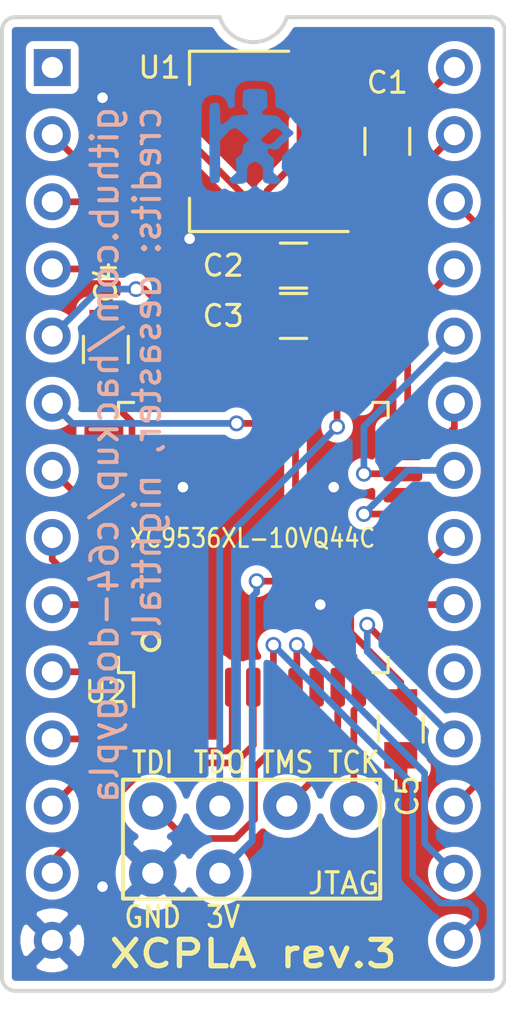
<source format=kicad_pcb>
(kicad_pcb (version 20171130) (host pcbnew "(5.1.4)-1")

  (general
    (thickness 1.6)
    (drawings 19)
    (tracks 182)
    (zones 0)
    (modules 10)
    (nets 44)
  )

  (page A4)
  (title_block
    (title XCPLA)
    (date 2019-10-14)
    (rev 3)
    (company hackup.net)
    (comment 1 "Commodore 64 PLA Replacement")
    (comment 2 "Heavily based on: http://github.com/desaster/c64-dodgypla")
    (comment 3 http://github.com/hackup/c64-dodgypla)
  )

  (layers
    (0 F.Cu signal)
    (31 B.Cu signal)
    (32 B.Adhes user)
    (33 F.Adhes user)
    (34 B.Paste user)
    (35 F.Paste user)
    (36 B.SilkS user)
    (37 F.SilkS user)
    (38 B.Mask user)
    (39 F.Mask user)
    (40 Dwgs.User user)
    (41 Cmts.User user)
    (42 Eco1.User user)
    (43 Eco2.User user)
    (44 Edge.Cuts user)
    (45 Margin user)
    (46 B.CrtYd user)
    (47 F.CrtYd user)
    (48 B.Fab user)
    (49 F.Fab user)
  )

  (setup
    (last_trace_width 0.635)
    (user_trace_width 0.381)
    (user_trace_width 0.635)
    (trace_clearance 0.2)
    (zone_clearance 0.3)
    (zone_45_only no)
    (trace_min 0.2)
    (via_size 0.6)
    (via_drill 0.4)
    (via_min_size 0.4)
    (via_min_drill 0.3)
    (uvia_size 0.3)
    (uvia_drill 0.1)
    (uvias_allowed no)
    (uvia_min_size 0.2)
    (uvia_min_drill 0.1)
    (edge_width 0.15)
    (segment_width 0.2)
    (pcb_text_width 0.3)
    (pcb_text_size 1.5 1.5)
    (mod_edge_width 0.15)
    (mod_text_size 1 1)
    (mod_text_width 0.15)
    (pad_size 2.5 0.56)
    (pad_drill 0)
    (pad_to_mask_clearance 0.15)
    (aux_axis_origin 0 0)
    (visible_elements 7FFFFFFF)
    (pcbplotparams
      (layerselection 0x010f0_ffffffff)
      (usegerberextensions true)
      (usegerberattributes false)
      (usegerberadvancedattributes false)
      (creategerberjobfile false)
      (excludeedgelayer true)
      (linewidth 0.100000)
      (plotframeref false)
      (viasonmask false)
      (mode 1)
      (useauxorigin false)
      (hpglpennumber 1)
      (hpglpenspeed 20)
      (hpglpendiameter 15.000000)
      (psnegative false)
      (psa4output false)
      (plotreference true)
      (plotvalue true)
      (plotinvisibletext false)
      (padsonsilk false)
      (subtractmaskfromsilk false)
      (outputformat 1)
      (mirror false)
      (drillshape 0)
      (scaleselection 1)
      (outputdirectory "gerber/"))
  )

  (net 0 "")
  (net 1 +5V)
  (net 2 +3V3)
  (net 3 /PLA_CHAROM)
  (net 4 /PLA_A13)
  (net 5 /PLA_KERNAL)
  (net 6 /PLA_A14)
  (net 7 /PLA_BASIC)
  (net 8 /PLA_A15)
  (net 9 /PLA_CASRAM)
  (net 10 /PLA_VA14)
  (net 11 /PLA_CHAREN)
  (net 12 /PLA_VA12)
  (net 13 /PLA_HIRAM)
  (net 14 /PLA_VA13)
  (net 15 /PLA_LORAM)
  (net 16 /PLA_GAME)
  (net 17 /PLA_CAS)
  (net 18 /PLA_EXROM)
  (net 19 /PLA_ROMH)
  (net 20 /PLA_RW)
  (net 21 /PLA_ROML)
  (net 22 /PLA_AEC)
  (net 23 /PLA_IO)
  (net 24 /PLA_BA)
  (net 25 /PLA_GRW)
  (net 26 /PLA_A12)
  (net 27 /JTAG_TCK)
  (net 28 /JTAG_TMS)
  (net 29 /JTAG_TDO)
  (net 30 /JTAG_TDI)
  (net 31 GND)
  (net 32 /PLA_FE)
  (net 33 /PLA_OE)
  (net 34 "Net-(U2-Pad1)")
  (net 35 "Net-(U2-Pad32)")
  (net 36 "Net-(U2-Pad33)")
  (net 37 "Net-(U2-Pad34)")
  (net 38 "Net-(U2-Pad36)")
  (net 39 "Net-(U2-Pad38)")
  (net 40 "Net-(U2-Pad39)")
  (net 41 "Net-(U2-Pad40)")
  (net 42 "Net-(U2-Pad43)")
  (net 43 "Net-(U2-Pad44)")

  (net_class Default "This is the default net class."
    (clearance 0.2)
    (trace_width 0.254)
    (via_dia 0.6)
    (via_drill 0.4)
    (uvia_dia 0.3)
    (uvia_drill 0.1)
    (add_net +3V3)
    (add_net +5V)
    (add_net /JTAG_TCK)
    (add_net /JTAG_TDI)
    (add_net /JTAG_TDO)
    (add_net /JTAG_TMS)
    (add_net /PLA_A12)
    (add_net /PLA_A13)
    (add_net /PLA_A14)
    (add_net /PLA_A15)
    (add_net /PLA_AEC)
    (add_net /PLA_BA)
    (add_net /PLA_BASIC)
    (add_net /PLA_CAS)
    (add_net /PLA_CASRAM)
    (add_net /PLA_CHAREN)
    (add_net /PLA_CHAROM)
    (add_net /PLA_EXROM)
    (add_net /PLA_FE)
    (add_net /PLA_GAME)
    (add_net /PLA_GRW)
    (add_net /PLA_HIRAM)
    (add_net /PLA_IO)
    (add_net /PLA_KERNAL)
    (add_net /PLA_LORAM)
    (add_net /PLA_OE)
    (add_net /PLA_ROMH)
    (add_net /PLA_ROML)
    (add_net /PLA_RW)
    (add_net /PLA_VA12)
    (add_net /PLA_VA13)
    (add_net /PLA_VA14)
    (add_net GND)
    (add_net "Net-(U2-Pad1)")
    (add_net "Net-(U2-Pad32)")
    (add_net "Net-(U2-Pad33)")
    (add_net "Net-(U2-Pad34)")
    (add_net "Net-(U2-Pad36)")
    (add_net "Net-(U2-Pad38)")
    (add_net "Net-(U2-Pad39)")
    (add_net "Net-(U2-Pad40)")
    (add_net "Net-(U2-Pad43)")
    (add_net "Net-(U2-Pad44)")
  )

  (module Housings_DIP:DIP-28_W15.24mm_Socket locked (layer F.Cu) (tedit 5DA4DDC8) (tstamp 5CA36A0C)
    (at 123.825 80.899)
    (descr "28-lead though-hole mounted DIP package, row spacing 15.24 mm (600 mils), Socket")
    (tags "THT DIP DIL PDIP 2.54mm 15.24mm 600mil Socket")
    (path /5A0C74B0)
    (fp_text reference J1 (at 0.0635 -1.651) (layer F.SilkS) hide
      (effects (font (size 1 1) (thickness 0.15)))
    )
    (fp_text value PLA_Conn (at 7.62 35.35) (layer F.Fab)
      (effects (font (size 1 1) (thickness 0.15)))
    )
    (fp_line (start 1.255 -1.27) (end 14.985 -1.27) (layer F.Fab) (width 0.1))
    (fp_line (start 14.985 -1.27) (end 14.985 34.29) (layer F.Fab) (width 0.1))
    (fp_line (start 14.985 34.29) (end 0.255 34.29) (layer F.Fab) (width 0.1))
    (fp_line (start 0.255 34.29) (end 0.255 -0.27) (layer F.Fab) (width 0.1))
    (fp_line (start 0.255 -0.27) (end 1.255 -1.27) (layer F.Fab) (width 0.1))
    (fp_line (start -1.27 -1.33) (end -1.27 34.35) (layer F.Fab) (width 0.1))
    (fp_line (start -1.27 34.35) (end 16.51 34.35) (layer F.Fab) (width 0.1))
    (fp_line (start 16.51 34.35) (end 16.51 -1.33) (layer F.Fab) (width 0.1))
    (fp_line (start 16.51 -1.33) (end -1.27 -1.33) (layer F.Fab) (width 0.1))
    (fp_line (start -1.55 -1.6) (end -1.55 34.65) (layer F.CrtYd) (width 0.05))
    (fp_line (start -1.55 34.65) (end 16.8 34.65) (layer F.CrtYd) (width 0.05))
    (fp_line (start 16.8 34.65) (end 16.8 -1.6) (layer F.CrtYd) (width 0.05))
    (fp_line (start 16.8 -1.6) (end -1.55 -1.6) (layer F.CrtYd) (width 0.05))
    (fp_text user %R (at 7.62 16.51) (layer F.Fab)
      (effects (font (size 1 1) (thickness 0.15)))
    )
    (pad 1 thru_hole rect (at 0 0) (size 1.4 1.4) (drill 0.8) (layers *.Cu *.Mask)
      (net 32 /PLA_FE))
    (pad 15 thru_hole circle (at 15.24 33.02) (size 1.4 1.4) (drill 0.8) (layers *.Cu *.Mask)
      (net 3 /PLA_CHAROM))
    (pad 2 thru_hole circle (at 0 2.54) (size 1.4 1.4) (drill 0.8) (layers *.Cu *.Mask)
      (net 4 /PLA_A13))
    (pad 16 thru_hole circle (at 15.24 30.48) (size 1.4 1.4) (drill 0.8) (layers *.Cu *.Mask)
      (net 5 /PLA_KERNAL))
    (pad 3 thru_hole circle (at 0 5.08) (size 1.4 1.4) (drill 0.8) (layers *.Cu *.Mask)
      (net 6 /PLA_A14))
    (pad 17 thru_hole circle (at 15.24 27.94) (size 1.4 1.4) (drill 0.8) (layers *.Cu *.Mask)
      (net 7 /PLA_BASIC))
    (pad 4 thru_hole circle (at 0 7.62) (size 1.4 1.4) (drill 0.8) (layers *.Cu *.Mask)
      (net 8 /PLA_A15))
    (pad 18 thru_hole circle (at 15.24 25.4) (size 1.4 1.4) (drill 0.8) (layers *.Cu *.Mask)
      (net 9 /PLA_CASRAM))
    (pad 5 thru_hole circle (at 0 10.16) (size 1.4 1.4) (drill 0.8) (layers *.Cu *.Mask)
      (net 10 /PLA_VA14))
    (pad 19 thru_hole circle (at 15.24 22.86) (size 1.4 1.4) (drill 0.8) (layers *.Cu *.Mask)
      (net 33 /PLA_OE))
    (pad 6 thru_hole circle (at 0 12.7) (size 1.4 1.4) (drill 0.8) (layers *.Cu *.Mask)
      (net 11 /PLA_CHAREN))
    (pad 20 thru_hole circle (at 15.24 20.32) (size 1.4 1.4) (drill 0.8) (layers *.Cu *.Mask)
      (net 12 /PLA_VA12))
    (pad 7 thru_hole circle (at 0 15.24) (size 1.4 1.4) (drill 0.8) (layers *.Cu *.Mask)
      (net 13 /PLA_HIRAM))
    (pad 21 thru_hole circle (at 15.24 17.78) (size 1.4 1.4) (drill 0.8) (layers *.Cu *.Mask)
      (net 14 /PLA_VA13))
    (pad 8 thru_hole circle (at 0 17.78) (size 1.4 1.4) (drill 0.8) (layers *.Cu *.Mask)
      (net 15 /PLA_LORAM))
    (pad 22 thru_hole circle (at 15.24 15.24) (size 1.4 1.4) (drill 0.8) (layers *.Cu *.Mask)
      (net 16 /PLA_GAME))
    (pad 9 thru_hole circle (at 0 20.32) (size 1.4 1.4) (drill 0.8) (layers *.Cu *.Mask)
      (net 17 /PLA_CAS))
    (pad 23 thru_hole circle (at 15.24 12.7) (size 1.4 1.4) (drill 0.8) (layers *.Cu *.Mask)
      (net 18 /PLA_EXROM))
    (pad 10 thru_hole circle (at 0 22.86) (size 1.4 1.4) (drill 0.8) (layers *.Cu *.Mask)
      (net 19 /PLA_ROMH))
    (pad 24 thru_hole circle (at 15.24 10.16) (size 1.4 1.4) (drill 0.8) (layers *.Cu *.Mask)
      (net 20 /PLA_RW))
    (pad 11 thru_hole circle (at 0 25.4) (size 1.4 1.4) (drill 0.8) (layers *.Cu *.Mask)
      (net 21 /PLA_ROML))
    (pad 25 thru_hole circle (at 15.24 7.62) (size 1.4 1.4) (drill 0.8) (layers *.Cu *.Mask)
      (net 22 /PLA_AEC))
    (pad 12 thru_hole circle (at 0 27.94) (size 1.4 1.4) (drill 0.8) (layers *.Cu *.Mask)
      (net 23 /PLA_IO))
    (pad 26 thru_hole circle (at 15.24 5.08) (size 1.4 1.4) (drill 0.8) (layers *.Cu *.Mask)
      (net 24 /PLA_BA))
    (pad 13 thru_hole circle (at 0 30.48) (size 1.4 1.4) (drill 0.8) (layers *.Cu *.Mask)
      (net 25 /PLA_GRW))
    (pad 27 thru_hole circle (at 15.24 2.54) (size 1.4 1.4) (drill 0.8) (layers *.Cu *.Mask)
      (net 26 /PLA_A12))
    (pad 14 thru_hole circle (at 0 33.02) (size 1.4 1.4) (drill 0.8) (layers *.Cu *.Mask)
      (net 31 GND))
    (pad 28 thru_hole circle (at 15.24 0) (size 1.4 1.4) (drill 0.8) (layers *.Cu *.Mask)
      (net 1 +5V))
    (model ${KISYS3DMOD}/Housings_DIP.3dshapes/DIP-28_W15.24mm_Socket.wrl
      (at (xyz 0 0 0))
      (scale (xyz 1 1 1))
      (rotate (xyz 0 0 0))
    )
  )

  (module Package_QFP:LQFP-44_10x10mm_P0.8mm (layer F.Cu) (tedit 5C18330E) (tstamp 5DA5269C)
    (at 131.445 98.679 90)
    (descr "LQFP, 44 Pin (https://www.nxp.com/files-static/shared/doc/package_info/98ASS23225W.pdf?&fsrch=1), generated with kicad-footprint-generator ipc_gullwing_generator.py")
    (tags "LQFP QFP")
    (path /5A6F8821)
    (attr smd)
    (fp_text reference U2 (at -5.842 -5.588 180) (layer F.SilkS)
      (effects (font (size 0.8 0.8) (thickness 0.12)))
    )
    (fp_text value XC9536XL-10VQ44C (at -0.0254 -0.0254 180) (layer F.SilkS)
      (effects (font (size 0.7 0.6) (thickness 0.1)))
    )
    (fp_line (start 4.535 5.11) (end 5.11 5.11) (layer F.SilkS) (width 0.12))
    (fp_line (start 5.11 5.11) (end 5.11 4.535) (layer F.SilkS) (width 0.12))
    (fp_line (start -4.535 5.11) (end -5.11 5.11) (layer F.SilkS) (width 0.12))
    (fp_line (start -5.11 5.11) (end -5.11 4.535) (layer F.SilkS) (width 0.12))
    (fp_line (start 4.535 -5.11) (end 5.11 -5.11) (layer F.SilkS) (width 0.12))
    (fp_line (start 5.11 -5.11) (end 5.11 -4.535) (layer F.SilkS) (width 0.12))
    (fp_line (start -4.535 -5.11) (end -5.11 -5.11) (layer F.SilkS) (width 0.12))
    (fp_line (start -5.11 -5.11) (end -5.11 -4.535) (layer F.SilkS) (width 0.12))
    (fp_line (start -5.11 -4.535) (end -6.4 -4.535) (layer F.SilkS) (width 0.12))
    (fp_line (start -4 -5) (end 5 -5) (layer F.Fab) (width 0.1))
    (fp_line (start 5 -5) (end 5 5) (layer F.Fab) (width 0.1))
    (fp_line (start 5 5) (end -5 5) (layer F.Fab) (width 0.1))
    (fp_line (start -5 5) (end -5 -4) (layer F.Fab) (width 0.1))
    (fp_line (start -5 -4) (end -4 -5) (layer F.Fab) (width 0.1))
    (fp_line (start 0 -6.65) (end -4.52 -6.65) (layer F.CrtYd) (width 0.05))
    (fp_line (start -4.52 -6.65) (end -4.52 -5.25) (layer F.CrtYd) (width 0.05))
    (fp_line (start -4.52 -5.25) (end -5.25 -5.25) (layer F.CrtYd) (width 0.05))
    (fp_line (start -5.25 -5.25) (end -5.25 -4.52) (layer F.CrtYd) (width 0.05))
    (fp_line (start -5.25 -4.52) (end -6.65 -4.52) (layer F.CrtYd) (width 0.05))
    (fp_line (start -6.65 -4.52) (end -6.65 0) (layer F.CrtYd) (width 0.05))
    (fp_line (start 0 -6.65) (end 4.52 -6.65) (layer F.CrtYd) (width 0.05))
    (fp_line (start 4.52 -6.65) (end 4.52 -5.25) (layer F.CrtYd) (width 0.05))
    (fp_line (start 4.52 -5.25) (end 5.25 -5.25) (layer F.CrtYd) (width 0.05))
    (fp_line (start 5.25 -5.25) (end 5.25 -4.52) (layer F.CrtYd) (width 0.05))
    (fp_line (start 5.25 -4.52) (end 6.65 -4.52) (layer F.CrtYd) (width 0.05))
    (fp_line (start 6.65 -4.52) (end 6.65 0) (layer F.CrtYd) (width 0.05))
    (fp_line (start 0 6.65) (end -4.52 6.65) (layer F.CrtYd) (width 0.05))
    (fp_line (start -4.52 6.65) (end -4.52 5.25) (layer F.CrtYd) (width 0.05))
    (fp_line (start -4.52 5.25) (end -5.25 5.25) (layer F.CrtYd) (width 0.05))
    (fp_line (start -5.25 5.25) (end -5.25 4.52) (layer F.CrtYd) (width 0.05))
    (fp_line (start -5.25 4.52) (end -6.65 4.52) (layer F.CrtYd) (width 0.05))
    (fp_line (start -6.65 4.52) (end -6.65 0) (layer F.CrtYd) (width 0.05))
    (fp_line (start 0 6.65) (end 4.52 6.65) (layer F.CrtYd) (width 0.05))
    (fp_line (start 4.52 6.65) (end 4.52 5.25) (layer F.CrtYd) (width 0.05))
    (fp_line (start 4.52 5.25) (end 5.25 5.25) (layer F.CrtYd) (width 0.05))
    (fp_line (start 5.25 5.25) (end 5.25 4.52) (layer F.CrtYd) (width 0.05))
    (fp_line (start 5.25 4.52) (end 6.65 4.52) (layer F.CrtYd) (width 0.05))
    (fp_line (start 6.65 4.52) (end 6.65 0) (layer F.CrtYd) (width 0.05))
    (fp_text user %R (at 0 0 90) (layer F.Fab)
      (effects (font (size 1 1) (thickness 0.15)))
    )
    (pad 1 smd roundrect (at -5.6625 -4 90) (size 1.475 0.55) (layers F.Cu F.Paste F.Mask) (roundrect_rratio 0.25)
      (net 34 "Net-(U2-Pad1)"))
    (pad 2 smd roundrect (at -5.6625 -3.2 90) (size 1.475 0.55) (layers F.Cu F.Paste F.Mask) (roundrect_rratio 0.25)
      (net 19 /PLA_ROMH))
    (pad 3 smd roundrect (at -5.6625 -2.4 90) (size 1.475 0.55) (layers F.Cu F.Paste F.Mask) (roundrect_rratio 0.25)
      (net 21 /PLA_ROML))
    (pad 4 smd roundrect (at -5.6625 -1.6 90) (size 1.475 0.55) (layers F.Cu F.Paste F.Mask) (roundrect_rratio 0.25)
      (net 31 GND))
    (pad 5 smd roundrect (at -5.6625 -0.8 90) (size 1.475 0.55) (layers F.Cu F.Paste F.Mask) (roundrect_rratio 0.25)
      (net 23 /PLA_IO))
    (pad 6 smd roundrect (at -5.6625 0 90) (size 1.475 0.55) (layers F.Cu F.Paste F.Mask) (roundrect_rratio 0.25)
      (net 25 /PLA_GRW))
    (pad 7 smd roundrect (at -5.6625 0.8 90) (size 1.475 0.55) (layers F.Cu F.Paste F.Mask) (roundrect_rratio 0.25)
      (net 3 /PLA_CHAROM))
    (pad 8 smd roundrect (at -5.6625 1.6 90) (size 1.475 0.55) (layers F.Cu F.Paste F.Mask) (roundrect_rratio 0.25)
      (net 5 /PLA_KERNAL))
    (pad 9 smd roundrect (at -5.6625 2.4 90) (size 1.475 0.55) (layers F.Cu F.Paste F.Mask) (roundrect_rratio 0.25)
      (net 30 /JTAG_TDI))
    (pad 10 smd roundrect (at -5.6625 3.2 90) (size 1.475 0.55) (layers F.Cu F.Paste F.Mask) (roundrect_rratio 0.25)
      (net 28 /JTAG_TMS))
    (pad 11 smd roundrect (at -5.6625 4 90) (size 1.475 0.55) (layers F.Cu F.Paste F.Mask) (roundrect_rratio 0.25)
      (net 27 /JTAG_TCK))
    (pad 12 smd roundrect (at -4 5.6625 90) (size 0.55 1.475) (layers F.Cu F.Paste F.Mask) (roundrect_rratio 0.25)
      (net 9 /PLA_CASRAM))
    (pad 13 smd roundrect (at -3.2 5.6625 90) (size 0.55 1.475) (layers F.Cu F.Paste F.Mask) (roundrect_rratio 0.25)
      (net 7 /PLA_BASIC))
    (pad 14 smd roundrect (at -2.4 5.6625 90) (size 0.55 1.475) (layers F.Cu F.Paste F.Mask) (roundrect_rratio 0.25)
      (net 12 /PLA_VA12))
    (pad 15 smd roundrect (at -1.6 5.6625 90) (size 0.55 1.475) (layers F.Cu F.Paste F.Mask) (roundrect_rratio 0.25)
      (net 2 +3V3))
    (pad 16 smd roundrect (at -0.8 5.6625 90) (size 0.55 1.475) (layers F.Cu F.Paste F.Mask) (roundrect_rratio 0.25)
      (net 14 /PLA_VA13))
    (pad 17 smd roundrect (at 0 5.6625 90) (size 0.55 1.475) (layers F.Cu F.Paste F.Mask) (roundrect_rratio 0.25)
      (net 31 GND))
    (pad 18 smd roundrect (at 0.8 5.6625 90) (size 0.55 1.475) (layers F.Cu F.Paste F.Mask) (roundrect_rratio 0.25)
      (net 16 /PLA_GAME))
    (pad 19 smd roundrect (at 1.6 5.6625 90) (size 0.55 1.475) (layers F.Cu F.Paste F.Mask) (roundrect_rratio 0.25)
      (net 24 /PLA_BA))
    (pad 20 smd roundrect (at 2.4 5.6625 90) (size 0.55 1.475) (layers F.Cu F.Paste F.Mask) (roundrect_rratio 0.25)
      (net 20 /PLA_RW))
    (pad 21 smd roundrect (at 3.2 5.6625 90) (size 0.55 1.475) (layers F.Cu F.Paste F.Mask) (roundrect_rratio 0.25)
      (net 18 /PLA_EXROM))
    (pad 22 smd roundrect (at 4 5.6625 90) (size 0.55 1.475) (layers F.Cu F.Paste F.Mask) (roundrect_rratio 0.25)
      (net 22 /PLA_AEC))
    (pad 23 smd roundrect (at 5.6625 4 90) (size 1.475 0.55) (layers F.Cu F.Paste F.Mask) (roundrect_rratio 0.25)
      (net 26 /PLA_A12))
    (pad 24 smd roundrect (at 5.6625 3.2 90) (size 1.475 0.55) (layers F.Cu F.Paste F.Mask) (roundrect_rratio 0.25)
      (net 29 /JTAG_TDO))
    (pad 25 smd roundrect (at 5.6625 2.4 90) (size 1.475 0.55) (layers F.Cu F.Paste F.Mask) (roundrect_rratio 0.25)
      (net 31 GND))
    (pad 26 smd roundrect (at 5.6625 1.6 90) (size 1.475 0.55) (layers F.Cu F.Paste F.Mask) (roundrect_rratio 0.25)
      (net 2 +3V3))
    (pad 27 smd roundrect (at 5.6625 0.8 90) (size 1.475 0.55) (layers F.Cu F.Paste F.Mask) (roundrect_rratio 0.25)
      (net 11 /PLA_CHAREN))
    (pad 28 smd roundrect (at 5.6625 0 90) (size 1.475 0.55) (layers F.Cu F.Paste F.Mask) (roundrect_rratio 0.25)
      (net 4 /PLA_A13))
    (pad 29 smd roundrect (at 5.6625 -0.8 90) (size 1.475 0.55) (layers F.Cu F.Paste F.Mask) (roundrect_rratio 0.25)
      (net 6 /PLA_A14))
    (pad 30 smd roundrect (at 5.6625 -1.6 90) (size 1.475 0.55) (layers F.Cu F.Paste F.Mask) (roundrect_rratio 0.25)
      (net 8 /PLA_A15))
    (pad 31 smd roundrect (at 5.6625 -2.4 90) (size 1.475 0.55) (layers F.Cu F.Paste F.Mask) (roundrect_rratio 0.25)
      (net 10 /PLA_VA14))
    (pad 32 smd roundrect (at 5.6625 -3.2 90) (size 1.475 0.55) (layers F.Cu F.Paste F.Mask) (roundrect_rratio 0.25)
      (net 35 "Net-(U2-Pad32)"))
    (pad 33 smd roundrect (at 5.6625 -4 90) (size 1.475 0.55) (layers F.Cu F.Paste F.Mask) (roundrect_rratio 0.25)
      (net 36 "Net-(U2-Pad33)"))
    (pad 34 smd roundrect (at 4 -5.6625 90) (size 0.55 1.475) (layers F.Cu F.Paste F.Mask) (roundrect_rratio 0.25)
      (net 37 "Net-(U2-Pad34)"))
    (pad 35 smd roundrect (at 3.2 -5.6625 90) (size 0.55 1.475) (layers F.Cu F.Paste F.Mask) (roundrect_rratio 0.25)
      (net 2 +3V3))
    (pad 36 smd roundrect (at 2.4 -5.6625 90) (size 0.55 1.475) (layers F.Cu F.Paste F.Mask) (roundrect_rratio 0.25)
      (net 38 "Net-(U2-Pad36)"))
    (pad 37 smd roundrect (at 1.6 -5.6625 90) (size 0.55 1.475) (layers F.Cu F.Paste F.Mask) (roundrect_rratio 0.25)
      (net 13 /PLA_HIRAM))
    (pad 38 smd roundrect (at 0.8 -5.6625 90) (size 0.55 1.475) (layers F.Cu F.Paste F.Mask) (roundrect_rratio 0.25)
      (net 39 "Net-(U2-Pad38)"))
    (pad 39 smd roundrect (at 0 -5.6625 90) (size 0.55 1.475) (layers F.Cu F.Paste F.Mask) (roundrect_rratio 0.25)
      (net 40 "Net-(U2-Pad39)"))
    (pad 40 smd roundrect (at -0.8 -5.6625 90) (size 0.55 1.475) (layers F.Cu F.Paste F.Mask) (roundrect_rratio 0.25)
      (net 41 "Net-(U2-Pad40)"))
    (pad 41 smd roundrect (at -1.6 -5.6625 90) (size 0.55 1.475) (layers F.Cu F.Paste F.Mask) (roundrect_rratio 0.25)
      (net 15 /PLA_LORAM))
    (pad 42 smd roundrect (at -2.4 -5.6625 90) (size 0.55 1.475) (layers F.Cu F.Paste F.Mask) (roundrect_rratio 0.25)
      (net 17 /PLA_CAS))
    (pad 43 smd roundrect (at -3.2 -5.6625 90) (size 0.55 1.475) (layers F.Cu F.Paste F.Mask) (roundrect_rratio 0.25)
      (net 42 "Net-(U2-Pad43)"))
    (pad 44 smd roundrect (at -4 -5.6625 90) (size 0.55 1.475) (layers F.Cu F.Paste F.Mask) (roundrect_rratio 0.25)
      (net 43 "Net-(U2-Pad44)"))
    (model ${KISYS3DMOD}/Package_QFP.3dshapes/LQFP-44_10x10mm_P0.8mm.wrl
      (at (xyz 0 0 0))
      (scale (xyz 1 1 1))
      (rotate (xyz 0 0 0))
    )
  )

  (module Pin_Headers:Pin_Header_Straight_2x04_Pitch2.54mm (layer F.Cu) (tedit 5CF63BD2) (tstamp 5CA3A4D4)
    (at 135.255 108.839 270)
    (descr "Through hole straight pin header, 2x04, 2.54mm pitch, double rows")
    (tags "Through hole pin header THT 2x04 2.54mm double row")
    (path /5CA48D3C)
    (fp_text reference J2 (at 1.27 -2.33 270) (layer F.SilkS) hide
      (effects (font (size 1 1) (thickness 0.15)))
    )
    (fp_text value JTAG (at 2.921 0.381) (layer F.SilkS)
      (effects (font (size 0.8 0.8) (thickness 0.12)))
    )
    (fp_line (start -1 8.75) (end 3.5 8.75) (layer F.SilkS) (width 0.15))
    (fp_line (start -1 -1) (end -1 8.75) (layer F.SilkS) (width 0.15))
    (fp_line (start 3.5 -1) (end -1 -1) (layer F.SilkS) (width 0.15))
    (fp_line (start 3.5 8.75) (end 3.5 -1) (layer F.SilkS) (width 0.15))
    (fp_text user %R (at 1.27 3.81) (layer F.Fab)
      (effects (font (size 1 1) (thickness 0.15)))
    )
    (fp_line (start 4.35 -1.8) (end -1.8 -1.8) (layer F.CrtYd) (width 0.05))
    (fp_line (start 4.35 9.4) (end 4.35 -1.8) (layer F.CrtYd) (width 0.05))
    (fp_line (start -1.8 9.4) (end 4.35 9.4) (layer F.CrtYd) (width 0.05))
    (fp_line (start -1.8 -1.8) (end -1.8 9.4) (layer F.CrtYd) (width 0.05))
    (fp_line (start -1.27 0) (end 0 -1.27) (layer F.Fab) (width 0.1))
    (fp_line (start -1.27 8.89) (end -1.27 0) (layer F.Fab) (width 0.1))
    (fp_line (start 3.81 8.89) (end -1.27 8.89) (layer F.Fab) (width 0.1))
    (fp_line (start 3.81 -1.27) (end 3.81 8.89) (layer F.Fab) (width 0.1))
    (fp_line (start 0 -1.27) (end 3.81 -1.27) (layer F.Fab) (width 0.1))
    (pad 8 thru_hole circle (at 2.54 7.62 270) (size 1.8 1.8) (drill 0.8) (layers *.Cu *.Mask)
      (net 31 GND))
    (pad 7 thru_hole circle (at 0 7.62 270) (size 1.8 1.8) (drill 0.8) (layers *.Cu *.Mask)
      (net 30 /JTAG_TDI))
    (pad 6 thru_hole circle (at 2.54 5.08 270) (size 1.8 1.8) (drill 0.8) (layers *.Cu *.Mask)
      (net 2 +3V3))
    (pad 5 thru_hole circle (at 0 5.08 270) (size 1.8 1.8) (drill 0.8) (layers *.Cu *.Mask)
      (net 29 /JTAG_TDO))
    (pad 3 thru_hole circle (at 0 2.54 270) (size 1.8 1.8) (drill 0.8) (layers *.Cu *.Mask)
      (net 28 /JTAG_TMS))
    (pad 1 thru_hole circle (at 0 0 270) (size 1.8 1.8) (drill 0.8) (layers *.Cu *.Mask)
      (net 27 /JTAG_TCK))
    (model ${KISYS3DMOD}/Pin_Headers.3dshapes/Pin_Header_Straight_2x04_Pitch2.54mm.wrl
      (at (xyz 0 0 0))
      (scale (xyz 1 1 1))
      (rotate (xyz 0 0 0))
    )
  )

  (module Logo:bigby2 (layer B.Cu) (tedit 5CA3698C) (tstamp 5CA3AC7C)
    (at 131.318 83.439 180)
    (fp_text reference G*** (at 0 0 180) (layer F.SilkS) hide
      (effects (font (size 1.524 1.524) (thickness 0.3)))
    )
    (fp_text value LOGO (at 0.75 0 180) (layer B.SilkS) hide
      (effects (font (size 1.524 1.524) (thickness 0.3)) (justify mirror))
    )
    (fp_poly (pts (xy -0.011485 1.728467) (xy 0.113732 1.717124) (xy 0.194843 1.687923) (xy 0.241542 1.632439)
      (xy 0.263521 1.542246) (xy 0.270474 1.408921) (xy 0.271308 1.328994) (xy 0.273257 1.04049)
      (xy 0.168379 0.956808) (xy 0.105032 0.892095) (xy 0.067481 0.826879) (xy 0.062385 0.77734)
      (xy 0.087312 0.759744) (xy 0.127711 0.756134) (xy 0.215607 0.74839) (xy 0.335236 0.737898)
      (xy 0.394892 0.732679) (xy 0.531508 0.719487) (xy 0.621502 0.704831) (xy 0.681588 0.682684)
      (xy 0.728481 0.647018) (xy 0.775892 0.595287) (xy 0.854874 0.518356) (xy 0.944952 0.451548)
      (xy 1.029404 0.405121) (xy 1.09151 0.389332) (xy 1.105316 0.393209) (xy 1.115338 0.429014)
      (xy 1.124376 0.514977) (xy 1.131371 0.637757) (xy 1.13502 0.76718) (xy 1.139106 0.928835)
      (xy 1.146403 1.038611) (xy 1.158673 1.108111) (xy 1.177674 1.14894) (xy 1.195579 1.166425)
      (xy 1.29101 1.202114) (xy 1.400648 1.196807) (xy 1.475118 1.16372) (xy 1.488952 1.150785)
      (xy 1.500416 1.130319) (xy 1.509731 1.096728) (xy 1.517116 1.04442) (xy 1.522788 0.9678)
      (xy 1.526969 0.861275) (xy 1.529876 0.71925) (xy 1.531729 0.536133) (xy 1.532746 0.306329)
      (xy 1.533148 0.024245) (xy 1.533153 -0.315712) (xy 1.533153 -0.317844) (xy 1.532922 -0.658253)
      (xy 1.532326 -0.940751) (xy 1.531144 -1.170927) (xy 1.529156 -1.354371) (xy 1.52614 -1.496672)
      (xy 1.521875 -1.603419) (xy 1.516141 -1.680201) (xy 1.508718 -1.732606) (xy 1.499384 -1.766226)
      (xy 1.487919 -1.786647) (xy 1.474647 -1.799064) (xy 1.376472 -1.836684) (xy 1.265456 -1.831892)
      (xy 1.193094 -1.799607) (xy 1.175112 -1.781995) (xy 1.1613 -1.753588) (xy 1.151101 -1.706603)
      (xy 1.14396 -1.633257) (xy 1.139323 -1.525767) (xy 1.136633 -1.37635) (xy 1.135335 -1.177223)
      (xy 1.134934 -0.984675) (xy 1.134065 -0.211637) (xy 0.979782 -0.062148) (xy 0.901816 0.017658)
      (xy 0.846345 0.082572) (xy 0.825499 0.118224) (xy 0.799146 0.148761) (xy 0.732681 0.189721)
      (xy 0.696557 0.207251) (xy 0.613805 0.241662) (xy 0.55975 0.248672) (xy 0.505771 0.22821)
      (xy 0.468235 0.206692) (xy 0.396192 0.15478) (xy 0.300546 0.073678) (xy 0.201272 -0.019618)
      (xy 0.19561 -0.025259) (xy 0.022365 -0.198504) (xy 0.14612 -0.3024) (xy 0.221538 -0.372494)
      (xy 0.258266 -0.434497) (xy 0.270015 -0.516179) (xy 0.270766 -0.55481) (xy 0.276486 -0.647599)
      (xy 0.301118 -0.711947) (xy 0.35795 -0.773886) (xy 0.401734 -0.811372) (xy 0.531811 -0.919421)
      (xy 0.518782 -1.176497) (xy 0.505754 -1.433573) (xy 0.798146 -1.702035) (xy 0.735253 -1.779705)
      (xy 0.694397 -1.821324) (xy 0.644378 -1.844797) (xy 0.566817 -1.855141) (xy 0.450638 -1.857375)
      (xy 0.297496 -1.851301) (xy 0.197085 -1.826154) (xy 0.139611 -1.771549) (xy 0.11528 -1.6771)
      (xy 0.114298 -1.532418) (xy 0.115741 -1.502222) (xy 0.117859 -1.346848) (xy 0.100457 -1.238092)
      (xy 0.056678 -1.160347) (xy -0.020335 -1.098007) (xy -0.075669 -1.066562) (xy -0.152049 -1.029637)
      (xy -0.205195 -1.023113) (xy -0.267621 -1.046992) (xy -0.305332 -1.066562) (xy -0.402294 -1.127059)
      (xy -0.462465 -1.194861) (xy -0.492699 -1.285576) (xy -0.499855 -1.414809) (xy -0.496742 -1.502222)
      (xy -0.492373 -1.63025) (xy -0.497412 -1.711576) (xy -0.514532 -1.762642) (xy -0.544891 -1.798527)
      (xy -0.615745 -1.832954) (xy -0.725524 -1.856221) (xy -0.850294 -1.866168) (xy -0.966123 -1.860635)
      (xy -1.037737 -1.842993) (xy -1.107556 -1.793603) (xy -1.139614 -1.752578) (xy -1.150671 -1.711431)
      (xy -1.131349 -1.666613) (xy -1.0735 -1.604152) (xy -1.029397 -1.563569) (xy -0.886666 -1.435314)
      (xy -0.899789 -1.176378) (xy -0.912912 -0.917443) (xy -0.793004 -0.821082) (xy -0.704937 -0.7312)
      (xy -0.659639 -0.643046) (xy -0.661706 -0.568683) (xy -0.685037 -0.537748) (xy -0.742867 -0.520353)
      (xy -0.789634 -0.537546) (xy -0.90009 -0.569107) (xy -1.015232 -0.559689) (xy -1.107263 -0.511844)
      (xy -1.11125 -0.508) (xy -1.157841 -0.451438) (xy -1.17475 -0.413565) (xy -1.200203 -0.379535)
      (xy -1.262383 -0.337448) (xy -1.271377 -0.332663) (xy -1.350006 -0.274409) (xy -1.403716 -0.204314)
      (xy -1.403829 -0.204068) (xy -1.454851 -0.13485) (xy -1.533039 -0.068093) (xy -1.545327 -0.06013)
      (xy -1.613576 -0.004066) (xy -1.649417 0.052464) (xy -1.651 0.0635) (xy -1.649159 0.067395)
      (xy -1.237666 0.067395) (xy -1.21517 0.004673) (xy -1.141624 -0.048336) (xy -1.062668 -0.107176)
      (xy -1.008449 -0.17852) (xy -1.008424 -0.178574) (xy -0.954971 -0.24511) (xy -0.867178 -0.312438)
      (xy -0.771491 -0.362989) (xy -0.705807 -0.379596) (xy -0.656443 -0.364494) (xy -0.578184 -0.324688)
      (xy -0.53912 -0.301226) (xy -0.464733 -0.251149) (xy -0.419317 -0.214564) (xy -0.41275 -0.205286)
      (xy -0.43488 -0.171195) (xy -0.492715 -0.108258) (xy -0.57342 -0.028572) (xy -0.664165 0.055766)
      (xy -0.752115 0.132658) (xy -0.824438 0.190008) (xy -0.850696 0.207554) (xy -0.913247 0.241447)
      (xy -0.961408 0.250082) (xy -1.020442 0.232418) (xy -1.094894 0.197474) (xy -1.197469 0.132211)
      (xy -1.237666 0.067395) (xy -1.649159 0.067395) (xy -1.625844 0.116715) (xy -1.563551 0.174994)
      (xy -1.545327 0.187131) (xy -1.465273 0.251521) (xy -1.407673 0.323668) (xy -1.40292 0.333063)
      (xy -1.349062 0.406423) (xy -1.293916 0.446614) (xy -1.227193 0.497303) (xy -1.167951 0.573103)
      (xy -1.167761 0.573433) (xy -1.09407 0.659684) (xy -0.986869 0.710192) (xy -0.834991 0.729664)
      (xy -0.795652 0.730251) (xy -0.620132 0.738307) (xy -0.505713 0.762691) (xy -0.452045 0.803723)
      (xy -0.458779 0.861724) (xy -0.525567 0.937016) (xy -0.54938 0.956808) (xy -0.654258 1.04049)
      (xy -0.652309 1.328994) (xy -0.649069 1.485493) (xy -0.635357 1.594901) (xy -0.601479 1.665643)
      (xy -0.537743 1.706143) (xy -0.434455 1.724827) (xy -0.281922 1.730119) (xy -0.1905 1.730375)
      (xy -0.011485 1.728467)) (layer B.Cu) (width 0.01))
  )

  (module Capacitors_SMD:C_0805 (layer F.Cu) (tedit 58AA8463) (tstamp 5DA53110)
    (at 136.525 83.693 270)
    (descr "Capacitor SMD 0805, reflow soldering, AVX (see smccp.pdf)")
    (tags "capacitor 0805")
    (path /5A0C8111)
    (attr smd)
    (fp_text reference C1 (at -2.2225 0) (layer F.SilkS)
      (effects (font (size 0.8 0.8) (thickness 0.12)))
    )
    (fp_text value 3.3uF (at 0 1.75 270) (layer F.Fab)
      (effects (font (size 1 1) (thickness 0.15)))
    )
    (fp_line (start 1.75 0.87) (end -1.75 0.87) (layer F.CrtYd) (width 0.05))
    (fp_line (start 1.75 0.87) (end 1.75 -0.88) (layer F.CrtYd) (width 0.05))
    (fp_line (start -1.75 -0.88) (end -1.75 0.87) (layer F.CrtYd) (width 0.05))
    (fp_line (start -1.75 -0.88) (end 1.75 -0.88) (layer F.CrtYd) (width 0.05))
    (fp_line (start -0.5 0.85) (end 0.5 0.85) (layer F.SilkS) (width 0.12))
    (fp_line (start 0.5 -0.85) (end -0.5 -0.85) (layer F.SilkS) (width 0.12))
    (fp_line (start -1 -0.62) (end 1 -0.62) (layer F.Fab) (width 0.1))
    (fp_line (start 1 -0.62) (end 1 0.62) (layer F.Fab) (width 0.1))
    (fp_line (start 1 0.62) (end -1 0.62) (layer F.Fab) (width 0.1))
    (fp_line (start -1 0.62) (end -1 -0.62) (layer F.Fab) (width 0.1))
    (fp_text user %R (at 0 -1.5 270) (layer F.Fab)
      (effects (font (size 1 1) (thickness 0.15)))
    )
    (pad 2 smd rect (at 1 0 270) (size 1 1.25) (layers F.Cu F.Paste F.Mask)
      (net 31 GND))
    (pad 1 smd rect (at -1 0 270) (size 1 1.25) (layers F.Cu F.Paste F.Mask)
      (net 1 +5V))
    (model Capacitors_SMD.3dshapes/C_0805.wrl
      (at (xyz 0 0 0))
      (scale (xyz 1 1 1))
      (rotate (xyz 0 0 0))
    )
  )

  (module Capacitors_SMD:C_0805 (layer F.Cu) (tedit 58AA8463) (tstamp 5C9CF40C)
    (at 132.969 88.392)
    (descr "Capacitor SMD 0805, reflow soldering, AVX (see smccp.pdf)")
    (tags "capacitor 0805")
    (path /5A0C8072)
    (attr smd)
    (fp_text reference C2 (at -2.667 0) (layer F.SilkS)
      (effects (font (size 0.8 0.8) (thickness 0.12)))
    )
    (fp_text value 3.3uF (at 0 1.75) (layer F.Fab)
      (effects (font (size 1 1) (thickness 0.15)))
    )
    (fp_line (start 1.75 0.87) (end -1.75 0.87) (layer F.CrtYd) (width 0.05))
    (fp_line (start 1.75 0.87) (end 1.75 -0.88) (layer F.CrtYd) (width 0.05))
    (fp_line (start -1.75 -0.88) (end -1.75 0.87) (layer F.CrtYd) (width 0.05))
    (fp_line (start -1.75 -0.88) (end 1.75 -0.88) (layer F.CrtYd) (width 0.05))
    (fp_line (start -0.5 0.85) (end 0.5 0.85) (layer F.SilkS) (width 0.12))
    (fp_line (start 0.5 -0.85) (end -0.5 -0.85) (layer F.SilkS) (width 0.12))
    (fp_line (start -1 -0.62) (end 1 -0.62) (layer F.Fab) (width 0.1))
    (fp_line (start 1 -0.62) (end 1 0.62) (layer F.Fab) (width 0.1))
    (fp_line (start 1 0.62) (end -1 0.62) (layer F.Fab) (width 0.1))
    (fp_line (start -1 0.62) (end -1 -0.62) (layer F.Fab) (width 0.1))
    (fp_text user %R (at 0 -1.5) (layer F.Fab)
      (effects (font (size 1 1) (thickness 0.15)))
    )
    (pad 2 smd rect (at 1 0) (size 1 1.25) (layers F.Cu F.Paste F.Mask)
      (net 31 GND))
    (pad 1 smd rect (at -1 0) (size 1 1.25) (layers F.Cu F.Paste F.Mask)
      (net 2 +3V3))
    (model Capacitors_SMD.3dshapes/C_0805.wrl
      (at (xyz 0 0 0))
      (scale (xyz 1 1 1))
      (rotate (xyz 0 0 0))
    )
  )

  (module TO_SOT_Packages_SMD:SOT-223-3_TabPin2 (layer F.Cu) (tedit 58CE4E7E) (tstamp 5DA53145)
    (at 130.937 83.693 180)
    (descr "module CMS SOT223 4 pins")
    (tags "CMS SOT")
    (path /5A6FA036)
    (attr smd)
    (fp_text reference U1 (at 3.048 2.794 180) (layer F.SilkS)
      (effects (font (size 0.8 0.8) (thickness 0.12)))
    )
    (fp_text value AMS1117 (at 0 4.5 180) (layer F.Fab)
      (effects (font (size 1 1) (thickness 0.15)))
    )
    (fp_text user %R (at 0 0 270) (layer F.Fab)
      (effects (font (size 0.8 0.8) (thickness 0.12)))
    )
    (fp_line (start 1.91 3.41) (end 1.91 2.15) (layer F.SilkS) (width 0.12))
    (fp_line (start 1.91 -3.41) (end 1.91 -2.15) (layer F.SilkS) (width 0.12))
    (fp_line (start 4.4 -3.6) (end -4.4 -3.6) (layer F.CrtYd) (width 0.05))
    (fp_line (start 4.4 3.6) (end 4.4 -3.6) (layer F.CrtYd) (width 0.05))
    (fp_line (start -4.4 3.6) (end 4.4 3.6) (layer F.CrtYd) (width 0.05))
    (fp_line (start -4.4 -3.6) (end -4.4 3.6) (layer F.CrtYd) (width 0.05))
    (fp_line (start -1.85 -2.35) (end -0.85 -3.35) (layer F.Fab) (width 0.1))
    (fp_line (start -1.85 -2.35) (end -1.85 3.35) (layer F.Fab) (width 0.1))
    (fp_line (start -1.85 3.41) (end 1.91 3.41) (layer F.SilkS) (width 0.12))
    (fp_line (start -0.85 -3.35) (end 1.85 -3.35) (layer F.Fab) (width 0.1))
    (fp_line (start -4.1 -3.41) (end 1.91 -3.41) (layer F.SilkS) (width 0.12))
    (fp_line (start -1.85 3.35) (end 1.85 3.35) (layer F.Fab) (width 0.1))
    (fp_line (start 1.85 -3.35) (end 1.85 3.35) (layer F.Fab) (width 0.1))
    (pad 2 smd rect (at 3.15 0 180) (size 2 3.8) (layers F.Cu F.Paste F.Mask)
      (net 2 +3V3))
    (pad 2 smd rect (at -3.15 0 180) (size 2 1.5) (layers F.Cu F.Paste F.Mask)
      (net 2 +3V3))
    (pad 3 smd rect (at -3.15 2.3 180) (size 2 1.5) (layers F.Cu F.Paste F.Mask)
      (net 1 +5V))
    (pad 1 smd rect (at -3.15 -2.3 180) (size 2 1.5) (layers F.Cu F.Paste F.Mask)
      (net 31 GND))
    (model ${KISYS3DMOD}/TO_SOT_Packages_SMD.3dshapes/SOT-223.wrl
      (at (xyz 0 0 0))
      (scale (xyz 1 1 1))
      (rotate (xyz 0 0 0))
    )
  )

  (module Capacitors_SMD:C_0805 (layer F.Cu) (tedit 58AA8463) (tstamp 5CA4B39C)
    (at 132.969 90.297)
    (descr "Capacitor SMD 0805, reflow soldering, AVX (see smccp.pdf)")
    (tags "capacitor 0805")
    (path /5A0C905D)
    (attr smd)
    (fp_text reference C3 (at -2.667 0) (layer F.SilkS)
      (effects (font (size 0.8 0.8) (thickness 0.12)))
    )
    (fp_text value 0.1uF (at 0 1.75) (layer F.Fab)
      (effects (font (size 1 1) (thickness 0.15)))
    )
    (fp_text user %R (at 0 -1.5) (layer F.Fab)
      (effects (font (size 1 1) (thickness 0.15)))
    )
    (fp_line (start -1 0.62) (end -1 -0.62) (layer F.Fab) (width 0.1))
    (fp_line (start 1 0.62) (end -1 0.62) (layer F.Fab) (width 0.1))
    (fp_line (start 1 -0.62) (end 1 0.62) (layer F.Fab) (width 0.1))
    (fp_line (start -1 -0.62) (end 1 -0.62) (layer F.Fab) (width 0.1))
    (fp_line (start 0.5 -0.85) (end -0.5 -0.85) (layer F.SilkS) (width 0.12))
    (fp_line (start -0.5 0.85) (end 0.5 0.85) (layer F.SilkS) (width 0.12))
    (fp_line (start -1.75 -0.88) (end 1.75 -0.88) (layer F.CrtYd) (width 0.05))
    (fp_line (start -1.75 -0.88) (end -1.75 0.87) (layer F.CrtYd) (width 0.05))
    (fp_line (start 1.75 0.87) (end 1.75 -0.88) (layer F.CrtYd) (width 0.05))
    (fp_line (start 1.75 0.87) (end -1.75 0.87) (layer F.CrtYd) (width 0.05))
    (pad 1 smd rect (at -1 0) (size 1 1.25) (layers F.Cu F.Paste F.Mask)
      (net 2 +3V3))
    (pad 2 smd rect (at 1 0) (size 1 1.25) (layers F.Cu F.Paste F.Mask)
      (net 31 GND))
    (model Capacitors_SMD.3dshapes/C_0805.wrl
      (at (xyz 0 0 0))
      (scale (xyz 1 1 1))
      (rotate (xyz 0 0 0))
    )
  )

  (module Capacitors_SMD:C_0805 (layer F.Cu) (tedit 58AA8463) (tstamp 5D814633)
    (at 125.857 91.567 90)
    (descr "Capacitor SMD 0805, reflow soldering, AVX (see smccp.pdf)")
    (tags "capacitor 0805")
    (path /5D8174F5)
    (attr smd)
    (fp_text reference C4 (at 2.54 0 90) (layer F.SilkS)
      (effects (font (size 0.8 0.8) (thickness 0.12)))
    )
    (fp_text value 0.1uF (at 0 1.75 90) (layer F.Fab)
      (effects (font (size 1 1) (thickness 0.15)))
    )
    (fp_text user %R (at 0 -1.5 90) (layer F.Fab)
      (effects (font (size 1 1) (thickness 0.15)))
    )
    (fp_line (start -1 0.62) (end -1 -0.62) (layer F.Fab) (width 0.1))
    (fp_line (start 1 0.62) (end -1 0.62) (layer F.Fab) (width 0.1))
    (fp_line (start 1 -0.62) (end 1 0.62) (layer F.Fab) (width 0.1))
    (fp_line (start -1 -0.62) (end 1 -0.62) (layer F.Fab) (width 0.1))
    (fp_line (start 0.5 -0.85) (end -0.5 -0.85) (layer F.SilkS) (width 0.12))
    (fp_line (start -0.5 0.85) (end 0.5 0.85) (layer F.SilkS) (width 0.12))
    (fp_line (start -1.75 -0.88) (end 1.75 -0.88) (layer F.CrtYd) (width 0.05))
    (fp_line (start -1.75 -0.88) (end -1.75 0.87) (layer F.CrtYd) (width 0.05))
    (fp_line (start 1.75 0.87) (end 1.75 -0.88) (layer F.CrtYd) (width 0.05))
    (fp_line (start 1.75 0.87) (end -1.75 0.87) (layer F.CrtYd) (width 0.05))
    (pad 1 smd rect (at -1 0 90) (size 1 1.25) (layers F.Cu F.Paste F.Mask)
      (net 2 +3V3))
    (pad 2 smd rect (at 1 0 90) (size 1 1.25) (layers F.Cu F.Paste F.Mask)
      (net 31 GND))
    (model Capacitors_SMD.3dshapes/C_0805.wrl
      (at (xyz 0 0 0))
      (scale (xyz 1 1 1))
      (rotate (xyz 0 0 0))
    )
  )

  (module Capacitors_SMD:C_0805 (layer F.Cu) (tedit 58AA8463) (tstamp 5D814644)
    (at 137.033 105.918 270)
    (descr "Capacitor SMD 0805, reflow soldering, AVX (see smccp.pdf)")
    (tags "capacitor 0805")
    (path /5D817BCB)
    (attr smd)
    (fp_text reference C5 (at 2.54 -0.254 90) (layer F.SilkS)
      (effects (font (size 0.8 0.8) (thickness 0.12)))
    )
    (fp_text value 0.1uF (at 0 1.75 90) (layer F.Fab)
      (effects (font (size 1 1) (thickness 0.15)))
    )
    (fp_line (start 1.75 0.87) (end -1.75 0.87) (layer F.CrtYd) (width 0.05))
    (fp_line (start 1.75 0.87) (end 1.75 -0.88) (layer F.CrtYd) (width 0.05))
    (fp_line (start -1.75 -0.88) (end -1.75 0.87) (layer F.CrtYd) (width 0.05))
    (fp_line (start -1.75 -0.88) (end 1.75 -0.88) (layer F.CrtYd) (width 0.05))
    (fp_line (start -0.5 0.85) (end 0.5 0.85) (layer F.SilkS) (width 0.12))
    (fp_line (start 0.5 -0.85) (end -0.5 -0.85) (layer F.SilkS) (width 0.12))
    (fp_line (start -1 -0.62) (end 1 -0.62) (layer F.Fab) (width 0.1))
    (fp_line (start 1 -0.62) (end 1 0.62) (layer F.Fab) (width 0.1))
    (fp_line (start 1 0.62) (end -1 0.62) (layer F.Fab) (width 0.1))
    (fp_line (start -1 0.62) (end -1 -0.62) (layer F.Fab) (width 0.1))
    (fp_text user %R (at 0 -1.5 90) (layer F.Fab)
      (effects (font (size 1 1) (thickness 0.15)))
    )
    (pad 2 smd rect (at 1 0 270) (size 1 1.25) (layers F.Cu F.Paste F.Mask)
      (net 31 GND))
    (pad 1 smd rect (at -1 0 270) (size 1 1.25) (layers F.Cu F.Paste F.Mask)
      (net 2 +3V3))
    (model Capacitors_SMD.3dshapes/C_0805.wrl
      (at (xyz 0 0 0))
      (scale (xyz 1 1 1))
      (rotate (xyz 0 0 0))
    )
  )

  (gr_circle (center 127.558095 102.616) (end 127.762 102.362) (layer F.SilkS) (width 0.15))
  (gr_text "github.com/hackup/c64-dodgypla\ncredits: desaster, nightfall" (at 126.619 82.296 90) (layer B.SilkS)
    (effects (font (size 1 1) (thickness 0.15)) (justify left mirror))
  )
  (gr_text GND (at 127.635 113.03) (layer F.SilkS) (tstamp 5CA3A6EB)
    (effects (font (size 0.8 0.7) (thickness 0.12)))
  )
  (gr_text 3V (at 130.302 113.03) (layer F.SilkS) (tstamp 5CA3A6E7)
    (effects (font (size 0.8 0.7) (thickness 0.12)))
  )
  (gr_text TCK (at 135.255 107.188) (layer F.SilkS) (tstamp 5CA3A6E5)
    (effects (font (size 0.8 0.7) (thickness 0.12)))
  )
  (gr_text TMS (at 132.715 107.188) (layer F.SilkS) (tstamp 5CA3A6E3)
    (effects (font (size 0.8 0.7) (thickness 0.12)))
  )
  (gr_text TDO (at 130.175 107.188) (layer F.SilkS) (tstamp 5CA3A6E1)
    (effects (font (size 0.8 0.7) (thickness 0.12)))
  )
  (gr_text TDI (at 127.635 107.188) (layer F.SilkS)
    (effects (font (size 0.8 0.7) (thickness 0.12)))
  )
  (gr_text "XCPLA rev.3" (at 131.445 114.427) (layer F.SilkS)
    (effects (font (size 1 1.2) (thickness 0.2)))
  )
  (gr_arc (start 140.462 115.316) (end 140.462 115.824) (angle -90) (layer Edge.Cuts) (width 0.15))
  (gr_arc (start 122.428 115.316) (end 121.92 115.316) (angle -90) (layer Edge.Cuts) (width 0.15))
  (gr_arc (start 122.428 79.502) (end 122.428 78.994) (angle -90) (layer Edge.Cuts) (width 0.15))
  (gr_arc (start 140.462 79.502) (end 140.97 79.502) (angle -90) (layer Edge.Cuts) (width 0.15))
  (gr_arc (start 131.445 78.613) (end 130.175001 78.993999) (angle -146.6015115) (layer Edge.Cuts) (width 0.15))
  (gr_line (start 140.462 78.994) (end 132.715 78.994) (layer Edge.Cuts) (width 0.15))
  (gr_line (start 122.428 78.994) (end 130.175 78.994) (layer Edge.Cuts) (width 0.15))
  (gr_line (start 121.92 115.316) (end 121.92 79.502) (angle 90) (layer Edge.Cuts) (width 0.15))
  (gr_line (start 140.462 115.824) (end 122.428 115.824) (angle 90) (layer Edge.Cuts) (width 0.15))
  (gr_line (start 140.97 79.502) (end 140.97 115.316) (angle 90) (layer Edge.Cuts) (width 0.15))

  (segment (start 135.646 82.693) (end 136.525 82.693) (width 0.254) (layer F.Cu) (net 1))
  (segment (start 135.637 82.693) (end 135.646 82.693) (width 0.254) (layer F.Cu) (net 1))
  (segment (start 134.087 81.393) (end 134.337 81.393) (width 0.254) (layer F.Cu) (net 1))
  (segment (start 134.337 81.393) (end 135.637 82.693) (width 0.254) (layer F.Cu) (net 1))
  (segment (start 138.265001 81.698999) (end 139.065 80.899) (width 0.254) (layer F.Cu) (net 1))
  (segment (start 136.525 82.693) (end 137.271 82.693) (width 0.254) (layer F.Cu) (net 1))
  (segment (start 137.271 82.693) (end 138.265001 81.698999) (width 0.254) (layer F.Cu) (net 1))
  (segment (start 133.045 93.833) (end 133.045 92.329) (width 0.254) (layer F.Cu) (net 2) (status 20))
  (segment (start 125.595 95.479) (end 131.399 95.479) (width 0.254) (layer F.Cu) (net 2) (status 10))
  (segment (start 131.399 95.479) (end 133.045 93.833) (width 0.254) (layer F.Cu) (net 2))
  (segment (start 133.045 97.033) (end 133.045 93.833) (width 0.254) (layer F.Cu) (net 2))
  (segment (start 137.295 100.279) (end 136.291 100.279) (width 0.254) (layer F.Cu) (net 2) (status 10))
  (segment (start 136.291 100.279) (end 133.045 97.033) (width 0.254) (layer F.Cu) (net 2))
  (via (at 131.572 100.33) (size 0.6) (drill 0.4) (layers F.Cu B.Cu) (net 2))
  (segment (start 137.244 100.33) (end 137.295 100.279) (width 0.254) (layer F.Cu) (net 2))
  (segment (start 131.572 100.33) (end 137.244 100.33) (width 0.254) (layer F.Cu) (net 2))
  (segment (start 131.572 100.754264) (end 131.572 100.33) (width 0.254) (layer B.Cu) (net 2))
  (segment (start 131.402001 100.924263) (end 131.572 100.754264) (width 0.254) (layer B.Cu) (net 2))
  (segment (start 130.175 111.379) (end 131.402001 110.151999) (width 0.254) (layer B.Cu) (net 2))
  (segment (start 131.402001 110.151999) (end 131.402001 100.924263) (width 0.254) (layer B.Cu) (net 2))
  (segment (start 125.857 93.321) (end 125.857 92.567) (width 0.254) (layer F.Cu) (net 2))
  (segment (start 126.84701 94.31101) (end 125.857 93.321) (width 0.254) (layer F.Cu) (net 2))
  (segment (start 126.84701 95.25199) (end 126.84701 94.31101) (width 0.254) (layer F.Cu) (net 2))
  (segment (start 125.7825 95.479) (end 126.62 95.479) (width 0.254) (layer F.Cu) (net 2))
  (segment (start 126.62 95.479) (end 126.84701 95.25199) (width 0.254) (layer F.Cu) (net 2))
  (segment (start 136.291 100.279) (end 135.135998 101.434002) (width 0.254) (layer F.Cu) (net 2))
  (segment (start 135.135998 101.434002) (end 135.135998 102.266998) (width 0.254) (layer F.Cu) (net 2))
  (segment (start 135.135998 102.266998) (end 137.033 104.164) (width 0.254) (layer F.Cu) (net 2))
  (segment (start 137.033 104.164) (end 137.033 104.918) (width 0.254) (layer F.Cu) (net 2))
  (segment (start 132.723 90.297) (end 131.969 90.297) (width 0.254) (layer F.Cu) (net 2))
  (segment (start 133.045 93.0165) (end 133.045 90.619) (width 0.254) (layer F.Cu) (net 2))
  (segment (start 133.045 90.619) (end 132.723 90.297) (width 0.254) (layer F.Cu) (net 2))
  (segment (start 131.969 88.392) (end 131.969 90.297) (width 0.254) (layer F.Cu) (net 2))
  (segment (start 133.837 83.693) (end 134.087 83.693) (width 0.254) (layer F.Cu) (net 2))
  (segment (start 131.969 88.392) (end 131.969 85.561) (width 0.254) (layer F.Cu) (net 2))
  (segment (start 131.969 85.561) (end 133.837 83.693) (width 0.254) (layer F.Cu) (net 2))
  (segment (start 131.969 87.513) (end 131.969 88.392) (width 0.254) (layer F.Cu) (net 2))
  (segment (start 131.969 86.621) (end 131.969 87.513) (width 0.254) (layer F.Cu) (net 2))
  (segment (start 127.787 83.693) (end 129.041 83.693) (width 0.254) (layer F.Cu) (net 2))
  (segment (start 129.041 83.693) (end 131.969 86.621) (width 0.254) (layer F.Cu) (net 2))
  (segment (start 137.483989 108.019989) (end 132.207 102.743) (width 0.254) (layer B.Cu) (net 3))
  (segment (start 139.864999 113.119001) (end 139.864999 112.765039) (width 0.254) (layer B.Cu) (net 3))
  (segment (start 139.065 113.919) (end 139.864999 113.119001) (width 0.254) (layer B.Cu) (net 3))
  (segment (start 139.864999 112.765039) (end 139.605961 112.506001) (width 0.254) (layer B.Cu) (net 3))
  (segment (start 139.605961 112.506001) (end 138.524039 112.506001) (width 0.254) (layer B.Cu) (net 3))
  (segment (start 138.524039 112.506001) (end 137.483989 111.465951) (width 0.254) (layer B.Cu) (net 3))
  (via (at 132.207 102.743) (size 0.6) (drill 0.4) (layers F.Cu B.Cu) (net 3))
  (segment (start 137.483989 111.465951) (end 137.483989 108.019989) (width 0.254) (layer B.Cu) (net 3))
  (segment (start 132.207 104.991) (end 132.245 105.029) (width 0.254) (layer F.Cu) (net 3))
  (segment (start 132.207 102.743) (end 132.207 104.991) (width 0.254) (layer F.Cu) (net 3))
  (segment (start 131.445 91.4654) (end 131.445 93.0165) (width 0.254) (layer F.Cu) (net 4))
  (segment (start 125.73 85.7504) (end 131.445 91.4654) (width 0.254) (layer F.Cu) (net 4))
  (segment (start 123.825 83.439) (end 125.73 85.344) (width 0.254) (layer F.Cu) (net 4))
  (segment (start 125.73 85.344) (end 125.73 85.7504) (width 0.254) (layer F.Cu) (net 4))
  (via (at 133.096 102.743) (size 0.6) (drill 0.4) (layers F.Cu B.Cu) (net 5))
  (segment (start 137.937999 107.584999) (end 133.096 102.743) (width 0.254) (layer B.Cu) (net 5))
  (segment (start 139.065 111.379) (end 137.937999 110.251999) (width 0.254) (layer B.Cu) (net 5))
  (segment (start 137.937999 110.251999) (end 137.937999 107.584999) (width 0.254) (layer B.Cu) (net 5))
  (segment (start 133.096 104.978) (end 133.045 105.029) (width 0.254) (layer F.Cu) (net 5))
  (segment (start 133.096 102.743) (end 133.096 104.978) (width 0.254) (layer F.Cu) (net 5))
  (segment (start 123.825 85.979) (end 125.316532 85.979) (width 0.254) (layer F.Cu) (net 6))
  (segment (start 125.316532 85.979) (end 130.645 91.307468) (width 0.254) (layer F.Cu) (net 6))
  (segment (start 130.645 92.179) (end 130.645 93.0165) (width 0.254) (layer F.Cu) (net 6))
  (segment (start 130.645 91.307468) (end 130.645 92.179) (width 0.254) (layer F.Cu) (net 6))
  (segment (start 139.864999 108.039001) (end 139.065 108.839) (width 0.254) (layer F.Cu) (net 7))
  (segment (start 138.057038 101.879) (end 138.810037 102.631999) (width 0.254) (layer F.Cu) (net 7))
  (segment (start 137.295 101.879) (end 138.057038 101.879) (width 0.254) (layer F.Cu) (net 7))
  (segment (start 138.810037 102.631999) (end 139.605961 102.631999) (width 0.254) (layer F.Cu) (net 7))
  (segment (start 139.605961 102.631999) (end 140.192001 103.218039) (width 0.254) (layer F.Cu) (net 7))
  (segment (start 140.192001 103.218039) (end 140.192001 107.711999) (width 0.254) (layer F.Cu) (net 7))
  (segment (start 140.192001 107.711999) (end 139.864999 108.039001) (width 0.254) (layer F.Cu) (net 7))
  (segment (start 127.214464 88.519) (end 124.95637 88.519) (width 0.254) (layer F.Cu) (net 8))
  (segment (start 124.95637 88.519) (end 123.825 88.519) (width 0.254) (layer F.Cu) (net 8))
  (segment (start 129.845 91.149536) (end 127.214464 88.519) (width 0.254) (layer F.Cu) (net 8))
  (segment (start 129.845 93.0165) (end 129.845 91.149536) (width 0.254) (layer F.Cu) (net 8))
  (via (at 135.763 101.981) (size 0.6) (drill 0.4) (layers F.Cu B.Cu) (net 9))
  (segment (start 137.1075 102.679) (end 136.461 102.679) (width 0.254) (layer F.Cu) (net 9))
  (segment (start 136.461 102.679) (end 135.763 101.981) (width 0.254) (layer F.Cu) (net 9))
  (segment (start 135.763 102.997) (end 139.065 106.299) (width 0.254) (layer B.Cu) (net 9))
  (segment (start 135.763 101.981) (end 135.763 102.997) (width 0.254) (layer B.Cu) (net 9))
  (via (at 127 89.281) (size 0.6) (drill 0.4) (layers F.Cu B.Cu) (net 10))
  (segment (start 127.315602 89.281) (end 127 89.281) (width 0.254) (layer F.Cu) (net 10))
  (segment (start 129.045 92.329) (end 129.045 91.010398) (width 0.254) (layer F.Cu) (net 10))
  (segment (start 129.045 91.010398) (end 127.315602 89.281) (width 0.254) (layer F.Cu) (net 10))
  (segment (start 125.603 89.281) (end 123.825 91.059) (width 0.254) (layer B.Cu) (net 10))
  (segment (start 127 89.281) (end 125.603 89.281) (width 0.254) (layer B.Cu) (net 10))
  (via (at 130.81 94.361) (size 0.6) (drill 0.4) (layers F.Cu B.Cu) (net 11))
  (segment (start 131.717 94.361) (end 130.81 94.361) (width 0.254) (layer F.Cu) (net 11))
  (segment (start 132.245 92.329) (end 132.245 93.833) (width 0.254) (layer F.Cu) (net 11))
  (segment (start 132.245 93.833) (end 131.717 94.361) (width 0.254) (layer F.Cu) (net 11))
  (segment (start 124.587 94.361) (end 123.825 93.599) (width 0.254) (layer B.Cu) (net 11))
  (segment (start 130.81 94.361) (end 124.587 94.361) (width 0.254) (layer B.Cu) (net 11))
  (segment (start 137.435 101.219) (end 137.295 101.079) (width 0.254) (layer F.Cu) (net 12) (status 30))
  (segment (start 139.065 101.219) (end 137.435 101.219) (width 0.254) (layer F.Cu) (net 12) (status 30))
  (segment (start 124.765 97.079) (end 125.595 97.079) (width 0.254) (layer F.Cu) (net 13) (status 20))
  (segment (start 123.825 96.139) (end 124.765 97.079) (width 0.254) (layer F.Cu) (net 13) (status 10))
  (segment (start 138.265 99.479) (end 137.295 99.479) (width 0.254) (layer F.Cu) (net 14) (status 30))
  (segment (start 139.065 98.679) (end 138.265 99.479) (width 0.254) (layer F.Cu) (net 14) (status 30))
  (segment (start 124.591 100.279) (end 125.595 100.279) (width 0.254) (layer F.Cu) (net 15) (status 20))
  (segment (start 123.825 98.679) (end 123.825 99.513) (width 0.254) (layer F.Cu) (net 15) (status 10))
  (segment (start 123.825 99.513) (end 124.591 100.279) (width 0.254) (layer F.Cu) (net 15))
  (via (at 135.636 97.79) (size 0.6) (drill 0.4) (layers F.Cu B.Cu) (net 16))
  (segment (start 139.065 96.139) (end 137.287 96.139) (width 0.254) (layer B.Cu) (net 16) (status 10))
  (segment (start 137.287 96.139) (end 135.636 97.79) (width 0.254) (layer B.Cu) (net 16))
  (segment (start 137.206 97.79) (end 137.295 97.879) (width 0.254) (layer F.Cu) (net 16) (status 30))
  (segment (start 135.636 97.79) (end 137.206 97.79) (width 0.254) (layer F.Cu) (net 16) (status 20))
  (segment (start 125.455 101.219) (end 125.595 101.079) (width 0.254) (layer F.Cu) (net 17) (status 30))
  (segment (start 123.825 101.219) (end 125.455 101.219) (width 0.254) (layer F.Cu) (net 17) (status 30))
  (segment (start 138.113602 95.479) (end 137.295 95.479) (width 0.254) (layer F.Cu) (net 18) (status 20))
  (segment (start 139.065 93.599) (end 139.065 94.527602) (width 0.254) (layer F.Cu) (net 18) (status 10))
  (segment (start 139.065 94.527602) (end 138.113602 95.479) (width 0.254) (layer F.Cu) (net 18))
  (segment (start 124.95637 103.759) (end 123.825 103.759) (width 0.254) (layer F.Cu) (net 19))
  (segment (start 126.633082 103.759) (end 124.95637 103.759) (width 0.254) (layer F.Cu) (net 19))
  (segment (start 127.115092 103.27699) (end 126.633082 103.759) (width 0.254) (layer F.Cu) (net 19))
  (segment (start 128.01799 103.27699) (end 127.115092 103.27699) (width 0.254) (layer F.Cu) (net 19))
  (segment (start 128.245 104.3415) (end 128.245 103.504) (width 0.254) (layer F.Cu) (net 19))
  (segment (start 128.245 103.504) (end 128.01799 103.27699) (width 0.254) (layer F.Cu) (net 19))
  (via (at 135.636 96.266) (size 0.6) (drill 0.4) (layers F.Cu B.Cu) (net 20))
  (segment (start 139.065 91.059) (end 135.636 94.488) (width 0.254) (layer B.Cu) (net 20) (status 10))
  (segment (start 135.636 94.488) (end 135.636 96.266) (width 0.254) (layer B.Cu) (net 20))
  (segment (start 137.282 96.266) (end 137.295 96.279) (width 0.254) (layer F.Cu) (net 20) (status 30))
  (segment (start 135.636 96.266) (end 137.282 96.266) (width 0.254) (layer F.Cu) (net 20) (status 20))
  (segment (start 125.263371 106.606001) (end 128.786601 106.606001) (width 0.254) (layer F.Cu) (net 21))
  (segment (start 128.786601 106.606001) (end 129.045 106.347602) (width 0.254) (layer F.Cu) (net 21))
  (segment (start 129.045 106.347602) (end 129.045 105.029) (width 0.254) (layer F.Cu) (net 21))
  (segment (start 124.95637 106.299) (end 125.263371 106.606001) (width 0.254) (layer F.Cu) (net 21))
  (segment (start 123.825 106.299) (end 124.95637 106.299) (width 0.254) (layer F.Cu) (net 21))
  (segment (start 137.295 90.289) (end 139.065 88.519) (width 0.254) (layer F.Cu) (net 22) (status 20))
  (segment (start 137.295 94.679) (end 137.295 90.289) (width 0.254) (layer F.Cu) (net 22) (status 10))
  (segment (start 125.60399 107.06001) (end 128.97466 107.06001) (width 0.254) (layer F.Cu) (net 23))
  (segment (start 123.825 108.839) (end 125.60399 107.06001) (width 0.254) (layer F.Cu) (net 23))
  (segment (start 130.645 106.533) (end 130.645 105.029) (width 0.254) (layer F.Cu) (net 23))
  (segment (start 130.424023 106.753977) (end 130.645 106.533) (width 0.254) (layer F.Cu) (net 23))
  (segment (start 129.280693 106.753977) (end 130.424023 106.753977) (width 0.254) (layer F.Cu) (net 23))
  (segment (start 128.97466 107.06001) (end 129.280693 106.753977) (width 0.254) (layer F.Cu) (net 23))
  (segment (start 139.864999 86.778999) (end 139.065 85.979) (width 0.254) (layer F.Cu) (net 24) (status 30))
  (segment (start 138.299 97.079) (end 138.486001 97.266001) (width 0.254) (layer F.Cu) (net 24))
  (segment (start 137.295 97.079) (end 138.299 97.079) (width 0.254) (layer F.Cu) (net 24) (status 10))
  (segment (start 138.486001 97.266001) (end 139.605961 97.266001) (width 0.254) (layer F.Cu) (net 24))
  (segment (start 139.605961 97.266001) (end 140.192001 96.679961) (width 0.254) (layer F.Cu) (net 24))
  (segment (start 140.192001 96.679961) (end 140.192001 87.106001) (width 0.254) (layer F.Cu) (net 24))
  (segment (start 140.192001 87.106001) (end 139.864999 86.778999) (width 0.254) (layer F.Cu) (net 24) (status 20))
  (segment (start 123.825 110.907038) (end 127.218018 107.51402) (width 0.254) (layer F.Cu) (net 25))
  (segment (start 123.825 111.379) (end 123.825 110.907038) (width 0.254) (layer F.Cu) (net 25))
  (segment (start 130.770012 107.207988) (end 131.445 106.533) (width 0.254) (layer F.Cu) (net 25))
  (segment (start 129.162717 107.514021) (end 129.46875 107.207988) (width 0.254) (layer F.Cu) (net 25))
  (segment (start 127.218018 107.51402) (end 129.162717 107.514021) (width 0.254) (layer F.Cu) (net 25))
  (segment (start 129.46875 107.207988) (end 130.770012 107.207988) (width 0.254) (layer F.Cu) (net 25))
  (segment (start 131.445 106.533) (end 131.445 105.029) (width 0.254) (layer F.Cu) (net 25))
  (segment (start 138.265001 84.238999) (end 139.065 83.439) (width 0.254) (layer F.Cu) (net 26))
  (segment (start 138.265001 85.111037) (end 138.265001 84.238999) (width 0.254) (layer F.Cu) (net 26))
  (segment (start 135.79071 87.585328) (end 138.265001 85.111037) (width 0.254) (layer F.Cu) (net 26))
  (segment (start 135.79071 92.67079) (end 135.79071 87.585328) (width 0.254) (layer F.Cu) (net 26))
  (segment (start 135.445 93.0165) (end 135.79071 92.67079) (width 0.254) (layer F.Cu) (net 26))
  (segment (start 135.255 105.219) (end 135.445 105.029) (width 0.254) (layer F.Cu) (net 27))
  (segment (start 135.255 108.839) (end 135.255 105.219) (width 0.254) (layer F.Cu) (net 27))
  (segment (start 134.645 106.909) (end 134.645 105.029) (width 0.254) (layer F.Cu) (net 28))
  (segment (start 132.715 108.839) (end 134.645 106.909) (width 0.254) (layer F.Cu) (net 28))
  (segment (start 134.62 94.615) (end 134.62 94.488) (width 0.254) (layer B.Cu) (net 29))
  (segment (start 134.62 94.488) (end 134.62 92.354) (width 0.254) (layer F.Cu) (net 29) (status 20))
  (segment (start 134.62 92.354) (end 134.645 92.329) (width 0.254) (layer F.Cu) (net 29) (status 30))
  (via (at 134.62 94.488) (size 0.6) (drill 0.4) (layers F.Cu B.Cu) (net 29))
  (segment (start 130.175 98.933) (end 134.62 94.488) (width 0.254) (layer B.Cu) (net 29))
  (segment (start 130.175 108.839) (end 130.175 98.933) (width 0.254) (layer B.Cu) (net 29))
  (segment (start 133.845 106.533) (end 133.845 105.029) (width 0.254) (layer F.Cu) (net 30))
  (segment (start 133.771999 106.606001) (end 133.845 106.533) (width 0.254) (layer F.Cu) (net 30))
  (segment (start 128.862001 110.066001) (end 130.763961 110.066001) (width 0.254) (layer F.Cu) (net 30))
  (segment (start 127.635 108.839) (end 128.862001 110.066001) (width 0.254) (layer F.Cu) (net 30))
  (segment (start 130.763961 110.066001) (end 131.487999 109.341963) (width 0.254) (layer F.Cu) (net 30))
  (segment (start 131.487999 109.341963) (end 131.487999 107.386001) (width 0.254) (layer F.Cu) (net 30))
  (segment (start 131.487999 107.386001) (end 132.267999 106.606001) (width 0.254) (layer F.Cu) (net 30))
  (segment (start 132.267999 106.606001) (end 133.771999 106.606001) (width 0.254) (layer F.Cu) (net 30))
  (via (at 128.778 96.774) (size 0.6) (drill 0.4) (layers F.Cu B.Cu) (net 31))
  (via (at 133.985 101.219) (size 0.6) (drill 0.4) (layers F.Cu B.Cu) (net 31))
  (via (at 125.73 111.887) (size 0.6) (drill 0.4) (layers F.Cu B.Cu) (net 31))
  (via (at 125.73 82.042) (size 0.6) (drill 0.4) (layers F.Cu B.Cu) (net 31))
  (via (at 134.493 96.774) (size 0.6) (drill 0.4) (layers F.Cu B.Cu) (net 31))
  (via (at 129.032 87.376) (size 0.6) (drill 0.4) (layers F.Cu B.Cu) (net 31))
  (segment (start 135.646 84.693) (end 136.525 84.693) (width 0.254) (layer F.Cu) (net 31))
  (segment (start 135.637 84.693) (end 135.646 84.693) (width 0.254) (layer F.Cu) (net 31))
  (segment (start 134.087 85.993) (end 134.337 85.993) (width 0.254) (layer F.Cu) (net 31))
  (segment (start 134.337 85.993) (end 135.637 84.693) (width 0.254) (layer F.Cu) (net 31))

  (zone (net 31) (net_name GND) (layer F.Cu) (tstamp 5DA52972) (hatch edge 0.508)
    (connect_pads (clearance 0.3))
    (min_thickness 0.254)
    (fill yes (arc_segments 16) (thermal_gap 0.508) (thermal_bridge_width 0.508))
    (polygon
      (pts
        (xy 122.174 79.248) (xy 140.716 79.248) (xy 140.716 115.57) (xy 122.174 115.57)
      )
    )
    (filled_polygon
      (pts
        (xy 129.866577 79.532346) (xy 129.870507 79.53815) (xy 130.017081 79.75141) (xy 130.046395 79.786221) (xy 130.075206 79.82142)
        (xy 130.080188 79.826351) (xy 130.265394 80.00708) (xy 130.300907 80.03553) (xy 130.336009 80.064466) (xy 130.341851 80.068332)
        (xy 130.341856 80.068336) (xy 130.341861 80.068339) (xy 130.558635 80.209649) (xy 130.598964 80.230642) (xy 130.639056 80.252229)
        (xy 130.645541 80.254888) (xy 130.885642 80.351405) (xy 130.929317 80.364176) (xy 130.9728 80.377552) (xy 130.979678 80.378901)
        (xy 131.233954 80.426943) (xy 131.279253 80.430985) (xy 131.324528 80.435663) (xy 131.331537 80.435651) (xy 131.590301 80.43339)
        (xy 131.635523 80.428556) (xy 131.680849 80.424351) (xy 131.687722 80.422977) (xy 131.941118 80.370497) (xy 131.984511 80.35698)
        (xy 132.028182 80.344044) (xy 132.034657 80.341362) (xy 132.273034 80.240664) (xy 132.31301 80.218958) (xy 132.353302 80.197803)
        (xy 132.359133 80.193914) (xy 132.573412 80.048833) (xy 132.608398 80.019786) (xy 132.643828 79.991197) (xy 132.648793 79.986249)
        (xy 132.830811 79.802311) (xy 132.859512 79.766992) (xy 132.88869 79.732095) (xy 132.8926 79.726278) (xy 133.035423 79.510488)
        (xy 133.043094 79.496) (xy 140.437448 79.496) (xy 140.462699 79.498476) (xy 140.463371 79.498679) (xy 140.463986 79.499006)
        (xy 140.46453 79.49945) (xy 140.46498 79.499993) (xy 140.465312 79.500607) (xy 140.465519 79.501277) (xy 140.468 79.524881)
        (xy 140.468 86.598527) (xy 140.275981 86.406508) (xy 140.275977 86.406503) (xy 140.153421 86.283948) (xy 140.192 86.09)
        (xy 140.192 85.868) (xy 140.14869 85.650266) (xy 140.063734 85.445165) (xy 139.940398 85.260579) (xy 139.783421 85.103602)
        (xy 139.598835 84.980266) (xy 139.393734 84.89531) (xy 139.176 84.852) (xy 138.954 84.852) (xy 138.819001 84.878853)
        (xy 138.819001 84.539147) (xy 138.954 84.566) (xy 139.176 84.566) (xy 139.393734 84.52269) (xy 139.598835 84.437734)
        (xy 139.783421 84.314398) (xy 139.940398 84.157421) (xy 140.063734 83.972835) (xy 140.14869 83.767734) (xy 140.192 83.55)
        (xy 140.192 83.328) (xy 140.14869 83.110266) (xy 140.063734 82.905165) (xy 139.940398 82.720579) (xy 139.783421 82.563602)
        (xy 139.598835 82.440266) (xy 139.393734 82.35531) (xy 139.176 82.312) (xy 138.954 82.312) (xy 138.736266 82.35531)
        (xy 138.531165 82.440266) (xy 138.346579 82.563602) (xy 138.189602 82.720579) (xy 138.066266 82.905165) (xy 137.98131 83.110266)
        (xy 137.938 83.328) (xy 137.938 83.55) (xy 137.976579 83.743948) (xy 137.892506 83.828021) (xy 137.87137 83.845367)
        (xy 137.854023 83.866504) (xy 137.802139 83.929724) (xy 137.758485 84.011397) (xy 137.739502 83.94882) (xy 137.680537 83.838506)
        (xy 137.601185 83.741815) (xy 137.504494 83.662463) (xy 137.39418 83.603498) (xy 137.326334 83.582917) (xy 137.388376 83.549755)
        (xy 137.453395 83.496395) (xy 137.506755 83.431376) (xy 137.546405 83.357196) (xy 137.570822 83.276707) (xy 137.579066 83.193)
        (xy 137.579066 83.156509) (xy 137.580275 83.155863) (xy 137.664632 83.086632) (xy 137.681983 83.06549) (xy 138.67598 82.071495)
        (xy 138.675989 82.071484) (xy 138.760052 81.987421) (xy 138.954 82.026) (xy 139.176 82.026) (xy 139.393734 81.98269)
        (xy 139.598835 81.897734) (xy 139.783421 81.774398) (xy 139.940398 81.617421) (xy 140.063734 81.432835) (xy 140.14869 81.227734)
        (xy 140.192 81.01) (xy 140.192 80.788) (xy 140.14869 80.570266) (xy 140.063734 80.365165) (xy 139.940398 80.180579)
        (xy 139.783421 80.023602) (xy 139.598835 79.900266) (xy 139.393734 79.81531) (xy 139.176 79.772) (xy 138.954 79.772)
        (xy 138.736266 79.81531) (xy 138.531165 79.900266) (xy 138.346579 80.023602) (xy 138.189602 80.180579) (xy 138.066266 80.365165)
        (xy 137.98131 80.570266) (xy 137.938 80.788) (xy 137.938 81.01) (xy 137.976579 81.203948) (xy 137.892516 81.288011)
        (xy 137.892505 81.28802) (xy 137.35964 81.820886) (xy 137.314196 81.796595) (xy 137.233707 81.772178) (xy 137.15 81.763934)
        (xy 135.9 81.763934) (xy 135.816293 81.772178) (xy 135.735804 81.796595) (xy 135.661624 81.836245) (xy 135.60785 81.880376)
        (xy 135.516066 81.788592) (xy 135.516066 80.643) (xy 135.507822 80.559293) (xy 135.483405 80.478804) (xy 135.443755 80.404624)
        (xy 135.390395 80.339605) (xy 135.325376 80.286245) (xy 135.251196 80.246595) (xy 135.170707 80.222178) (xy 135.087 80.213934)
        (xy 133.087 80.213934) (xy 133.003293 80.222178) (xy 132.922804 80.246595) (xy 132.848624 80.286245) (xy 132.783605 80.339605)
        (xy 132.730245 80.404624) (xy 132.690595 80.478804) (xy 132.666178 80.559293) (xy 132.657934 80.643) (xy 132.657934 82.143)
        (xy 132.666178 82.226707) (xy 132.690595 82.307196) (xy 132.730245 82.381376) (xy 132.783605 82.446395) (xy 132.848624 82.499755)
        (xy 132.922804 82.539405) (xy 132.934655 82.543) (xy 132.922804 82.546595) (xy 132.848624 82.586245) (xy 132.783605 82.639605)
        (xy 132.730245 82.704624) (xy 132.690595 82.778804) (xy 132.666178 82.859293) (xy 132.657934 82.943) (xy 132.657934 84.088592)
        (xy 131.596506 85.150021) (xy 131.575369 85.167368) (xy 131.558022 85.188505) (xy 131.506138 85.251725) (xy 131.463315 85.331842)
        (xy 129.451983 83.32051) (xy 129.434632 83.299368) (xy 129.350275 83.230137) (xy 129.254032 83.178695) (xy 129.216066 83.167178)
        (xy 129.216066 81.793) (xy 129.207822 81.709293) (xy 129.183405 81.628804) (xy 129.143755 81.554624) (xy 129.090395 81.489605)
        (xy 129.025376 81.436245) (xy 128.951196 81.396595) (xy 128.870707 81.372178) (xy 128.787 81.363934) (xy 126.787 81.363934)
        (xy 126.703293 81.372178) (xy 126.622804 81.396595) (xy 126.548624 81.436245) (xy 126.483605 81.489605) (xy 126.430245 81.554624)
        (xy 126.390595 81.628804) (xy 126.366178 81.709293) (xy 126.357934 81.793) (xy 126.357934 85.593) (xy 126.358137 85.595064)
        (xy 126.284 85.520927) (xy 126.284 85.371204) (xy 126.286679 85.344) (xy 126.284 85.316796) (xy 126.284 85.316788)
        (xy 126.275984 85.235397) (xy 126.275984 85.235396) (xy 126.244305 85.130967) (xy 126.192863 85.034725) (xy 126.140979 84.971504)
        (xy 126.140974 84.971499) (xy 126.123632 84.950368) (xy 126.102501 84.933026) (xy 124.913421 83.743948) (xy 124.952 83.55)
        (xy 124.952 83.328) (xy 124.90869 83.110266) (xy 124.823734 82.905165) (xy 124.700398 82.720579) (xy 124.543421 82.563602)
        (xy 124.358835 82.440266) (xy 124.153734 82.35531) (xy 123.936 82.312) (xy 123.714 82.312) (xy 123.496266 82.35531)
        (xy 123.291165 82.440266) (xy 123.106579 82.563602) (xy 122.949602 82.720579) (xy 122.826266 82.905165) (xy 122.74131 83.110266)
        (xy 122.698 83.328) (xy 122.698 83.55) (xy 122.74131 83.767734) (xy 122.826266 83.972835) (xy 122.949602 84.157421)
        (xy 123.106579 84.314398) (xy 123.291165 84.437734) (xy 123.496266 84.52269) (xy 123.714 84.566) (xy 123.936 84.566)
        (xy 124.129948 84.527421) (xy 125.027525 85.425) (xy 124.81026 85.425) (xy 124.700398 85.260579) (xy 124.543421 85.103602)
        (xy 124.358835 84.980266) (xy 124.153734 84.89531) (xy 123.936 84.852) (xy 123.714 84.852) (xy 123.496266 84.89531)
        (xy 123.291165 84.980266) (xy 123.106579 85.103602) (xy 122.949602 85.260579) (xy 122.826266 85.445165) (xy 122.74131 85.650266)
        (xy 122.698 85.868) (xy 122.698 86.09) (xy 122.74131 86.307734) (xy 122.826266 86.512835) (xy 122.949602 86.697421)
        (xy 123.106579 86.854398) (xy 123.291165 86.977734) (xy 123.496266 87.06269) (xy 123.714 87.106) (xy 123.936 87.106)
        (xy 124.153734 87.06269) (xy 124.358835 86.977734) (xy 124.543421 86.854398) (xy 124.700398 86.697421) (xy 124.81026 86.533)
        (xy 125.087059 86.533) (xy 126.519058 87.965) (xy 124.81026 87.965) (xy 124.700398 87.800579) (xy 124.543421 87.643602)
        (xy 124.358835 87.520266) (xy 124.153734 87.43531) (xy 123.936 87.392) (xy 123.714 87.392) (xy 123.496266 87.43531)
        (xy 123.291165 87.520266) (xy 123.106579 87.643602) (xy 122.949602 87.800579) (xy 122.826266 87.985165) (xy 122.74131 88.190266)
        (xy 122.698 88.408) (xy 122.698 88.63) (xy 122.74131 88.847734) (xy 122.826266 89.052835) (xy 122.949602 89.237421)
        (xy 123.106579 89.394398) (xy 123.291165 89.517734) (xy 123.496266 89.60269) (xy 123.714 89.646) (xy 123.936 89.646)
        (xy 124.153734 89.60269) (xy 124.358835 89.517734) (xy 124.543421 89.394398) (xy 124.700398 89.237421) (xy 124.81026 89.073)
        (xy 126.300131 89.073) (xy 126.273 89.209397) (xy 126.273 89.352603) (xy 126.28853 89.43068) (xy 126.14275 89.432)
        (xy 125.984 89.59075) (xy 125.984 90.44) (xy 126.95825 90.44) (xy 127.117 90.28125) (xy 127.120072 90.067)
        (xy 127.113442 89.999678) (xy 127.212058 89.980062) (xy 127.225587 89.974458) (xy 128.491001 91.239873) (xy 128.491 91.86062)
        (xy 128.3825 91.849934) (xy 128.1075 91.849934) (xy 127.996968 91.86082) (xy 127.890685 91.893061) (xy 127.845 91.91748)
        (xy 127.799315 91.893061) (xy 127.693032 91.86082) (xy 127.5825 91.849934) (xy 127.3075 91.849934) (xy 127.196968 91.86082)
        (xy 127.090685 91.893061) (xy 126.992733 91.945418) (xy 126.906877 92.015877) (xy 126.906122 92.016797) (xy 126.902822 91.983293)
        (xy 126.878405 91.902804) (xy 126.838755 91.828624) (xy 126.785395 91.763605) (xy 126.720376 91.710245) (xy 126.658334 91.677083)
        (xy 126.72618 91.656502) (xy 126.836494 91.597537) (xy 126.933185 91.518185) (xy 127.012537 91.421494) (xy 127.071502 91.31118)
        (xy 127.107812 91.191482) (xy 127.120072 91.067) (xy 127.117 90.85275) (xy 126.95825 90.694) (xy 125.984 90.694)
        (xy 125.984 90.714) (xy 125.73 90.714) (xy 125.73 90.694) (xy 125.71 90.694) (xy 125.71 90.44)
        (xy 125.73 90.44) (xy 125.73 89.59075) (xy 125.57125 89.432) (xy 125.232 89.428928) (xy 125.107518 89.441188)
        (xy 124.98782 89.477498) (xy 124.877506 89.536463) (xy 124.780815 89.615815) (xy 124.701463 89.712506) (xy 124.642498 89.82282)
        (xy 124.606188 89.942518) (xy 124.593928 90.067) (xy 124.596359 90.23654) (xy 124.543421 90.183602) (xy 124.358835 90.060266)
        (xy 124.153734 89.97531) (xy 123.936 89.932) (xy 123.714 89.932) (xy 123.496266 89.97531) (xy 123.291165 90.060266)
        (xy 123.106579 90.183602) (xy 122.949602 90.340579) (xy 122.826266 90.525165) (xy 122.74131 90.730266) (xy 122.698 90.948)
        (xy 122.698 91.17) (xy 122.74131 91.387734) (xy 122.826266 91.592835) (xy 122.949602 91.777421) (xy 123.106579 91.934398)
        (xy 123.291165 92.057734) (xy 123.496266 92.14269) (xy 123.714 92.186) (xy 123.936 92.186) (xy 124.153734 92.14269)
        (xy 124.358835 92.057734) (xy 124.543421 91.934398) (xy 124.700398 91.777421) (xy 124.823734 91.592835) (xy 124.835922 91.56341)
        (xy 124.877506 91.597537) (xy 124.98782 91.656502) (xy 125.055666 91.677083) (xy 124.993624 91.710245) (xy 124.928605 91.763605)
        (xy 124.875245 91.828624) (xy 124.835595 91.902804) (xy 124.811178 91.983293) (xy 124.802934 92.067) (xy 124.802934 93.034035)
        (xy 124.700398 92.880579) (xy 124.543421 92.723602) (xy 124.358835 92.600266) (xy 124.153734 92.51531) (xy 123.936 92.472)
        (xy 123.714 92.472) (xy 123.496266 92.51531) (xy 123.291165 92.600266) (xy 123.106579 92.723602) (xy 122.949602 92.880579)
        (xy 122.826266 93.065165) (xy 122.74131 93.270266) (xy 122.698 93.488) (xy 122.698 93.71) (xy 122.74131 93.927734)
        (xy 122.826266 94.132835) (xy 122.949602 94.317421) (xy 123.106579 94.474398) (xy 123.291165 94.597734) (xy 123.496266 94.68269)
        (xy 123.714 94.726) (xy 123.936 94.726) (xy 124.153734 94.68269) (xy 124.358835 94.597734) (xy 124.543421 94.474398)
        (xy 124.644224 94.373595) (xy 124.62682 94.430968) (xy 124.615934 94.5415) (xy 124.615934 94.8165) (xy 124.62682 94.927032)
        (xy 124.659061 95.033315) (xy 124.68348 95.079) (xy 124.659061 95.124685) (xy 124.62682 95.230968) (xy 124.616417 95.336598)
        (xy 124.543421 95.263602) (xy 124.358835 95.140266) (xy 124.153734 95.05531) (xy 123.936 95.012) (xy 123.714 95.012)
        (xy 123.496266 95.05531) (xy 123.291165 95.140266) (xy 123.106579 95.263602) (xy 122.949602 95.420579) (xy 122.826266 95.605165)
        (xy 122.74131 95.810266) (xy 122.698 96.028) (xy 122.698 96.25) (xy 122.74131 96.467734) (xy 122.826266 96.672835)
        (xy 122.949602 96.857421) (xy 123.106579 97.014398) (xy 123.291165 97.137734) (xy 123.496266 97.22269) (xy 123.714 97.266)
        (xy 123.936 97.266) (xy 124.129947 97.227422) (xy 124.354026 97.4515) (xy 124.371368 97.472632) (xy 124.392499 97.489974)
        (xy 124.392504 97.489979) (xy 124.455725 97.541863) (xy 124.551967 97.593305) (xy 124.630483 97.617123) (xy 124.630975 97.617272)
        (xy 124.62682 97.630968) (xy 124.615934 97.7415) (xy 124.615934 97.876115) (xy 124.543421 97.803602) (xy 124.358835 97.680266)
        (xy 124.153734 97.59531) (xy 123.936 97.552) (xy 123.714 97.552) (xy 123.496266 97.59531) (xy 123.291165 97.680266)
        (xy 123.106579 97.803602) (xy 122.949602 97.960579) (xy 122.826266 98.145165) (xy 122.74131 98.350266) (xy 122.698 98.568)
        (xy 122.698 98.79) (xy 122.74131 99.007734) (xy 122.826266 99.212835) (xy 122.949602 99.397421) (xy 123.106579 99.554398)
        (xy 123.291165 99.677734) (xy 123.296745 99.680045) (xy 123.310696 99.726032) (xy 123.362138 99.822275) (xy 123.403466 99.872632)
        (xy 123.431369 99.906632) (xy 123.452505 99.923978) (xy 123.636035 100.107508) (xy 123.496266 100.13531) (xy 123.291165 100.220266)
        (xy 123.106579 100.343602) (xy 122.949602 100.500579) (xy 122.826266 100.685165) (xy 122.74131 100.890266) (xy 122.698 101.108)
        (xy 122.698 101.33) (xy 122.74131 101.547734) (xy 122.826266 101.752835) (xy 122.949602 101.937421) (xy 123.106579 102.094398)
        (xy 123.291165 102.217734) (xy 123.496266 102.30269) (xy 123.714 102.346) (xy 123.936 102.346) (xy 124.153734 102.30269)
        (xy 124.358835 102.217734) (xy 124.543421 102.094398) (xy 124.616417 102.021402) (xy 124.62682 102.127032) (xy 124.659061 102.233315)
        (xy 124.68348 102.279) (xy 124.659061 102.324685) (xy 124.62682 102.430968) (xy 124.615934 102.5415) (xy 124.615934 102.8165)
        (xy 124.62682 102.927032) (xy 124.644224 102.984405) (xy 124.543421 102.883602) (xy 124.358835 102.760266) (xy 124.153734 102.67531)
        (xy 123.936 102.632) (xy 123.714 102.632) (xy 123.496266 102.67531) (xy 123.291165 102.760266) (xy 123.106579 102.883602)
        (xy 122.949602 103.040579) (xy 122.826266 103.225165) (xy 122.74131 103.430266) (xy 122.698 103.648) (xy 122.698 103.87)
        (xy 122.74131 104.087734) (xy 122.826266 104.292835) (xy 122.949602 104.477421) (xy 123.106579 104.634398) (xy 123.291165 104.757734)
        (xy 123.496266 104.84269) (xy 123.714 104.886) (xy 123.936 104.886) (xy 124.153734 104.84269) (xy 124.358835 104.757734)
        (xy 124.543421 104.634398) (xy 124.700398 104.477421) (xy 124.81026 104.313) (xy 126.605878 104.313) (xy 126.633082 104.315679)
        (xy 126.660286 104.313) (xy 126.660294 104.313) (xy 126.740934 104.305058) (xy 126.740934 104.9415) (xy 126.75182 105.052032)
        (xy 126.784061 105.158315) (xy 126.836418 105.256267) (xy 126.906877 105.342123) (xy 126.992733 105.412582) (xy 127.090685 105.464939)
        (xy 127.196968 105.49718) (xy 127.3075 105.508066) (xy 127.5825 105.508066) (xy 127.693032 105.49718) (xy 127.799315 105.464939)
        (xy 127.845 105.44052) (xy 127.890685 105.464939) (xy 127.996968 105.49718) (xy 128.1075 105.508066) (xy 128.3825 105.508066)
        (xy 128.491001 105.49738) (xy 128.491 106.052001) (xy 125.492844 106.052001) (xy 125.367353 105.92651) (xy 125.350002 105.905368)
        (xy 125.265645 105.836137) (xy 125.169402 105.784695) (xy 125.064973 105.753016) (xy 124.983582 105.745) (xy 124.983574 105.745)
        (xy 124.95637 105.742321) (xy 124.929166 105.745) (xy 124.81026 105.745) (xy 124.700398 105.580579) (xy 124.543421 105.423602)
        (xy 124.358835 105.300266) (xy 124.153734 105.21531) (xy 123.936 105.172) (xy 123.714 105.172) (xy 123.496266 105.21531)
        (xy 123.291165 105.300266) (xy 123.106579 105.423602) (xy 122.949602 105.580579) (xy 122.826266 105.765165) (xy 122.74131 105.970266)
        (xy 122.698 106.188) (xy 122.698 106.41) (xy 122.74131 106.627734) (xy 122.826266 106.832835) (xy 122.949602 107.017421)
        (xy 123.106579 107.174398) (xy 123.291165 107.297734) (xy 123.496266 107.38269) (xy 123.714 107.426) (xy 123.936 107.426)
        (xy 124.153734 107.38269) (xy 124.358835 107.297734) (xy 124.543421 107.174398) (xy 124.700398 107.017421) (xy 124.77687 106.902973)
        (xy 124.852388 106.978491) (xy 124.869739 106.999633) (xy 124.875865 107.00466) (xy 124.129948 107.750579) (xy 123.936 107.712)
        (xy 123.714 107.712) (xy 123.496266 107.75531) (xy 123.291165 107.840266) (xy 123.106579 107.963602) (xy 122.949602 108.120579)
        (xy 122.826266 108.305165) (xy 122.74131 108.510266) (xy 122.698 108.728) (xy 122.698 108.95) (xy 122.74131 109.167734)
        (xy 122.826266 109.372835) (xy 122.949602 109.557421) (xy 123.106579 109.714398) (xy 123.291165 109.837734) (xy 123.496266 109.92269)
        (xy 123.714 109.966) (xy 123.936 109.966) (xy 123.994127 109.954438) (xy 123.692236 110.256329) (xy 123.496266 110.29531)
        (xy 123.291165 110.380266) (xy 123.106579 110.503602) (xy 122.949602 110.660579) (xy 122.826266 110.845165) (xy 122.74131 111.050266)
        (xy 122.698 111.268) (xy 122.698 111.49) (xy 122.74131 111.707734) (xy 122.826266 111.912835) (xy 122.949602 112.097421)
        (xy 123.106579 112.254398) (xy 123.291165 112.377734) (xy 123.496266 112.46269) (xy 123.714 112.506) (xy 123.936 112.506)
        (xy 124.153734 112.46269) (xy 124.201076 112.44308) (xy 126.750525 112.44308) (xy 126.834208 112.697261) (xy 127.106775 112.828158)
        (xy 127.399642 112.903365) (xy 127.701553 112.919991) (xy 128.000907 112.877397) (xy 128.286199 112.777222) (xy 128.435792 112.697261)
        (xy 128.519475 112.44308) (xy 127.635 111.558605) (xy 126.750525 112.44308) (xy 124.201076 112.44308) (xy 124.358835 112.377734)
        (xy 124.543421 112.254398) (xy 124.700398 112.097421) (xy 124.823734 111.912835) (xy 124.90869 111.707734) (xy 124.952 111.49)
        (xy 124.952 111.445553) (xy 126.094009 111.445553) (xy 126.136603 111.744907) (xy 126.236778 112.030199) (xy 126.316739 112.179792)
        (xy 126.57092 112.263475) (xy 127.455395 111.379) (xy 126.57092 110.494525) (xy 126.316739 110.578208) (xy 126.185842 110.850775)
        (xy 126.110635 111.143642) (xy 126.094009 111.445553) (xy 124.952 111.445553) (xy 124.952 111.268) (xy 124.90869 111.050266)
        (xy 124.823734 110.845165) (xy 124.762296 110.753216) (xy 126.347456 109.168056) (xy 126.358996 109.226072) (xy 126.459028 109.46757)
        (xy 126.604252 109.684913) (xy 126.789087 109.869748) (xy 126.967942 109.989255) (xy 126.834208 110.060739) (xy 126.750525 110.31492)
        (xy 127.635 111.199395) (xy 127.649143 111.185253) (xy 127.828748 111.364858) (xy 127.814605 111.379) (xy 128.69908 112.263475)
        (xy 128.953261 112.179792) (xy 129.020521 112.039736) (xy 129.144252 112.224913) (xy 129.329087 112.409748) (xy 129.54643 112.554972)
        (xy 129.787928 112.655004) (xy 130.044302 112.706) (xy 130.305698 112.706) (xy 130.562072 112.655004) (xy 130.80357 112.554972)
        (xy 131.020913 112.409748) (xy 131.205748 112.224913) (xy 131.350972 112.00757) (xy 131.451004 111.766072) (xy 131.502 111.509698)
        (xy 131.502 111.268) (xy 137.938 111.268) (xy 137.938 111.49) (xy 137.98131 111.707734) (xy 138.066266 111.912835)
        (xy 138.189602 112.097421) (xy 138.346579 112.254398) (xy 138.531165 112.377734) (xy 138.736266 112.46269) (xy 138.954 112.506)
        (xy 139.176 112.506) (xy 139.393734 112.46269) (xy 139.598835 112.377734) (xy 139.783421 112.254398) (xy 139.940398 112.097421)
        (xy 140.063734 111.912835) (xy 140.14869 111.707734) (xy 140.192 111.49) (xy 140.192 111.268) (xy 140.14869 111.050266)
        (xy 140.063734 110.845165) (xy 139.940398 110.660579) (xy 139.783421 110.503602) (xy 139.598835 110.380266) (xy 139.393734 110.29531)
        (xy 139.176 110.252) (xy 138.954 110.252) (xy 138.736266 110.29531) (xy 138.531165 110.380266) (xy 138.346579 110.503602)
        (xy 138.189602 110.660579) (xy 138.066266 110.845165) (xy 137.98131 111.050266) (xy 137.938 111.268) (xy 131.502 111.268)
        (xy 131.502 111.248302) (xy 131.451004 110.991928) (xy 131.350972 110.75043) (xy 131.205748 110.533087) (xy 131.143698 110.471037)
        (xy 131.157593 110.459633) (xy 131.174944 110.438491) (xy 131.806387 109.807048) (xy 131.869087 109.869748) (xy 132.08643 110.014972)
        (xy 132.327928 110.115004) (xy 132.584302 110.166) (xy 132.845698 110.166) (xy 133.102072 110.115004) (xy 133.34357 110.014972)
        (xy 133.560913 109.869748) (xy 133.745748 109.684913) (xy 133.890972 109.46757) (xy 133.985 109.240567) (xy 134.079028 109.46757)
        (xy 134.224252 109.684913) (xy 134.409087 109.869748) (xy 134.62643 110.014972) (xy 134.867928 110.115004) (xy 135.124302 110.166)
        (xy 135.385698 110.166) (xy 135.642072 110.115004) (xy 135.88357 110.014972) (xy 136.100913 109.869748) (xy 136.285748 109.684913)
        (xy 136.430972 109.46757) (xy 136.531004 109.226072) (xy 136.582 108.969698) (xy 136.582 108.708302) (xy 136.531004 108.451928)
        (xy 136.430972 108.21043) (xy 136.322186 108.04762) (xy 136.408 108.056072) (xy 136.74725 108.053) (xy 136.906 107.89425)
        (xy 136.906 107.045) (xy 136.886 107.045) (xy 136.886 106.791) (xy 136.906 106.791) (xy 136.906 106.771)
        (xy 137.16 106.771) (xy 137.16 106.791) (xy 137.18 106.791) (xy 137.18 107.045) (xy 137.16 107.045)
        (xy 137.16 107.89425) (xy 137.31875 108.053) (xy 137.658 108.056072) (xy 137.782482 108.043812) (xy 137.90218 108.007502)
        (xy 138.012494 107.948537) (xy 138.109185 107.869185) (xy 138.188537 107.772494) (xy 138.247502 107.66218) (xy 138.283812 107.542482)
        (xy 138.296072 107.418) (xy 138.293 107.20375) (xy 138.134252 107.045002) (xy 138.217183 107.045002) (xy 138.346579 107.174398)
        (xy 138.531165 107.297734) (xy 138.736266 107.38269) (xy 138.954 107.426) (xy 139.176 107.426) (xy 139.393734 107.38269)
        (xy 139.598835 107.297734) (xy 139.638002 107.271564) (xy 139.638002 107.482525) (xy 139.492508 107.628019) (xy 139.492503 107.628023)
        (xy 139.369948 107.750579) (xy 139.176 107.712) (xy 138.954 107.712) (xy 138.736266 107.75531) (xy 138.531165 107.840266)
        (xy 138.346579 107.963602) (xy 138.189602 108.120579) (xy 138.066266 108.305165) (xy 137.98131 108.510266) (xy 137.938 108.728)
        (xy 137.938 108.95) (xy 137.98131 109.167734) (xy 138.066266 109.372835) (xy 138.189602 109.557421) (xy 138.346579 109.714398)
        (xy 138.531165 109.837734) (xy 138.736266 109.92269) (xy 138.954 109.966) (xy 139.176 109.966) (xy 139.393734 109.92269)
        (xy 139.598835 109.837734) (xy 139.783421 109.714398) (xy 139.940398 109.557421) (xy 140.063734 109.372835) (xy 140.14869 109.167734)
        (xy 140.192 108.95) (xy 140.192 108.728) (xy 140.153421 108.534052) (xy 140.275977 108.411497) (xy 140.275981 108.411492)
        (xy 140.468001 108.219473) (xy 140.468001 115.291438) (xy 140.465524 115.316698) (xy 140.465321 115.31737) (xy 140.464993 115.317987)
        (xy 140.464549 115.318532) (xy 140.464008 115.318979) (xy 140.463393 115.319312) (xy 140.462723 115.319519) (xy 140.439119 115.322)
        (xy 122.452552 115.322) (xy 122.427302 115.319524) (xy 122.42663 115.319321) (xy 122.426013 115.318993) (xy 122.425468 115.318549)
        (xy 122.425021 115.318008) (xy 122.424688 115.317393) (xy 122.424481 115.316723) (xy 122.422 115.293119) (xy 122.422 114.840269)
        (xy 123.083336 114.840269) (xy 123.142797 115.074037) (xy 123.381242 115.184934) (xy 123.63674 115.247183) (xy 123.899473 115.25839)
        (xy 124.159344 115.218125) (xy 124.406366 115.127935) (xy 124.507203 115.074037) (xy 124.566664 114.840269) (xy 123.825 114.098605)
        (xy 123.083336 114.840269) (xy 122.422 114.840269) (xy 122.422 113.993473) (xy 122.48561 113.993473) (xy 122.525875 114.253344)
        (xy 122.616065 114.500366) (xy 122.669963 114.601203) (xy 122.903731 114.660664) (xy 123.645395 113.919) (xy 124.004605 113.919)
        (xy 124.746269 114.660664) (xy 124.980037 114.601203) (xy 125.090934 114.362758) (xy 125.153183 114.10726) (xy 125.16439 113.844527)
        (xy 125.158731 113.808) (xy 137.938 113.808) (xy 137.938 114.03) (xy 137.98131 114.247734) (xy 138.066266 114.452835)
        (xy 138.189602 114.637421) (xy 138.346579 114.794398) (xy 138.531165 114.917734) (xy 138.736266 115.00269) (xy 138.954 115.046)
        (xy 139.176 115.046) (xy 139.393734 115.00269) (xy 139.598835 114.917734) (xy 139.783421 114.794398) (xy 139.940398 114.637421)
        (xy 140.063734 114.452835) (xy 140.14869 114.247734) (xy 140.192 114.03) (xy 140.192 113.808) (xy 140.14869 113.590266)
        (xy 140.063734 113.385165) (xy 139.940398 113.200579) (xy 139.783421 113.043602) (xy 139.598835 112.920266) (xy 139.393734 112.83531)
        (xy 139.176 112.792) (xy 138.954 112.792) (xy 138.736266 112.83531) (xy 138.531165 112.920266) (xy 138.346579 113.043602)
        (xy 138.189602 113.200579) (xy 138.066266 113.385165) (xy 137.98131 113.590266) (xy 137.938 113.808) (xy 125.158731 113.808)
        (xy 125.124125 113.584656) (xy 125.033935 113.337634) (xy 124.980037 113.236797) (xy 124.746269 113.177336) (xy 124.004605 113.919)
        (xy 123.645395 113.919) (xy 122.903731 113.177336) (xy 122.669963 113.236797) (xy 122.559066 113.475242) (xy 122.496817 113.73074)
        (xy 122.48561 113.993473) (xy 122.422 113.993473) (xy 122.422 112.997731) (xy 123.083336 112.997731) (xy 123.825 113.739395)
        (xy 124.566664 112.997731) (xy 124.507203 112.763963) (xy 124.268758 112.653066) (xy 124.01326 112.590817) (xy 123.750527 112.57961)
        (xy 123.490656 112.619875) (xy 123.243634 112.710065) (xy 123.142797 112.763963) (xy 123.083336 112.997731) (xy 122.422 112.997731)
        (xy 122.422 80.199) (xy 122.695934 80.199) (xy 122.695934 81.599) (xy 122.704178 81.682707) (xy 122.728595 81.763196)
        (xy 122.768245 81.837376) (xy 122.821605 81.902395) (xy 122.886624 81.955755) (xy 122.960804 81.995405) (xy 123.041293 82.019822)
        (xy 123.125 82.028066) (xy 124.525 82.028066) (xy 124.608707 82.019822) (xy 124.689196 81.995405) (xy 124.763376 81.955755)
        (xy 124.828395 81.902395) (xy 124.881755 81.837376) (xy 124.921405 81.763196) (xy 124.945822 81.682707) (xy 124.954066 81.599)
        (xy 124.954066 80.199) (xy 124.945822 80.115293) (xy 124.921405 80.034804) (xy 124.881755 79.960624) (xy 124.828395 79.895605)
        (xy 124.763376 79.842245) (xy 124.689196 79.802595) (xy 124.608707 79.778178) (xy 124.525 79.769934) (xy 123.125 79.769934)
        (xy 123.041293 79.778178) (xy 122.960804 79.802595) (xy 122.886624 79.842245) (xy 122.821605 79.895605) (xy 122.768245 79.960624)
        (xy 122.728595 80.034804) (xy 122.704178 80.115293) (xy 122.695934 80.199) (xy 122.422 80.199) (xy 122.422 79.526552)
        (xy 122.424476 79.501301) (xy 122.424679 79.500629) (xy 122.425006 79.500014) (xy 122.42545 79.49947) (xy 122.425993 79.49902)
        (xy 122.426607 79.498688) (xy 122.427277 79.498481) (xy 122.450881 79.496) (xy 129.847169 79.496)
      )
    )
    (filled_polygon
      (pts
        (xy 132.491 97.005796) (xy 132.488321 97.033) (xy 132.491 97.060204) (xy 132.491 97.060211) (xy 132.498006 97.131349)
        (xy 132.499016 97.141603) (xy 132.503807 97.157397) (xy 132.530695 97.246031) (xy 132.582137 97.342275) (xy 132.651368 97.426632)
        (xy 132.67251 97.443983) (xy 135.004526 99.776) (xy 132.046134 99.776) (xy 132.035436 99.765302) (xy 131.916364 99.685741)
        (xy 131.784058 99.630938) (xy 131.643603 99.603) (xy 131.500397 99.603) (xy 131.359942 99.630938) (xy 131.227636 99.685741)
        (xy 131.108564 99.765302) (xy 131.007302 99.866564) (xy 130.927741 99.985636) (xy 130.872938 100.117942) (xy 130.845 100.258397)
        (xy 130.845 100.401603) (xy 130.872938 100.542058) (xy 130.927741 100.674364) (xy 131.007302 100.793436) (xy 131.108564 100.894698)
        (xy 131.227636 100.974259) (xy 131.359942 101.029062) (xy 131.500397 101.057) (xy 131.643603 101.057) (xy 131.784058 101.029062)
        (xy 131.916364 100.974259) (xy 132.035436 100.894698) (xy 132.046134 100.884) (xy 134.902527 100.884) (xy 134.763508 101.023019)
        (xy 134.742366 101.04037) (xy 134.673135 101.124727) (xy 134.621693 101.220971) (xy 134.590014 101.3254) (xy 134.581998 101.406791)
        (xy 134.581998 101.406798) (xy 134.579319 101.434002) (xy 134.581998 101.461206) (xy 134.581998 102.239794) (xy 134.579319 102.266998)
        (xy 134.581998 102.294202) (xy 134.581998 102.29421) (xy 134.590014 102.375601) (xy 134.621694 102.48003) (xy 134.673136 102.576273)
        (xy 134.742367 102.66063) (xy 134.763504 102.677977) (xy 135.264678 103.179151) (xy 135.196968 103.18582) (xy 135.090685 103.218061)
        (xy 135.045 103.24248) (xy 134.999315 103.218061) (xy 134.893032 103.18582) (xy 134.7825 103.174934) (xy 134.5075 103.174934)
        (xy 134.396968 103.18582) (xy 134.290685 103.218061) (xy 134.245 103.24248) (xy 134.199315 103.218061) (xy 134.093032 103.18582)
        (xy 133.9825 103.174934) (xy 133.7075 103.174934) (xy 133.679933 103.177649) (xy 133.740259 103.087364) (xy 133.795062 102.955058)
        (xy 133.823 102.814603) (xy 133.823 102.671397) (xy 133.795062 102.530942) (xy 133.740259 102.398636) (xy 133.660698 102.279564)
        (xy 133.559436 102.178302) (xy 133.440364 102.098741) (xy 133.308058 102.043938) (xy 133.167603 102.016) (xy 133.024397 102.016)
        (xy 132.883942 102.043938) (xy 132.751636 102.098741) (xy 132.6515 102.165649) (xy 132.551364 102.098741) (xy 132.419058 102.043938)
        (xy 132.278603 102.016) (xy 132.135397 102.016) (xy 131.994942 102.043938) (xy 131.862636 102.098741) (xy 131.743564 102.178302)
        (xy 131.642302 102.279564) (xy 131.562741 102.398636) (xy 131.507938 102.530942) (xy 131.48 102.671397) (xy 131.48 102.814603)
        (xy 131.507938 102.955058) (xy 131.562741 103.087364) (xy 131.623983 103.17902) (xy 131.5825 103.174934) (xy 131.3075 103.174934)
        (xy 131.196968 103.18582) (xy 131.090685 103.218061) (xy 131.045 103.24248) (xy 130.999315 103.218061) (xy 130.893032 103.18582)
        (xy 130.7825 103.174934) (xy 130.589571 103.174934) (xy 130.573478 103.155119) (xy 130.477192 103.075275) (xy 130.36718 103.01575)
        (xy 130.247668 102.978831) (xy 130.13075 102.969) (xy 129.972 103.12775) (xy 129.972 103.564444) (xy 129.95182 103.630968)
        (xy 129.940934 103.7415) (xy 129.940934 104.9415) (xy 129.95182 105.052032) (xy 129.972 105.118556) (xy 129.972 105.55525)
        (xy 130.091001 105.674251) (xy 130.091 106.199977) (xy 129.599 106.199977) (xy 129.599 105.67425) (xy 129.718 105.55525)
        (xy 129.718 105.118556) (xy 129.73818 105.052032) (xy 129.749066 104.9415) (xy 129.749066 103.7415) (xy 129.73818 103.630968)
        (xy 129.718 103.564444) (xy 129.718 103.12775) (xy 129.55925 102.969) (xy 129.442332 102.978831) (xy 129.32282 103.01575)
        (xy 129.212808 103.075275) (xy 129.116522 103.155119) (xy 129.100429 103.174934) (xy 128.9075 103.174934) (xy 128.796968 103.18582)
        (xy 128.716199 103.210321) (xy 128.707863 103.194725) (xy 128.638632 103.110368) (xy 128.617495 103.093021) (xy 128.428973 102.904499)
        (xy 128.411622 102.883358) (xy 128.327265 102.814127) (xy 128.231022 102.762685) (xy 128.126593 102.731006) (xy 128.045202 102.72299)
        (xy 128.045194 102.72299) (xy 128.01799 102.720311) (xy 127.990786 102.72299) (xy 127.142293 102.72299) (xy 127.115091 102.720311)
        (xy 127.087889 102.72299) (xy 127.08788 102.72299) (xy 127.006489 102.731006) (xy 126.949066 102.748426) (xy 126.949066 102.5415)
        (xy 126.93818 102.430968) (xy 126.905939 102.324685) (xy 126.88152 102.279) (xy 126.905939 102.233315) (xy 126.93818 102.127032)
        (xy 126.949066 102.0165) (xy 126.949066 101.7415) (xy 126.93818 101.630968) (xy 126.905939 101.524685) (xy 126.88152 101.479)
        (xy 126.905939 101.433315) (xy 126.93818 101.327032) (xy 126.949066 101.2165) (xy 126.949066 100.9415) (xy 126.93818 100.830968)
        (xy 126.905939 100.724685) (xy 126.88152 100.679) (xy 126.905939 100.633315) (xy 126.93818 100.527032) (xy 126.949066 100.4165)
        (xy 126.949066 100.1415) (xy 126.93818 100.030968) (xy 126.905939 99.924685) (xy 126.88152 99.879) (xy 126.905939 99.833315)
        (xy 126.93818 99.727032) (xy 126.949066 99.6165) (xy 126.949066 99.3415) (xy 126.93818 99.230968) (xy 126.905939 99.124685)
        (xy 126.88152 99.079) (xy 126.905939 99.033315) (xy 126.93818 98.927032) (xy 126.949066 98.8165) (xy 126.949066 98.5415)
        (xy 126.93818 98.430968) (xy 126.905939 98.324685) (xy 126.88152 98.279) (xy 126.905939 98.233315) (xy 126.93818 98.127032)
        (xy 126.949066 98.0165) (xy 126.949066 97.7415) (xy 126.93818 97.630968) (xy 126.905939 97.524685) (xy 126.88152 97.479)
        (xy 126.905939 97.433315) (xy 126.93818 97.327032) (xy 126.949066 97.2165) (xy 126.949066 96.9415) (xy 126.93818 96.830968)
        (xy 126.905939 96.724685) (xy 126.88152 96.679) (xy 126.905939 96.633315) (xy 126.93818 96.527032) (xy 126.949066 96.4165)
        (xy 126.949066 96.1415) (xy 126.93838 96.033) (xy 131.371796 96.033) (xy 131.399 96.035679) (xy 131.426204 96.033)
        (xy 131.426212 96.033) (xy 131.507603 96.024984) (xy 131.612032 95.993305) (xy 131.708275 95.941863) (xy 131.792632 95.872632)
        (xy 131.809983 95.85149) (xy 132.491001 95.170473)
      )
    )
    (filled_polygon
      (pts
        (xy 136.652 84.566) (xy 136.672 84.566) (xy 136.672 84.82) (xy 136.652 84.82) (xy 136.652 85.66925)
        (xy 136.787657 85.804907) (xy 135.707469 86.885096) (xy 135.712812 86.867482) (xy 135.725072 86.743) (xy 135.722 86.27875)
        (xy 135.56325 86.12) (xy 134.214 86.12) (xy 134.214 87.17275) (xy 134.096 87.29075) (xy 134.096 88.265)
        (xy 134.94525 88.265) (xy 135.104 88.10625) (xy 135.107072 87.767) (xy 135.094812 87.642518) (xy 135.058502 87.52282)
        (xy 134.999537 87.412506) (xy 134.973339 87.380583) (xy 135.087 87.381072) (xy 135.211482 87.368812) (xy 135.291192 87.344632)
        (xy 135.276406 87.372296) (xy 135.244726 87.476725) (xy 135.234031 87.585328) (xy 135.236711 87.612542) (xy 135.23671 91.856906)
        (xy 135.196968 91.86082) (xy 135.090685 91.893061) (xy 135.045 91.91748) (xy 134.999315 91.893061) (xy 134.979905 91.887173)
        (xy 134.954274 91.866138) (xy 134.858031 91.814696) (xy 134.753602 91.783017) (xy 134.644999 91.772321) (xy 134.536397 91.783017)
        (xy 134.521958 91.787397) (xy 134.477192 91.750275) (xy 134.36718 91.69075) (xy 134.247668 91.653831) (xy 134.13075 91.644)
        (xy 133.972 91.80275) (xy 133.972 92.239444) (xy 133.95182 92.305968) (xy 133.940934 92.4165) (xy 133.940934 93.6165)
        (xy 133.95182 93.727032) (xy 133.972 93.793556) (xy 133.972 94.152668) (xy 133.920938 94.275942) (xy 133.893 94.416397)
        (xy 133.893 94.559603) (xy 133.920938 94.700058) (xy 133.975741 94.832364) (xy 134.055302 94.951436) (xy 134.156564 95.052698)
        (xy 134.275636 95.132259) (xy 134.407942 95.187062) (xy 134.548397 95.215) (xy 134.691603 95.215) (xy 134.832058 95.187062)
        (xy 134.964364 95.132259) (xy 135.083436 95.052698) (xy 135.184698 94.951436) (xy 135.264259 94.832364) (xy 135.319062 94.700058)
        (xy 135.347 94.559603) (xy 135.347 94.416397) (xy 135.319062 94.275942) (xy 135.279447 94.180303) (xy 135.3075 94.183066)
        (xy 135.5825 94.183066) (xy 135.693032 94.17218) (xy 135.799315 94.139939) (xy 135.897267 94.087582) (xy 135.983123 94.017123)
        (xy 136.053582 93.931267) (xy 136.105939 93.833315) (xy 136.13818 93.727032) (xy 136.149066 93.6165) (xy 136.149066 93.095908)
        (xy 136.163205 93.081769) (xy 136.184342 93.064422) (xy 136.253573 92.980065) (xy 136.292147 92.907897) (xy 136.305015 92.883823)
        (xy 136.336694 92.779393) (xy 136.340999 92.73568) (xy 136.34471 92.698002) (xy 136.34471 92.697994) (xy 136.347389 92.67079)
        (xy 136.34471 92.643586) (xy 136.34471 87.814801) (xy 137.959819 86.199693) (xy 137.98131 86.307734) (xy 138.066266 86.512835)
        (xy 138.189602 86.697421) (xy 138.346579 86.854398) (xy 138.531165 86.977734) (xy 138.736266 87.06269) (xy 138.954 87.106)
        (xy 139.176 87.106) (xy 139.369948 87.067421) (xy 139.492503 87.189977) (xy 139.492508 87.189981) (xy 139.638002 87.335475)
        (xy 139.638002 87.546436) (xy 139.598835 87.520266) (xy 139.393734 87.43531) (xy 139.176 87.392) (xy 138.954 87.392)
        (xy 138.736266 87.43531) (xy 138.531165 87.520266) (xy 138.346579 87.643602) (xy 138.189602 87.800579) (xy 138.066266 87.985165)
        (xy 137.98131 88.190266) (xy 137.938 88.408) (xy 137.938 88.63) (xy 137.976579 88.823948) (xy 136.922506 89.878021)
        (xy 136.901369 89.895368) (xy 136.884022 89.916505) (xy 136.832138 89.979725) (xy 136.780696 90.075968) (xy 136.749016 90.180397)
        (xy 136.738321 90.289) (xy 136.741001 90.316214) (xy 136.741 93.974934) (xy 136.5075 93.974934) (xy 136.396968 93.98582)
        (xy 136.290685 94.018061) (xy 136.192733 94.070418) (xy 136.106877 94.140877) (xy 136.036418 94.226733) (xy 135.984061 94.324685)
        (xy 135.95182 94.430968) (xy 135.940934 94.5415) (xy 135.940934 94.8165) (xy 135.95182 94.927032) (xy 135.984061 95.033315)
        (xy 136.00848 95.079) (xy 135.984061 95.124685) (xy 135.95182 95.230968) (xy 135.940934 95.3415) (xy 135.940934 95.605409)
        (xy 135.848058 95.566938) (xy 135.707603 95.539) (xy 135.564397 95.539) (xy 135.423942 95.566938) (xy 135.291636 95.621741)
        (xy 135.172564 95.701302) (xy 135.071302 95.802564) (xy 134.991741 95.921636) (xy 134.936938 96.053942) (xy 134.909 96.194397)
        (xy 134.909 96.337603) (xy 134.936938 96.478058) (xy 134.991741 96.610364) (xy 135.071302 96.729436) (xy 135.172564 96.830698)
        (xy 135.291636 96.910259) (xy 135.423942 96.965062) (xy 135.564397 96.993) (xy 135.707603 96.993) (xy 135.848058 96.965062)
        (xy 135.942465 96.925957) (xy 135.940934 96.9415) (xy 135.940934 97.129409) (xy 135.848058 97.090938) (xy 135.707603 97.063)
        (xy 135.564397 97.063) (xy 135.423942 97.090938) (xy 135.291636 97.145741) (xy 135.172564 97.225302) (xy 135.071302 97.326564)
        (xy 134.991741 97.445636) (xy 134.936938 97.577942) (xy 134.909 97.718397) (xy 134.909 97.861603) (xy 134.936938 98.002058)
        (xy 134.991741 98.134364) (xy 135.071302 98.253436) (xy 135.172564 98.354698) (xy 135.291636 98.434259) (xy 135.423942 98.489062)
        (xy 135.564397 98.517) (xy 135.707603 98.517) (xy 135.833673 98.491923) (xy 135.89375 98.552) (xy 136.330444 98.552)
        (xy 136.396968 98.57218) (xy 136.5075 98.583066) (xy 137.2545 98.583066) (xy 137.2545 98.774934) (xy 136.5075 98.774934)
        (xy 136.396968 98.78582) (xy 136.330444 98.806) (xy 135.89375 98.806) (xy 135.747612 98.952138) (xy 133.599 96.803527)
        (xy 133.599 94.34925) (xy 133.718 94.23025) (xy 133.718 93.793556) (xy 133.73818 93.727032) (xy 133.749066 93.6165)
        (xy 133.749066 92.4165) (xy 133.73818 92.305968) (xy 133.718 92.239444) (xy 133.718 91.80275) (xy 133.599 91.68375)
        (xy 133.599 91.558208) (xy 133.68325 91.557) (xy 133.842 91.39825) (xy 133.842 90.424) (xy 134.096 90.424)
        (xy 134.096 91.39825) (xy 134.25475 91.557) (xy 134.469 91.560072) (xy 134.593482 91.547812) (xy 134.71318 91.511502)
        (xy 134.823494 91.452537) (xy 134.920185 91.373185) (xy 134.999537 91.276494) (xy 135.058502 91.16618) (xy 135.094812 91.046482)
        (xy 135.107072 90.922) (xy 135.104 90.58275) (xy 134.94525 90.424) (xy 134.096 90.424) (xy 133.842 90.424)
        (xy 133.822 90.424) (xy 133.822 90.17) (xy 133.842 90.17) (xy 133.842 88.519) (xy 134.096 88.519)
        (xy 134.096 90.17) (xy 134.94525 90.17) (xy 135.104 90.01125) (xy 135.107072 89.672) (xy 135.094812 89.547518)
        (xy 135.058502 89.42782) (xy 135.013966 89.3445) (xy 135.058502 89.26118) (xy 135.094812 89.141482) (xy 135.107072 89.017)
        (xy 135.104 88.67775) (xy 134.94525 88.519) (xy 134.096 88.519) (xy 133.842 88.519) (xy 133.822 88.519)
        (xy 133.822 88.265) (xy 133.842 88.265) (xy 133.842 87.33725) (xy 133.96 87.21925) (xy 133.96 86.12)
        (xy 133.94 86.12) (xy 133.94 85.866) (xy 133.96 85.866) (xy 133.96 85.846) (xy 134.214 85.846)
        (xy 134.214 85.866) (xy 135.56325 85.866) (xy 135.649908 85.779342) (xy 135.65582 85.782502) (xy 135.775518 85.818812)
        (xy 135.9 85.831072) (xy 136.23925 85.828) (xy 136.398 85.66925) (xy 136.398 84.82) (xy 136.378 84.82)
        (xy 136.378 84.566) (xy 136.398 84.566) (xy 136.398 84.546) (xy 136.652 84.546)
      )
    )
    (filled_polygon
      (pts
        (xy 131.415 86.850474) (xy 131.415 87.343252) (xy 131.385293 87.346178) (xy 131.304804 87.370595) (xy 131.230624 87.410245)
        (xy 131.165605 87.463605) (xy 131.112245 87.528624) (xy 131.072595 87.602804) (xy 131.048178 87.683293) (xy 131.039934 87.767)
        (xy 131.039934 89.017) (xy 131.048178 89.100707) (xy 131.072595 89.181196) (xy 131.112245 89.255376) (xy 131.165605 89.320395)
        (xy 131.194977 89.3445) (xy 131.165605 89.368605) (xy 131.112245 89.433624) (xy 131.072595 89.507804) (xy 131.048178 89.588293)
        (xy 131.039934 89.672) (xy 131.039934 90.276859) (xy 126.784936 86.021863) (xy 126.787 86.022066) (xy 128.787 86.022066)
        (xy 128.870707 86.013822) (xy 128.951196 85.989405) (xy 129.025376 85.949755) (xy 129.090395 85.896395) (xy 129.143755 85.831376)
        (xy 129.183405 85.757196) (xy 129.207822 85.676707) (xy 129.216066 85.593) (xy 129.216066 84.651539)
      )
    )
  )
  (zone (net 31) (net_name GND) (layer B.Cu) (tstamp 5DA5296F) (hatch edge 0.508)
    (connect_pads (clearance 0.3))
    (min_thickness 0.254)
    (fill yes (arc_segments 16) (thermal_gap 0.508) (thermal_bridge_width 0.508))
    (polygon
      (pts
        (xy 122.174 79.248) (xy 140.716 79.248) (xy 140.716 115.57) (xy 122.174 115.57)
      )
    )
    (filled_polygon
      (pts
        (xy 129.866577 79.532346) (xy 129.870507 79.53815) (xy 130.017081 79.75141) (xy 130.046395 79.786221) (xy 130.075206 79.82142)
        (xy 130.080188 79.826351) (xy 130.265394 80.00708) (xy 130.300907 80.03553) (xy 130.336009 80.064466) (xy 130.341851 80.068332)
        (xy 130.341856 80.068336) (xy 130.341861 80.068339) (xy 130.558635 80.209649) (xy 130.598964 80.230642) (xy 130.639056 80.252229)
        (xy 130.645541 80.254888) (xy 130.885642 80.351405) (xy 130.929317 80.364176) (xy 130.9728 80.377552) (xy 130.979678 80.378901)
        (xy 131.233954 80.426943) (xy 131.279253 80.430985) (xy 131.324528 80.435663) (xy 131.331537 80.435651) (xy 131.590301 80.43339)
        (xy 131.635523 80.428556) (xy 131.680849 80.424351) (xy 131.687722 80.422977) (xy 131.941118 80.370497) (xy 131.984511 80.35698)
        (xy 132.028182 80.344044) (xy 132.034657 80.341362) (xy 132.273034 80.240664) (xy 132.31301 80.218958) (xy 132.353302 80.197803)
        (xy 132.359133 80.193914) (xy 132.573412 80.048833) (xy 132.608398 80.019786) (xy 132.643828 79.991197) (xy 132.648793 79.986249)
        (xy 132.830811 79.802311) (xy 132.859512 79.766992) (xy 132.88869 79.732095) (xy 132.8926 79.726278) (xy 133.035423 79.510488)
        (xy 133.043094 79.496) (xy 140.437448 79.496) (xy 140.462699 79.498476) (xy 140.463371 79.498679) (xy 140.463986 79.499006)
        (xy 140.46453 79.49945) (xy 140.46498 79.499993) (xy 140.465312 79.500607) (xy 140.465519 79.501277) (xy 140.468 79.524881)
        (xy 140.468001 115.291438) (xy 140.465524 115.316698) (xy 140.465321 115.31737) (xy 140.464993 115.317987) (xy 140.464549 115.318532)
        (xy 140.464008 115.318979) (xy 140.463393 115.319312) (xy 140.462723 115.319519) (xy 140.439119 115.322) (xy 122.452552 115.322)
        (xy 122.427302 115.319524) (xy 122.42663 115.319321) (xy 122.426013 115.318993) (xy 122.425468 115.318549) (xy 122.425021 115.318008)
        (xy 122.424688 115.317393) (xy 122.424481 115.316723) (xy 122.422 115.293119) (xy 122.422 114.840269) (xy 123.083336 114.840269)
        (xy 123.142797 115.074037) (xy 123.381242 115.184934) (xy 123.63674 115.247183) (xy 123.899473 115.25839) (xy 124.159344 115.218125)
        (xy 124.406366 115.127935) (xy 124.507203 115.074037) (xy 124.566664 114.840269) (xy 123.825 114.098605) (xy 123.083336 114.840269)
        (xy 122.422 114.840269) (xy 122.422 113.993473) (xy 122.48561 113.993473) (xy 122.525875 114.253344) (xy 122.616065 114.500366)
        (xy 122.669963 114.601203) (xy 122.903731 114.660664) (xy 123.645395 113.919) (xy 124.004605 113.919) (xy 124.746269 114.660664)
        (xy 124.980037 114.601203) (xy 125.090934 114.362758) (xy 125.153183 114.10726) (xy 125.16439 113.844527) (xy 125.124125 113.584656)
        (xy 125.033935 113.337634) (xy 124.980037 113.236797) (xy 124.746269 113.177336) (xy 124.004605 113.919) (xy 123.645395 113.919)
        (xy 122.903731 113.177336) (xy 122.669963 113.236797) (xy 122.559066 113.475242) (xy 122.496817 113.73074) (xy 122.48561 113.993473)
        (xy 122.422 113.993473) (xy 122.422 112.997731) (xy 123.083336 112.997731) (xy 123.825 113.739395) (xy 124.566664 112.997731)
        (xy 124.507203 112.763963) (xy 124.268758 112.653066) (xy 124.01326 112.590817) (xy 123.750527 112.57961) (xy 123.490656 112.619875)
        (xy 123.243634 112.710065) (xy 123.142797 112.763963) (xy 123.083336 112.997731) (xy 122.422 112.997731) (xy 122.422 111.268)
        (xy 122.698 111.268) (xy 122.698 111.49) (xy 122.74131 111.707734) (xy 122.826266 111.912835) (xy 122.949602 112.097421)
        (xy 123.106579 112.254398) (xy 123.291165 112.377734) (xy 123.496266 112.46269) (xy 123.714 112.506) (xy 123.936 112.506)
        (xy 124.153734 112.46269) (xy 124.201076 112.44308) (xy 126.750525 112.44308) (xy 126.834208 112.697261) (xy 127.106775 112.828158)
        (xy 127.399642 112.903365) (xy 127.701553 112.919991) (xy 128.000907 112.877397) (xy 128.286199 112.777222) (xy 128.435792 112.697261)
        (xy 128.519475 112.44308) (xy 127.635 111.558605) (xy 126.750525 112.44308) (xy 124.201076 112.44308) (xy 124.358835 112.377734)
        (xy 124.543421 112.254398) (xy 124.700398 112.097421) (xy 124.823734 111.912835) (xy 124.90869 111.707734) (xy 124.952 111.49)
        (xy 124.952 111.445553) (xy 126.094009 111.445553) (xy 126.136603 111.744907) (xy 126.236778 112.030199) (xy 126.316739 112.179792)
        (xy 126.57092 112.263475) (xy 127.455395 111.379) (xy 126.57092 110.494525) (xy 126.316739 110.578208) (xy 126.185842 110.850775)
        (xy 126.110635 111.143642) (xy 126.094009 111.445553) (xy 124.952 111.445553) (xy 124.952 111.268) (xy 124.90869 111.050266)
        (xy 124.823734 110.845165) (xy 124.700398 110.660579) (xy 124.543421 110.503602) (xy 124.358835 110.380266) (xy 124.153734 110.29531)
        (xy 123.936 110.252) (xy 123.714 110.252) (xy 123.496266 110.29531) (xy 123.291165 110.380266) (xy 123.106579 110.503602)
        (xy 122.949602 110.660579) (xy 122.826266 110.845165) (xy 122.74131 111.050266) (xy 122.698 111.268) (xy 122.422 111.268)
        (xy 122.422 108.728) (xy 122.698 108.728) (xy 122.698 108.95) (xy 122.74131 109.167734) (xy 122.826266 109.372835)
        (xy 122.949602 109.557421) (xy 123.106579 109.714398) (xy 123.291165 109.837734) (xy 123.496266 109.92269) (xy 123.714 109.966)
        (xy 123.936 109.966) (xy 124.153734 109.92269) (xy 124.358835 109.837734) (xy 124.543421 109.714398) (xy 124.700398 109.557421)
        (xy 124.823734 109.372835) (xy 124.90869 109.167734) (xy 124.952 108.95) (xy 124.952 108.728) (xy 124.948082 108.708302)
        (xy 126.308 108.708302) (xy 126.308 108.969698) (xy 126.358996 109.226072) (xy 126.459028 109.46757) (xy 126.604252 109.684913)
        (xy 126.789087 109.869748) (xy 126.967942 109.989255) (xy 126.834208 110.060739) (xy 126.750525 110.31492) (xy 127.635 111.199395)
        (xy 128.519475 110.31492) (xy 128.435792 110.060739) (xy 128.295736 109.993479) (xy 128.480913 109.869748) (xy 128.665748 109.684913)
        (xy 128.810972 109.46757) (xy 128.905 109.240567) (xy 128.999028 109.46757) (xy 129.144252 109.684913) (xy 129.329087 109.869748)
        (xy 129.54643 110.014972) (xy 129.773433 110.109) (xy 129.54643 110.203028) (xy 129.329087 110.348252) (xy 129.144252 110.533087)
        (xy 129.024745 110.711942) (xy 128.953261 110.578208) (xy 128.69908 110.494525) (xy 127.814605 111.379) (xy 128.69908 112.263475)
        (xy 128.953261 112.179792) (xy 129.020521 112.039736) (xy 129.144252 112.224913) (xy 129.329087 112.409748) (xy 129.54643 112.554972)
        (xy 129.787928 112.655004) (xy 130.044302 112.706) (xy 130.305698 112.706) (xy 130.562072 112.655004) (xy 130.80357 112.554972)
        (xy 131.020913 112.409748) (xy 131.205748 112.224913) (xy 131.350972 112.00757) (xy 131.451004 111.766072) (xy 131.502 111.509698)
        (xy 131.502 111.248302) (xy 131.451004 110.991928) (xy 131.420116 110.917358) (xy 131.774496 110.562978) (xy 131.795633 110.545631)
        (xy 131.864864 110.461274) (xy 131.916306 110.365031) (xy 131.947985 110.260602) (xy 131.956001 110.179211) (xy 131.956001 110.179202)
        (xy 131.95868 110.152) (xy 131.956001 110.124798) (xy 131.956001 109.927822) (xy 132.08643 110.014972) (xy 132.327928 110.115004)
        (xy 132.584302 110.166) (xy 132.845698 110.166) (xy 133.102072 110.115004) (xy 133.34357 110.014972) (xy 133.560913 109.869748)
        (xy 133.745748 109.684913) (xy 133.890972 109.46757) (xy 133.985 109.240567) (xy 134.079028 109.46757) (xy 134.224252 109.684913)
        (xy 134.409087 109.869748) (xy 134.62643 110.014972) (xy 134.867928 110.115004) (xy 135.124302 110.166) (xy 135.385698 110.166)
        (xy 135.642072 110.115004) (xy 135.88357 110.014972) (xy 136.100913 109.869748) (xy 136.285748 109.684913) (xy 136.430972 109.46757)
        (xy 136.531004 109.226072) (xy 136.582 108.969698) (xy 136.582 108.708302) (xy 136.531004 108.451928) (xy 136.430972 108.21043)
        (xy 136.285748 107.993087) (xy 136.100913 107.808252) (xy 135.88357 107.663028) (xy 135.642072 107.562996) (xy 135.385698 107.512)
        (xy 135.124302 107.512) (xy 134.867928 107.562996) (xy 134.62643 107.663028) (xy 134.409087 107.808252) (xy 134.224252 107.993087)
        (xy 134.079028 108.21043) (xy 133.985 108.437433) (xy 133.890972 108.21043) (xy 133.745748 107.993087) (xy 133.560913 107.808252)
        (xy 133.34357 107.663028) (xy 133.102072 107.562996) (xy 132.845698 107.512) (xy 132.584302 107.512) (xy 132.327928 107.562996)
        (xy 132.08643 107.663028) (xy 131.956001 107.750178) (xy 131.956001 103.425932) (xy 131.994942 103.442062) (xy 132.135397 103.47)
        (xy 132.150527 103.47) (xy 136.92999 108.249464) (xy 136.929989 111.438747) (xy 136.92731 111.465951) (xy 136.929989 111.493155)
        (xy 136.929989 111.493162) (xy 136.938005 111.574553) (xy 136.969684 111.678982) (xy 137.021126 111.775226) (xy 137.090357 111.859583)
        (xy 137.111499 111.876934) (xy 138.113065 112.878502) (xy 138.130407 112.899633) (xy 138.151538 112.916975) (xy 138.151543 112.91698)
        (xy 138.214764 112.968864) (xy 138.311006 113.020306) (xy 138.35945 113.035002) (xy 138.346579 113.043602) (xy 138.189602 113.200579)
        (xy 138.066266 113.385165) (xy 137.98131 113.590266) (xy 137.938 113.808) (xy 137.938 114.03) (xy 137.98131 114.247734)
        (xy 138.066266 114.452835) (xy 138.189602 114.637421) (xy 138.346579 114.794398) (xy 138.531165 114.917734) (xy 138.736266 115.00269)
        (xy 138.954 115.046) (xy 139.176 115.046) (xy 139.393734 115.00269) (xy 139.598835 114.917734) (xy 139.783421 114.794398)
        (xy 139.940398 114.637421) (xy 140.063734 114.452835) (xy 140.14869 114.247734) (xy 140.192 114.03) (xy 140.192 113.808)
        (xy 140.153421 113.614052) (xy 140.237494 113.52998) (xy 140.258631 113.512633) (xy 140.327862 113.428276) (xy 140.379304 113.332033)
        (xy 140.410983 113.227604) (xy 140.418999 113.146213) (xy 140.418999 113.146204) (xy 140.421678 113.119002) (xy 140.418999 113.0918)
        (xy 140.418999 112.79224) (xy 140.421678 112.765038) (xy 140.418999 112.737836) (xy 140.418999 112.737828) (xy 140.410983 112.656437)
        (xy 140.379304 112.552007) (xy 140.327862 112.455764) (xy 140.258631 112.371407) (xy 140.237489 112.354056) (xy 140.016944 112.133511)
        (xy 139.999593 112.112369) (xy 139.954912 112.0757) (xy 140.063734 111.912835) (xy 140.14869 111.707734) (xy 140.192 111.49)
        (xy 140.192 111.268) (xy 140.14869 111.050266) (xy 140.063734 110.845165) (xy 139.940398 110.660579) (xy 139.783421 110.503602)
        (xy 139.598835 110.380266) (xy 139.393734 110.29531) (xy 139.176 110.252) (xy 138.954 110.252) (xy 138.760052 110.290579)
        (xy 138.491999 110.022526) (xy 138.491999 109.811564) (xy 138.531165 109.837734) (xy 138.736266 109.92269) (xy 138.954 109.966)
        (xy 139.176 109.966) (xy 139.393734 109.92269) (xy 139.598835 109.837734) (xy 139.783421 109.714398) (xy 139.940398 109.557421)
        (xy 140.063734 109.372835) (xy 140.14869 109.167734) (xy 140.192 108.95) (xy 140.192 108.728) (xy 140.14869 108.510266)
        (xy 140.063734 108.305165) (xy 139.940398 108.120579) (xy 139.783421 107.963602) (xy 139.598835 107.840266) (xy 139.393734 107.75531)
        (xy 139.176 107.712) (xy 138.954 107.712) (xy 138.736266 107.75531) (xy 138.531165 107.840266) (xy 138.491999 107.866436)
        (xy 138.491999 107.612203) (xy 138.494678 107.584999) (xy 138.491999 107.557795) (xy 138.491999 107.557787) (xy 138.483983 107.476396)
        (xy 138.452304 107.371967) (xy 138.400862 107.275724) (xy 138.348978 107.212503) (xy 138.348973 107.212498) (xy 138.331631 107.191367)
        (xy 138.3105 107.174025) (xy 133.823 102.686527) (xy 133.823 102.671397) (xy 133.795062 102.530942) (xy 133.740259 102.398636)
        (xy 133.660698 102.279564) (xy 133.559436 102.178302) (xy 133.440364 102.098741) (xy 133.308058 102.043938) (xy 133.167603 102.016)
        (xy 133.024397 102.016) (xy 132.883942 102.043938) (xy 132.751636 102.098741) (xy 132.6515 102.165649) (xy 132.551364 102.098741)
        (xy 132.419058 102.043938) (xy 132.278603 102.016) (xy 132.135397 102.016) (xy 131.994942 102.043938) (xy 131.956001 102.060068)
        (xy 131.956001 101.909397) (xy 135.036 101.909397) (xy 135.036 102.052603) (xy 135.063938 102.193058) (xy 135.118741 102.325364)
        (xy 135.198302 102.444436) (xy 135.209 102.455134) (xy 135.209001 102.969786) (xy 135.206321 102.997) (xy 135.217016 103.105603)
        (xy 135.247605 103.206436) (xy 135.248696 103.210032) (xy 135.300138 103.306275) (xy 135.369369 103.390632) (xy 135.390506 103.407979)
        (xy 137.976579 105.994052) (xy 137.938 106.188) (xy 137.938 106.41) (xy 137.98131 106.627734) (xy 138.066266 106.832835)
        (xy 138.189602 107.017421) (xy 138.346579 107.174398) (xy 138.531165 107.297734) (xy 138.736266 107.38269) (xy 138.954 107.426)
        (xy 139.176 107.426) (xy 139.393734 107.38269) (xy 139.598835 107.297734) (xy 139.783421 107.174398) (xy 139.940398 107.017421)
        (xy 140.063734 106.832835) (xy 140.14869 106.627734) (xy 140.192 106.41) (xy 140.192 106.188) (xy 140.14869 105.970266)
        (xy 140.063734 105.765165) (xy 139.940398 105.580579) (xy 139.783421 105.423602) (xy 139.598835 105.300266) (xy 139.393734 105.21531)
        (xy 139.176 105.172) (xy 138.954 105.172) (xy 138.760052 105.210579) (xy 137.197473 103.648) (xy 137.938 103.648)
        (xy 137.938 103.87) (xy 137.98131 104.087734) (xy 138.066266 104.292835) (xy 138.189602 104.477421) (xy 138.346579 104.634398)
        (xy 138.531165 104.757734) (xy 138.736266 104.84269) (xy 138.954 104.886) (xy 139.176 104.886) (xy 139.393734 104.84269)
        (xy 139.598835 104.757734) (xy 139.783421 104.634398) (xy 139.940398 104.477421) (xy 140.063734 104.292835) (xy 140.14869 104.087734)
        (xy 140.192 103.87) (xy 140.192 103.648) (xy 140.14869 103.430266) (xy 140.063734 103.225165) (xy 139.940398 103.040579)
        (xy 139.783421 102.883602) (xy 139.598835 102.760266) (xy 139.393734 102.67531) (xy 139.176 102.632) (xy 138.954 102.632)
        (xy 138.736266 102.67531) (xy 138.531165 102.760266) (xy 138.346579 102.883602) (xy 138.189602 103.040579) (xy 138.066266 103.225165)
        (xy 137.98131 103.430266) (xy 137.938 103.648) (xy 137.197473 103.648) (xy 136.317 102.767527) (xy 136.317 102.455134)
        (xy 136.327698 102.444436) (xy 136.407259 102.325364) (xy 136.462062 102.193058) (xy 136.49 102.052603) (xy 136.49 101.909397)
        (xy 136.462062 101.768942) (xy 136.407259 101.636636) (xy 136.327698 101.517564) (xy 136.226436 101.416302) (xy 136.107364 101.336741)
        (xy 135.975058 101.281938) (xy 135.834603 101.254) (xy 135.691397 101.254) (xy 135.550942 101.281938) (xy 135.418636 101.336741)
        (xy 135.299564 101.416302) (xy 135.198302 101.517564) (xy 135.118741 101.636636) (xy 135.063938 101.768942) (xy 135.036 101.909397)
        (xy 131.956001 101.909397) (xy 131.956001 101.1558) (xy 131.965632 101.147896) (xy 131.998374 101.108) (xy 137.938 101.108)
        (xy 137.938 101.33) (xy 137.98131 101.547734) (xy 138.066266 101.752835) (xy 138.189602 101.937421) (xy 138.346579 102.094398)
        (xy 138.531165 102.217734) (xy 138.736266 102.30269) (xy 138.954 102.346) (xy 139.176 102.346) (xy 139.393734 102.30269)
        (xy 139.598835 102.217734) (xy 139.783421 102.094398) (xy 139.940398 101.937421) (xy 140.063734 101.752835) (xy 140.14869 101.547734)
        (xy 140.192 101.33) (xy 140.192 101.108) (xy 140.14869 100.890266) (xy 140.063734 100.685165) (xy 139.940398 100.500579)
        (xy 139.783421 100.343602) (xy 139.598835 100.220266) (xy 139.393734 100.13531) (xy 139.176 100.092) (xy 138.954 100.092)
        (xy 138.736266 100.13531) (xy 138.531165 100.220266) (xy 138.346579 100.343602) (xy 138.189602 100.500579) (xy 138.066266 100.685165)
        (xy 137.98131 100.890266) (xy 137.938 101.108) (xy 131.998374 101.108) (xy 132.034863 101.063539) (xy 132.086305 100.967296)
        (xy 132.108328 100.894698) (xy 132.117984 100.862868) (xy 132.122633 100.81566) (xy 132.123525 100.806609) (xy 132.136698 100.793436)
        (xy 132.216259 100.674364) (xy 132.271062 100.542058) (xy 132.299 100.401603) (xy 132.299 100.258397) (xy 132.271062 100.117942)
        (xy 132.216259 99.985636) (xy 132.136698 99.866564) (xy 132.035436 99.765302) (xy 131.916364 99.685741) (xy 131.784058 99.630938)
        (xy 131.643603 99.603) (xy 131.500397 99.603) (xy 131.359942 99.630938) (xy 131.227636 99.685741) (xy 131.108564 99.765302)
        (xy 131.007302 99.866564) (xy 130.927741 99.985636) (xy 130.872938 100.117942) (xy 130.845 100.258397) (xy 130.845 100.401603)
        (xy 130.872938 100.542058) (xy 130.918861 100.652926) (xy 130.887697 100.711231) (xy 130.856017 100.81566) (xy 130.845322 100.924263)
        (xy 130.848002 100.951477) (xy 130.848001 107.692716) (xy 130.80357 107.663028) (xy 130.729 107.63214) (xy 130.729 99.162473)
        (xy 131.323473 98.568) (xy 137.938 98.568) (xy 137.938 98.79) (xy 137.98131 99.007734) (xy 138.066266 99.212835)
        (xy 138.189602 99.397421) (xy 138.346579 99.554398) (xy 138.531165 99.677734) (xy 138.736266 99.76269) (xy 138.954 99.806)
        (xy 139.176 99.806) (xy 139.393734 99.76269) (xy 139.598835 99.677734) (xy 139.783421 99.554398) (xy 139.940398 99.397421)
        (xy 140.063734 99.212835) (xy 140.14869 99.007734) (xy 140.192 98.79) (xy 140.192 98.568) (xy 140.14869 98.350266)
        (xy 140.063734 98.145165) (xy 139.940398 97.960579) (xy 139.783421 97.803602) (xy 139.598835 97.680266) (xy 139.393734 97.59531)
        (xy 139.176 97.552) (xy 138.954 97.552) (xy 138.736266 97.59531) (xy 138.531165 97.680266) (xy 138.346579 97.803602)
        (xy 138.189602 97.960579) (xy 138.066266 98.145165) (xy 137.98131 98.350266) (xy 137.938 98.568) (xy 131.323473 98.568)
        (xy 134.676474 95.215) (xy 134.691603 95.215) (xy 134.832058 95.187062) (xy 134.964364 95.132259) (xy 135.082 95.053657)
        (xy 135.082001 95.791865) (xy 135.071302 95.802564) (xy 134.991741 95.921636) (xy 134.936938 96.053942) (xy 134.909 96.194397)
        (xy 134.909 96.337603) (xy 134.936938 96.478058) (xy 134.991741 96.610364) (xy 135.071302 96.729436) (xy 135.172564 96.830698)
        (xy 135.291636 96.910259) (xy 135.423942 96.965062) (xy 135.564397 96.993) (xy 135.649526 96.993) (xy 135.579527 97.063)
        (xy 135.564397 97.063) (xy 135.423942 97.090938) (xy 135.291636 97.145741) (xy 135.172564 97.225302) (xy 135.071302 97.326564)
        (xy 134.991741 97.445636) (xy 134.936938 97.577942) (xy 134.909 97.718397) (xy 134.909 97.861603) (xy 134.936938 98.002058)
        (xy 134.991741 98.134364) (xy 135.071302 98.253436) (xy 135.172564 98.354698) (xy 135.291636 98.434259) (xy 135.423942 98.489062)
        (xy 135.564397 98.517) (xy 135.707603 98.517) (xy 135.848058 98.489062) (xy 135.980364 98.434259) (xy 136.099436 98.354698)
        (xy 136.200698 98.253436) (xy 136.280259 98.134364) (xy 136.335062 98.002058) (xy 136.363 97.861603) (xy 136.363 97.846473)
        (xy 137.516475 96.693) (xy 138.07974 96.693) (xy 138.189602 96.857421) (xy 138.346579 97.014398) (xy 138.531165 97.137734)
        (xy 138.736266 97.22269) (xy 138.954 97.266) (xy 139.176 97.266) (xy 139.393734 97.22269) (xy 139.598835 97.137734)
        (xy 139.783421 97.014398) (xy 139.940398 96.857421) (xy 140.063734 96.672835) (xy 140.14869 96.467734) (xy 140.192 96.25)
        (xy 140.192 96.028) (xy 140.14869 95.810266) (xy 140.063734 95.605165) (xy 139.940398 95.420579) (xy 139.783421 95.263602)
        (xy 139.598835 95.140266) (xy 139.393734 95.05531) (xy 139.176 95.012) (xy 138.954 95.012) (xy 138.736266 95.05531)
        (xy 138.531165 95.140266) (xy 138.346579 95.263602) (xy 138.189602 95.420579) (xy 138.07974 95.585) (xy 137.314212 95.585)
        (xy 137.287 95.58232) (xy 137.178397 95.593016) (xy 137.073968 95.624695) (xy 136.977725 95.676137) (xy 136.914504 95.728021)
        (xy 136.914499 95.728026) (xy 136.893368 95.745368) (xy 136.876026 95.766499) (xy 136.363 96.279526) (xy 136.363 96.194397)
        (xy 136.335062 96.053942) (xy 136.280259 95.921636) (xy 136.200698 95.802564) (xy 136.19 95.791866) (xy 136.19 94.717473)
        (xy 137.419473 93.488) (xy 137.938 93.488) (xy 137.938 93.71) (xy 137.98131 93.927734) (xy 138.066266 94.132835)
        (xy 138.189602 94.317421) (xy 138.346579 94.474398) (xy 138.531165 94.597734) (xy 138.736266 94.68269) (xy 138.954 94.726)
        (xy 139.176 94.726) (xy 139.393734 94.68269) (xy 139.598835 94.597734) (xy 139.783421 94.474398) (xy 139.940398 94.317421)
        (xy 140.063734 94.132835) (xy 140.14869 93.927734) (xy 140.192 93.71) (xy 140.192 93.488) (xy 140.14869 93.270266)
        (xy 140.063734 93.065165) (xy 139.940398 92.880579) (xy 139.783421 92.723602) (xy 139.598835 92.600266) (xy 139.393734 92.51531)
        (xy 139.176 92.472) (xy 138.954 92.472) (xy 138.736266 92.51531) (xy 138.531165 92.600266) (xy 138.346579 92.723602)
        (xy 138.189602 92.880579) (xy 138.066266 93.065165) (xy 137.98131 93.270266) (xy 137.938 93.488) (xy 137.419473 93.488)
        (xy 138.760052 92.147421) (xy 138.954 92.186) (xy 139.176 92.186) (xy 139.393734 92.14269) (xy 139.598835 92.057734)
        (xy 139.783421 91.934398) (xy 139.940398 91.777421) (xy 140.063734 91.592835) (xy 140.14869 91.387734) (xy 140.192 91.17)
        (xy 140.192 90.948) (xy 140.14869 90.730266) (xy 140.063734 90.525165) (xy 139.940398 90.340579) (xy 139.783421 90.183602)
        (xy 139.598835 90.060266) (xy 139.393734 89.97531) (xy 139.176 89.932) (xy 138.954 89.932) (xy 138.736266 89.97531)
        (xy 138.531165 90.060266) (xy 138.346579 90.183602) (xy 138.189602 90.340579) (xy 138.066266 90.525165) (xy 137.98131 90.730266)
        (xy 137.938 90.948) (xy 137.938 91.17) (xy 137.976579 91.363948) (xy 135.26351 94.077017) (xy 135.242368 94.094368)
        (xy 135.236289 94.101775) (xy 135.184698 94.024564) (xy 135.083436 93.923302) (xy 134.964364 93.843741) (xy 134.832058 93.788938)
        (xy 134.691603 93.761) (xy 134.548397 93.761) (xy 134.407942 93.788938) (xy 134.275636 93.843741) (xy 134.156564 93.923302)
        (xy 134.055302 94.024564) (xy 133.975741 94.143636) (xy 133.920938 94.275942) (xy 133.893 94.416397) (xy 133.893 94.431526)
        (xy 129.802506 98.522021) (xy 129.781369 98.539368) (xy 129.764022 98.560505) (xy 129.712138 98.623725) (xy 129.660696 98.719968)
        (xy 129.629016 98.824397) (xy 129.618321 98.933) (xy 129.621001 98.960214) (xy 129.621 107.63214) (xy 129.54643 107.663028)
        (xy 129.329087 107.808252) (xy 129.144252 107.993087) (xy 128.999028 108.21043) (xy 128.905 108.437433) (xy 128.810972 108.21043)
        (xy 128.665748 107.993087) (xy 128.480913 107.808252) (xy 128.26357 107.663028) (xy 128.022072 107.562996) (xy 127.765698 107.512)
        (xy 127.504302 107.512) (xy 127.247928 107.562996) (xy 127.00643 107.663028) (xy 126.789087 107.808252) (xy 126.604252 107.993087)
        (xy 126.459028 108.21043) (xy 126.358996 108.451928) (xy 126.308 108.708302) (xy 124.948082 108.708302) (xy 124.90869 108.510266)
        (xy 124.823734 108.305165) (xy 124.700398 108.120579) (xy 124.543421 107.963602) (xy 124.358835 107.840266) (xy 124.153734 107.75531)
        (xy 123.936 107.712) (xy 123.714 107.712) (xy 123.496266 107.75531) (xy 123.291165 107.840266) (xy 123.106579 107.963602)
        (xy 122.949602 108.120579) (xy 122.826266 108.305165) (xy 122.74131 108.510266) (xy 122.698 108.728) (xy 122.422 108.728)
        (xy 122.422 106.188) (xy 122.698 106.188) (xy 122.698 106.41) (xy 122.74131 106.627734) (xy 122.826266 106.832835)
        (xy 122.949602 107.017421) (xy 123.106579 107.174398) (xy 123.291165 107.297734) (xy 123.496266 107.38269) (xy 123.714 107.426)
        (xy 123.936 107.426) (xy 124.153734 107.38269) (xy 124.358835 107.297734) (xy 124.543421 107.174398) (xy 124.700398 107.017421)
        (xy 124.823734 106.832835) (xy 124.90869 106.627734) (xy 124.952 106.41) (xy 124.952 106.188) (xy 124.90869 105.970266)
        (xy 124.823734 105.765165) (xy 124.700398 105.580579) (xy 124.543421 105.423602) (xy 124.358835 105.300266) (xy 124.153734 105.21531)
        (xy 123.936 105.172) (xy 123.714 105.172) (xy 123.496266 105.21531) (xy 123.291165 105.300266) (xy 123.106579 105.423602)
        (xy 122.949602 105.580579) (xy 122.826266 105.765165) (xy 122.74131 105.970266) (xy 122.698 106.188) (xy 122.422 106.188)
        (xy 122.422 103.648) (xy 122.698 103.648) (xy 122.698 103.87) (xy 122.74131 104.087734) (xy 122.826266 104.292835)
        (xy 122.949602 104.477421) (xy 123.106579 104.634398) (xy 123.291165 104.757734) (xy 123.496266 104.84269) (xy 123.714 104.886)
        (xy 123.936 104.886) (xy 124.153734 104.84269) (xy 124.358835 104.757734) (xy 124.543421 104.634398) (xy 124.700398 104.477421)
        (xy 124.823734 104.292835) (xy 124.90869 104.087734) (xy 124.952 103.87) (xy 124.952 103.648) (xy 124.90869 103.430266)
        (xy 124.823734 103.225165) (xy 124.700398 103.040579) (xy 124.543421 102.883602) (xy 124.358835 102.760266) (xy 124.153734 102.67531)
        (xy 123.936 102.632) (xy 123.714 102.632) (xy 123.496266 102.67531) (xy 123.291165 102.760266) (xy 123.106579 102.883602)
        (xy 122.949602 103.040579) (xy 122.826266 103.225165) (xy 122.74131 103.430266) (xy 122.698 103.648) (xy 122.422 103.648)
        (xy 122.422 101.108) (xy 122.698 101.108) (xy 122.698 101.33) (xy 122.74131 101.547734) (xy 122.826266 101.752835)
        (xy 122.949602 101.937421) (xy 123.106579 102.094398) (xy 123.291165 102.217734) (xy 123.496266 102.30269) (xy 123.714 102.346)
        (xy 123.936 102.346) (xy 124.153734 102.30269) (xy 124.358835 102.217734) (xy 124.543421 102.094398) (xy 124.700398 101.937421)
        (xy 124.823734 101.752835) (xy 124.90869 101.547734) (xy 124.952 101.33) (xy 124.952 101.108) (xy 124.90869 100.890266)
        (xy 124.823734 100.685165) (xy 124.700398 100.500579) (xy 124.543421 100.343602) (xy 124.358835 100.220266) (xy 124.153734 100.13531)
        (xy 123.936 100.092) (xy 123.714 100.092) (xy 123.496266 100.13531) (xy 123.291165 100.220266) (xy 123.106579 100.343602)
        (xy 122.949602 100.500579) (xy 122.826266 100.685165) (xy 122.74131 100.890266) (xy 122.698 101.108) (xy 122.422 101.108)
        (xy 122.422 98.568) (xy 122.698 98.568) (xy 122.698 98.79) (xy 122.74131 99.007734) (xy 122.826266 99.212835)
        (xy 122.949602 99.397421) (xy 123.106579 99.554398) (xy 123.291165 99.677734) (xy 123.496266 99.76269) (xy 123.714 99.806)
        (xy 123.936 99.806) (xy 124.153734 99.76269) (xy 124.358835 99.677734) (xy 124.543421 99.554398) (xy 124.700398 99.397421)
        (xy 124.823734 99.212835) (xy 124.90869 99.007734) (xy 124.952 98.79) (xy 124.952 98.568) (xy 124.90869 98.350266)
        (xy 124.823734 98.145165) (xy 124.700398 97.960579) (xy 124.543421 97.803602) (xy 124.358835 97.680266) (xy 124.153734 97.59531)
        (xy 123.936 97.552) (xy 123.714 97.552) (xy 123.496266 97.59531) (xy 123.291165 97.680266) (xy 123.106579 97.803602)
        (xy 122.949602 97.960579) (xy 122.826266 98.145165) (xy 122.74131 98.350266) (xy 122.698 98.568) (xy 122.422 98.568)
        (xy 122.422 96.028) (xy 122.698 96.028) (xy 122.698 96.25) (xy 122.74131 96.467734) (xy 122.826266 96.672835)
        (xy 122.949602 96.857421) (xy 123.106579 97.014398) (xy 123.291165 97.137734) (xy 123.496266 97.22269) (xy 123.714 97.266)
        (xy 123.936 97.266) (xy 124.153734 97.22269) (xy 124.358835 97.137734) (xy 124.543421 97.014398) (xy 124.700398 96.857421)
        (xy 124.823734 96.672835) (xy 124.90869 96.467734) (xy 124.952 96.25) (xy 124.952 96.028) (xy 124.90869 95.810266)
        (xy 124.823734 95.605165) (xy 124.700398 95.420579) (xy 124.543421 95.263602) (xy 124.358835 95.140266) (xy 124.153734 95.05531)
        (xy 123.936 95.012) (xy 123.714 95.012) (xy 123.496266 95.05531) (xy 123.291165 95.140266) (xy 123.106579 95.263602)
        (xy 122.949602 95.420579) (xy 122.826266 95.605165) (xy 122.74131 95.810266) (xy 122.698 96.028) (xy 122.422 96.028)
        (xy 122.422 93.488) (xy 122.698 93.488) (xy 122.698 93.71) (xy 122.74131 93.927734) (xy 122.826266 94.132835)
        (xy 122.949602 94.317421) (xy 123.106579 94.474398) (xy 123.291165 94.597734) (xy 123.496266 94.68269) (xy 123.714 94.726)
        (xy 123.936 94.726) (xy 124.129947 94.687422) (xy 124.176025 94.7335) (xy 124.193368 94.754632) (xy 124.214499 94.771974)
        (xy 124.214504 94.771979) (xy 124.245329 94.797276) (xy 124.277725 94.823863) (xy 124.373968 94.875305) (xy 124.478397 94.906984)
        (xy 124.559788 94.915) (xy 124.559796 94.915) (xy 124.587 94.917679) (xy 124.614204 94.915) (xy 130.335866 94.915)
        (xy 130.346564 94.925698) (xy 130.465636 95.005259) (xy 130.597942 95.060062) (xy 130.738397 95.088) (xy 130.881603 95.088)
        (xy 131.022058 95.060062) (xy 131.154364 95.005259) (xy 131.273436 94.925698) (xy 131.374698 94.824436) (xy 131.454259 94.705364)
        (xy 131.509062 94.573058) (xy 131.537 94.432603) (xy 131.537 94.289397) (xy 131.509062 94.148942) (xy 131.454259 94.016636)
        (xy 131.374698 93.897564) (xy 131.273436 93.796302) (xy 131.154364 93.716741) (xy 131.022058 93.661938) (xy 130.881603 93.634)
        (xy 130.738397 93.634) (xy 130.597942 93.661938) (xy 130.465636 93.716741) (xy 130.346564 93.796302) (xy 130.335866 93.807)
        (xy 124.932705 93.807) (xy 124.952 93.71) (xy 124.952 93.488) (xy 124.90869 93.270266) (xy 124.823734 93.065165)
        (xy 124.700398 92.880579) (xy 124.543421 92.723602) (xy 124.358835 92.600266) (xy 124.153734 92.51531) (xy 123.936 92.472)
        (xy 123.714 92.472) (xy 123.496266 92.51531) (xy 123.291165 92.600266) (xy 123.106579 92.723602) (xy 122.949602 92.880579)
        (xy 122.826266 93.065165) (xy 122.74131 93.270266) (xy 122.698 93.488) (xy 122.422 93.488) (xy 122.422 90.948)
        (xy 122.698 90.948) (xy 122.698 91.17) (xy 122.74131 91.387734) (xy 122.826266 91.592835) (xy 122.949602 91.777421)
        (xy 123.106579 91.934398) (xy 123.291165 92.057734) (xy 123.496266 92.14269) (xy 123.714 92.186) (xy 123.936 92.186)
        (xy 124.153734 92.14269) (xy 124.358835 92.057734) (xy 124.543421 91.934398) (xy 124.700398 91.777421) (xy 124.823734 91.592835)
        (xy 124.90869 91.387734) (xy 124.952 91.17) (xy 124.952 90.948) (xy 124.913421 90.754052) (xy 125.832475 89.835)
        (xy 126.525866 89.835) (xy 126.536564 89.845698) (xy 126.655636 89.925259) (xy 126.787942 89.980062) (xy 126.928397 90.008)
        (xy 127.071603 90.008) (xy 127.212058 89.980062) (xy 127.344364 89.925259) (xy 127.463436 89.845698) (xy 127.564698 89.744436)
        (xy 127.644259 89.625364) (xy 127.699062 89.493058) (xy 127.727 89.352603) (xy 127.727 89.209397) (xy 127.699062 89.068942)
        (xy 127.644259 88.936636) (xy 127.564698 88.817564) (xy 127.463436 88.716302) (xy 127.344364 88.636741) (xy 127.212058 88.581938)
        (xy 127.071603 88.554) (xy 126.928397 88.554) (xy 126.787942 88.581938) (xy 126.655636 88.636741) (xy 126.536564 88.716302)
        (xy 126.525866 88.727) (xy 125.630204 88.727) (xy 125.603 88.724321) (xy 125.575796 88.727) (xy 125.575788 88.727)
        (xy 125.494397 88.735016) (xy 125.389968 88.766695) (xy 125.293725 88.818137) (xy 125.230504 88.870021) (xy 125.230499 88.870026)
        (xy 125.209368 88.887368) (xy 125.192026 88.908499) (xy 124.129948 89.970579) (xy 123.936 89.932) (xy 123.714 89.932)
        (xy 123.496266 89.97531) (xy 123.291165 90.060266) (xy 123.106579 90.183602) (xy 122.949602 90.340579) (xy 122.826266 90.525165)
        (xy 122.74131 90.730266) (xy 122.698 90.948) (xy 122.422 90.948) (xy 122.422 88.408) (xy 122.698 88.408)
        (xy 122.698 88.63) (xy 122.74131 88.847734) (xy 122.826266 89.052835) (xy 122.949602 89.237421) (xy 123.106579 89.394398)
        (xy 123.291165 89.517734) (xy 123.496266 89.60269) (xy 123.714 89.646) (xy 123.936 89.646) (xy 124.153734 89.60269)
        (xy 124.358835 89.517734) (xy 124.543421 89.394398) (xy 124.700398 89.237421) (xy 124.823734 89.052835) (xy 124.90869 88.847734)
        (xy 124.952 88.63) (xy 124.952 88.408) (xy 137.938 88.408) (xy 137.938 88.63) (xy 137.98131 88.847734)
        (xy 138.066266 89.052835) (xy 138.189602 89.237421) (xy 138.346579 89.394398) (xy 138.531165 89.517734) (xy 138.736266 89.60269)
        (xy 138.954 89.646) (xy 139.176 89.646) (xy 139.393734 89.60269) (xy 139.598835 89.517734) (xy 139.783421 89.394398)
        (xy 139.940398 89.237421) (xy 140.063734 89.052835) (xy 140.14869 88.847734) (xy 140.192 88.63) (xy 140.192 88.408)
        (xy 140.14869 88.190266) (xy 140.063734 87.985165) (xy 139.940398 87.800579) (xy 139.783421 87.643602) (xy 139.598835 87.520266)
        (xy 139.393734 87.43531) (xy 139.176 87.392) (xy 138.954 87.392) (xy 138.736266 87.43531) (xy 138.531165 87.520266)
        (xy 138.346579 87.643602) (xy 138.189602 87.800579) (xy 138.066266 87.985165) (xy 137.98131 88.190266) (xy 137.938 88.408)
        (xy 124.952 88.408) (xy 124.90869 88.190266) (xy 124.823734 87.985165) (xy 124.700398 87.800579) (xy 124.543421 87.643602)
        (xy 124.358835 87.520266) (xy 124.153734 87.43531) (xy 123.936 87.392) (xy 123.714 87.392) (xy 123.496266 87.43531)
        (xy 123.291165 87.520266) (xy 123.106579 87.643602) (xy 122.949602 87.800579) (xy 122.826266 87.985165) (xy 122.74131 88.190266)
        (xy 122.698 88.408) (xy 122.422 88.408) (xy 122.422 85.868) (xy 122.698 85.868) (xy 122.698 86.09)
        (xy 122.74131 86.307734) (xy 122.826266 86.512835) (xy 122.949602 86.697421) (xy 123.106579 86.854398) (xy 123.291165 86.977734)
        (xy 123.496266 87.06269) (xy 123.714 87.106) (xy 123.936 87.106) (xy 124.153734 87.06269) (xy 124.358835 86.977734)
        (xy 124.543421 86.854398) (xy 124.700398 86.697421) (xy 124.823734 86.512835) (xy 124.90869 86.307734) (xy 124.952 86.09)
        (xy 124.952 85.868) (xy 137.938 85.868) (xy 137.938 86.09) (xy 137.98131 86.307734) (xy 138.066266 86.512835)
        (xy 138.189602 86.697421) (xy 138.346579 86.854398) (xy 138.531165 86.977734) (xy 138.736266 87.06269) (xy 138.954 87.106)
        (xy 139.176 87.106) (xy 139.393734 87.06269) (xy 139.598835 86.977734) (xy 139.783421 86.854398) (xy 139.940398 86.697421)
        (xy 140.063734 86.512835) (xy 140.14869 86.307734) (xy 140.192 86.09) (xy 140.192 85.868) (xy 140.14869 85.650266)
        (xy 140.063734 85.445165) (xy 139.940398 85.260579) (xy 139.783421 85.103602) (xy 139.598835 84.980266) (xy 139.393734 84.89531)
        (xy 139.176 84.852) (xy 138.954 84.852) (xy 138.736266 84.89531) (xy 138.531165 84.980266) (xy 138.346579 85.103602)
        (xy 138.189602 85.260579) (xy 138.066266 85.445165) (xy 137.98131 85.650266) (xy 137.938 85.868) (xy 124.952 85.868)
        (xy 124.90869 85.650266) (xy 124.823734 85.445165) (xy 124.700398 85.260579) (xy 124.543421 85.103602) (xy 124.358835 84.980266)
        (xy 124.153734 84.89531) (xy 123.936 84.852) (xy 123.714 84.852) (xy 123.496266 84.89531) (xy 123.291165 84.980266)
        (xy 123.106579 85.103602) (xy 122.949602 85.260579) (xy 122.826266 85.445165) (xy 122.74131 85.650266) (xy 122.698 85.868)
        (xy 122.422 85.868) (xy 122.422 83.328) (xy 122.698 83.328) (xy 122.698 83.55) (xy 122.74131 83.767734)
        (xy 122.826266 83.972835) (xy 122.949602 84.157421) (xy 123.106579 84.314398) (xy 123.291165 84.437734) (xy 123.496266 84.52269)
        (xy 123.714 84.566) (xy 123.936 84.566) (xy 124.153734 84.52269) (xy 124.358835 84.437734) (xy 124.543421 84.314398)
        (xy 124.700398 84.157421) (xy 124.823734 83.972835) (xy 124.90869 83.767734) (xy 124.911281 83.754706) (xy 129.352847 83.754706)
        (xy 129.352847 83.756844) (xy 129.352849 83.756862) (xy 129.352847 83.757137) (xy 129.353078 84.097546) (xy 129.353082 84.097584)
        (xy 129.353079 84.098164) (xy 129.353675 84.380663) (xy 129.353682 84.380735) (xy 129.35368 84.381969) (xy 129.354862 84.612145)
        (xy 129.354872 84.612242) (xy 129.354881 84.614608) (xy 129.356869 84.798053) (xy 129.356878 84.79814) (xy 129.356941 84.802525)
        (xy 129.359957 84.944826) (xy 129.36008 84.945857) (xy 129.360006 84.94689) (xy 129.360204 84.952918) (xy 129.364469 85.059665)
        (xy 129.365083 85.064099) (xy 129.364917 85.068572) (xy 129.365325 85.074591) (xy 129.371059 85.151373) (xy 129.372996 85.162506)
        (xy 129.373324 85.173809) (xy 129.374129 85.179788) (xy 129.381552 85.232193) (xy 129.387476 85.256567) (xy 129.391453 85.281349)
        (xy 129.393027 85.287172) (xy 129.402361 85.320792) (xy 129.404805 85.327121) (xy 129.406184 85.333773) (xy 129.419981 85.366418)
        (xy 129.432735 85.399442) (xy 129.436363 85.405178) (xy 129.439007 85.411433) (xy 129.441924 85.416713) (xy 129.453388 85.437134)
        (xy 129.465471 85.454447) (xy 129.475802 85.472853) (xy 129.489537 85.488932) (xy 129.50164 85.506273) (xy 129.516852 85.520906)
        (xy 129.530565 85.536958) (xy 129.534941 85.541109) (xy 129.548213 85.553526) (xy 129.560812 85.563191) (xy 129.562403 85.564722)
        (xy 129.564873 85.566307) (xy 129.578491 85.576754) (xy 129.608281 85.600507) (xy 129.611882 85.602371) (xy 129.615107 85.604845)
        (xy 129.649288 85.621733) (xy 129.683156 85.639264) (xy 129.688774 85.641461) (xy 129.786949 85.679081) (xy 129.787819 85.67932)
        (xy 129.788627 85.67972) (xy 129.828473 85.690493) (xy 129.868246 85.701423) (xy 129.869145 85.701488) (xy 129.870016 85.701724)
        (xy 129.911151 85.704549) (xy 129.952335 85.707549) (xy 129.953232 85.707438) (xy 129.95413 85.7075) (xy 129.960158 85.707282)
        (xy 130.071174 85.70249) (xy 130.106866 85.697428) (xy 130.14269 85.693382) (xy 130.148556 85.691516) (xy 130.15465 85.690652)
        (xy 130.188683 85.678753) (xy 130.223035 85.667826) (xy 130.228561 85.665407) (xy 130.300922 85.633122) (xy 130.328294 85.617545)
        (xy 130.356411 85.603339) (xy 130.359063 85.601266) (xy 130.362778 85.604699) (xy 130.371825 85.610252) (xy 130.379972 85.617071)
        (xy 130.407694 85.632267) (xy 130.434634 85.648802) (xy 130.440077 85.651402) (xy 130.490096 85.674875) (xy 130.509805 85.68187)
        (xy 130.528732 85.690775) (xy 130.549438 85.695936) (xy 130.569552 85.703075) (xy 130.590246 85.706108) (xy 130.61054 85.711167)
        (xy 130.616514 85.712006) (xy 130.694075 85.72235) (xy 130.71555 85.723099) (xy 130.736848 85.725903) (xy 130.742878 85.726061)
        (xy 130.859056 85.728295) (xy 130.868749 85.727532) (xy 130.878454 85.728233) (xy 130.884483 85.728036) (xy 131.037624 85.721962)
        (xy 131.078624 85.716294) (xy 131.119592 85.710784) (xy 131.121059 85.710427) (xy 131.121141 85.710416) (xy 131.121225 85.710387)
        (xy 131.125453 85.709359) (xy 131.225864 85.684212) (xy 131.248145 85.676252) (xy 131.271029 85.670234) (xy 131.287748 85.662104)
        (xy 131.305261 85.655847) (xy 131.325576 85.643708) (xy 131.346851 85.633362) (xy 131.361672 85.622139) (xy 131.377636 85.6126)
        (xy 131.395205 85.596747) (xy 131.414066 85.582465) (xy 131.418468 85.578341) (xy 131.475942 85.523736) (xy 131.497692 85.498598)
        (xy 131.508331 85.487287) (xy 131.533084 85.516546) (xy 131.534863 85.518274) (xy 131.536291 85.520292) (xy 131.56505 85.547598)
        (xy 131.59356 85.575292) (xy 131.595638 85.57664) (xy 131.597433 85.578344) (xy 131.630984 85.599566) (xy 131.664295 85.621172)
        (xy 131.666594 85.62209) (xy 131.668687 85.623414) (xy 131.674094 85.626088) (xy 131.744948 85.660515) (xy 131.751855 85.663072)
        (xy 131.758266 85.666709) (xy 131.791344 85.677691) (xy 131.824015 85.689786) (xy 131.831289 85.690953) (xy 131.838283 85.693275)
        (xy 131.844175 85.694566) (xy 131.953954 85.717833) (xy 131.978718 85.720596) (xy 132.003183 85.725333) (xy 132.009193 85.725855)
        (xy 132.133963 85.735802) (xy 132.158445 85.735357) (xy 132.182879 85.736922) (xy 132.188907 85.736676) (xy 132.304735 85.731143)
        (xy 132.3431 85.725523) (xy 132.381589 85.720497) (xy 132.387456 85.719094) (xy 132.388152 85.718923) (xy 132.38816 85.718921)
        (xy 132.45907 85.701452) (xy 132.492573 85.689629) (xy 132.526444 85.678835) (xy 132.532285 85.675614) (xy 132.538575 85.673394)
        (xy 132.569149 85.655284) (xy 132.600273 85.63812) (xy 132.605221 85.634671) (xy 132.67504 85.585281) (xy 132.688508 85.573625)
        (xy 132.703212 85.563559) (xy 132.720317 85.546095) (xy 132.738791 85.530106) (xy 132.749739 85.516055) (xy 132.762206 85.503326)
        (xy 132.765953 85.498598) (xy 132.798011 85.457573) (xy 132.820077 85.422811) (xy 132.842388 85.387979) (xy 132.842716 85.387144)
        (xy 132.843194 85.386391) (xy 132.858083 85.348014) (xy 132.873208 85.309502) (xy 132.87366 85.307864) (xy 132.87369 85.307788)
        (xy 132.873705 85.307702) (xy 132.874814 85.303688) (xy 132.885871 85.26254) (xy 132.888326 85.247774) (xy 132.892621 85.233439)
        (xy 132.895225 85.20629) (xy 132.899701 85.179371) (xy 132.899241 85.164407) (xy 132.90067 85.149512) (xy 132.89795 85.122368)
        (xy 132.897113 85.095099) (xy 132.893757 85.080516) (xy 132.892265 85.065621) (xy 132.884323 85.039517) (xy 132.878206 85.012935)
        (xy 132.87208 84.999278) (xy 132.867724 84.98496) (xy 132.865375 84.979404) (xy 132.846052 84.934586) (xy 132.832416 84.909907)
        (xy 132.820402 84.88438) (xy 132.812067 84.873077) (xy 132.805278 84.860789) (xy 132.787107 84.839227) (xy 132.770365 84.816523)
        (xy 132.766297 84.812069) (xy 132.708447 84.749607) (xy 132.697782 84.74014) (xy 132.688431 84.729375) (xy 132.684021 84.72526)
        (xy 132.646523 84.690754) (xy 132.649235 84.637244) (xy 132.662358 84.378309) (xy 132.660848 84.34626) (xy 132.66084 84.314183)
        (xy 132.660472 84.312327) (xy 132.673967 84.301952) (xy 132.695185 84.288136) (xy 132.707308 84.276318) (xy 132.720733 84.265997)
        (xy 132.725105 84.26184) (xy 132.729092 84.257997) (xy 132.743208 84.241438) (xy 132.758826 84.226292) (xy 132.762693 84.221663)
        (xy 132.809284 84.165101) (xy 132.816488 84.154372) (xy 132.825074 84.144722) (xy 132.83646 84.125361) (xy 132.841673 84.122335)
        (xy 132.846545 84.118778) (xy 132.925173 84.060524) (xy 132.936387 84.05038) (xy 132.948791 84.041714) (xy 132.967588 84.022155)
        (xy 132.987697 84.003963) (xy 132.99673 83.991829) (xy 133.007211 83.980923) (xy 133.010914 83.976161) (xy 133.064624 83.906065)
        (xy 133.065391 83.904831) (xy 133.065954 83.904223) (xy 133.067741 83.901834) (xy 133.068211 83.901317) (xy 133.068556 83.900745)
        (xy 133.069567 83.899393) (xy 133.091124 83.870147) (xy 133.12199 83.843795) (xy 133.132854 83.836739) (xy 133.137541 83.832942)
        (xy 133.20579 83.776878) (xy 133.222386 83.760281) (xy 133.240358 83.745188) (xy 133.252122 83.730543) (xy 133.265406 83.717259)
        (xy 133.278461 83.697755) (xy 133.29316 83.679458) (xy 133.296425 83.674387) (xy 133.332266 83.617857) (xy 133.333995 83.614431)
        (xy 133.336296 83.611373) (xy 133.352953 83.576861) (xy 133.370248 83.542586) (xy 133.371277 83.538893) (xy 133.372943 83.535442)
        (xy 133.382587 83.49832) (xy 133.392886 83.46137) (xy 133.393178 83.457548) (xy 133.394142 83.453839) (xy 133.39504 83.447874)
        (xy 133.396623 83.436838) (xy 133.398351 83.398231) (xy 133.40071 83.359684) (xy 133.400235 83.356168) (xy 133.400394 83.352611)
        (xy 133.396656 83.328) (xy 137.938 83.328) (xy 137.938 83.55) (xy 137.98131 83.767734) (xy 138.066266 83.972835)
        (xy 138.189602 84.157421) (xy 138.346579 84.314398) (xy 138.531165 84.437734) (xy 138.736266 84.52269) (xy 138.954 84.566)
        (xy 139.176 84.566) (xy 139.393734 84.52269) (xy 139.598835 84.437734) (xy 139.783421 84.314398) (xy 139.940398 84.157421)
        (xy 140.063734 83.972835) (xy 140.14869 83.767734) (xy 140.192 83.55) (xy 140.192 83.328) (xy 140.14869 83.110266)
        (xy 140.063734 82.905165) (xy 139.940398 82.720579) (xy 139.783421 82.563602) (xy 139.598835 82.440266) (xy 139.393734 82.35531)
        (xy 139.176 82.312) (xy 138.954 82.312) (xy 138.736266 82.35531) (xy 138.531165 82.440266) (xy 138.346579 82.563602)
        (xy 138.189602 82.720579) (xy 138.066266 82.905165) (xy 137.98131 83.110266) (xy 137.938 83.328) (xy 133.396656 83.328)
        (xy 133.394588 83.314387) (xy 133.391769 83.29353) (xy 133.391507 83.290656) (xy 133.391272 83.289859) (xy 133.389417 83.276132)
        (xy 133.388266 83.272769) (xy 133.387732 83.269256) (xy 133.374625 83.232926) (xy 133.373845 83.230645) (xy 133.367702 83.209775)
        (xy 133.364798 83.204219) (xy 133.362109 83.196366) (xy 133.35957 83.190894) (xy 133.357729 83.186999) (xy 133.357728 83.186997)
        (xy 133.357718 83.186976) (xy 133.334403 83.137656) (xy 133.31582 83.106609) (xy 133.298121 83.075077) (xy 133.294203 83.07049)
        (xy 133.291104 83.065313) (xy 133.266853 83.038475) (xy 133.243358 83.010972) (xy 133.238981 83.00682) (xy 133.176688 82.948541)
        (xy 133.150886 82.928747) (xy 133.12601 82.907827) (xy 133.121013 82.904448) (xy 133.118951 82.903075) (xy 133.091153 82.880716)
        (xy 133.077642 82.863792) (xy 133.072686 82.855168) (xy 133.06915 82.850281) (xy 133.015292 82.776921) (xy 133.001107 82.761102)
        (xy 132.988529 82.743989) (xy 132.973036 82.7298) (xy 132.959003 82.714151) (xy 132.942015 82.701389) (xy 132.926353 82.687045)
        (xy 132.921503 82.683459) (xy 132.869847 82.645811) (xy 132.851097 82.631568) (xy 132.826327 82.599874) (xy 132.822007 82.595339)
        (xy 132.818094 82.589562) (xy 132.814208 82.584949) (xy 132.740517 82.498698) (xy 132.737619 82.49591) (xy 132.735257 82.492656)
        (xy 132.707283 82.466727) (xy 132.679757 82.440246) (xy 132.676369 82.438072) (xy 132.673423 82.435341) (xy 132.64094 82.415336)
        (xy 132.6088 82.39471) (xy 132.605058 82.393237) (xy 132.601634 82.391128) (xy 132.596195 82.388519) (xy 132.488994 82.338011)
        (xy 132.467947 82.330505) (xy 132.447693 82.321101) (xy 132.428349 82.316383) (xy 132.409581 82.30969) (xy 132.403662 82.308813)
        (xy 132.402299 82.107088) (xy 132.402299 82.107087) (xy 132.402216 82.101065) (xy 132.398976 81.944565) (xy 132.396677 81.925241)
        (xy 132.396424 81.905776) (xy 132.395716 81.899785) (xy 132.382004 81.790377) (xy 132.376641 81.766663) (xy 132.373263 81.742595)
        (xy 132.367365 81.725649) (xy 132.363406 81.708143) (xy 132.353539 81.685922) (xy 132.34555 81.662968) (xy 132.342983 81.657509)
        (xy 132.309105 81.586767) (xy 132.291968 81.558458) (xy 132.276069 81.529499) (xy 132.270191 81.522486) (xy 132.265443 81.514642)
        (xy 132.243147 81.490217) (xy 132.221913 81.46488) (xy 132.214773 81.459133) (xy 132.208602 81.452372) (xy 132.182007 81.432757)
        (xy 132.156236 81.412012) (xy 132.151168 81.408742) (xy 132.087432 81.368242) (xy 132.053232 81.350942) (xy 132.019343 81.333033)
        (xy 132.015643 81.331926) (xy 132.012199 81.330184) (xy 131.975306 81.31986) (xy 131.938568 81.308871) (xy 131.93264 81.307756)
        (xy 131.829352 81.289072) (xy 131.801306 81.286789) (xy 131.773461 81.282684) (xy 131.767434 81.282433) (xy 131.614901 81.277141)
        (xy 131.611023 81.277386) (xy 131.607163 81.276942) (xy 131.601131 81.276883) (xy 131.509934 81.276628) (xy 131.509928 81.276627)
        (xy 131.50971 81.276627) (xy 131.509701 81.276628) (xy 131.503896 81.27665) (xy 131.324881 81.278558) (xy 131.310747 81.280096)
        (xy 131.296523 81.279792) (xy 131.290511 81.280295) (xy 131.165294 81.291638) (xy 131.155556 81.293491) (xy 131.145642 81.293872)
        (xy 131.114208 81.301361) (xy 131.08247 81.307401) (xy 131.07327 81.311113) (xy 131.063626 81.313411) (xy 131.057936 81.315414)
        (xy 130.976826 81.344615) (xy 130.953275 81.355797) (xy 130.928959 81.365187) (xy 130.915286 81.373835) (xy 130.900664 81.380778)
        (xy 130.879735 81.396321) (xy 130.857704 81.410256) (xy 130.845965 81.421401) (xy 130.832977 81.431047) (xy 130.815473 81.450351)
        (xy 130.79656 81.468307) (xy 130.792644 81.472895) (xy 130.745945 81.528379) (xy 130.739115 81.538322) (xy 130.730974 81.547208)
        (xy 130.715301 81.572989) (xy 130.698207 81.597874) (xy 130.693441 81.608948) (xy 130.687177 81.619252) (xy 130.676803 81.647608)
        (xy 130.664877 81.675318) (xy 130.662354 81.687101) (xy 130.658209 81.69843) (xy 130.65674 81.704281) (xy 130.634762 81.794474)
        (xy 130.629509 81.831399) (xy 130.623421 81.868234) (xy 130.623065 81.874256) (xy 130.616112 82.00758) (xy 130.616386 82.013578)
        (xy 130.615654 82.019541) (xy 130.61555 82.025572) (xy 130.614716 82.105499) (xy 130.614723 82.105577) (xy 130.614702 82.107087)
        (xy 130.613322 82.311428) (xy 130.59541 82.316177) (xy 130.584748 82.255782) (xy 130.581754 82.245066) (xy 130.580329 82.234031)
        (xy 130.57043 82.204542) (xy 130.562058 82.174582) (xy 130.557039 82.164651) (xy 130.553498 82.154103) (xy 130.550991 82.148617)
        (xy 130.53199 82.107787) (xy 130.515274 82.079472) (xy 130.499814 82.050493) (xy 130.49389 82.04325) (xy 130.489128 82.035184)
        (xy 130.467235 82.010661) (xy 130.446436 81.985231) (xy 130.442149 81.980986) (xy 130.424245 81.963501) (xy 130.422422 81.962039)
        (xy 130.420907 81.960278) (xy 130.389592 81.935719) (xy 130.358464 81.910763) (xy 130.356399 81.909687) (xy 130.354564 81.908248)
        (xy 130.319016 81.89021) (xy 130.283692 81.871806) (xy 130.281455 81.871151) (xy 130.279378 81.870097) (xy 130.273743 81.867945)
        (xy 130.178312 81.832256) (xy 130.178034 81.832182) (xy 130.177776 81.832056) (xy 130.137396 81.821365) (xy 130.096838 81.81057)
        (xy 130.09655 81.810551) (xy 130.096273 81.810478) (xy 130.054809 81.807849) (xy 130.012702 81.805122) (xy 130.012413 81.80516)
        (xy 130.01213 81.805142) (xy 130.006103 81.805391) (xy 129.896466 81.810698) (xy 129.86222 81.815737) (xy 129.827862 81.819564)
        (xy 129.820601 81.821861) (xy 129.813052 81.822972) (xy 129.780434 81.834569) (xy 129.747477 81.844995) (xy 129.741947 81.847405)
        (xy 129.667478 81.880492) (xy 129.644122 81.893736) (xy 129.619891 81.905281) (xy 129.607537 81.914481) (xy 129.594137 81.92208)
        (xy 129.5738 81.939607) (xy 129.552272 81.95564) (xy 129.547837 81.959729) (xy 129.534003 81.972664) (xy 129.519885 81.988721)
        (xy 129.504279 82.003347) (xy 129.492112 82.020308) (xy 129.478331 82.035981) (xy 129.467596 82.054482) (xy 129.455134 82.071854)
        (xy 129.452149 82.077096) (xy 129.440685 82.097562) (xy 129.43802 82.103645) (xy 129.434392 82.109211) (xy 129.421127 82.14221)
        (xy 129.406856 82.174789) (xy 129.405423 82.181277) (xy 129.402946 82.187439) (xy 129.401294 82.193241) (xy 129.391979 82.226832)
        (xy 129.38766 82.25158) (xy 129.381396 82.275913) (xy 129.380511 82.28188) (xy 129.373126 82.334188) (xy 129.372644 82.345524)
        (xy 129.37055 82.356675) (xy 129.370063 82.362687) (xy 129.364391 82.439307) (xy 129.364498 82.443794) (xy 129.363823 82.448232)
        (xy 129.363544 82.454257) (xy 129.359363 82.560782) (xy 129.359424 82.561823) (xy 129.359287 82.562854) (xy 129.359121 82.568884)
        (xy 129.356214 82.71091) (xy 129.356221 82.710998) (xy 129.356146 82.715379) (xy 129.354293 82.898496) (xy 129.354302 82.898598)
        (xy 129.354275 82.900955) (xy 129.353258 83.130759) (xy 129.353264 83.130827) (xy 129.353254 83.132056) (xy 129.352852 83.414139)
        (xy 129.352856 83.41418) (xy 129.352852 83.414749) (xy 129.352847 83.754706) (xy 124.911281 83.754706) (xy 124.952 83.55)
        (xy 124.952 83.328) (xy 124.90869 83.110266) (xy 124.823734 82.905165) (xy 124.700398 82.720579) (xy 124.543421 82.563602)
        (xy 124.358835 82.440266) (xy 124.153734 82.35531) (xy 123.936 82.312) (xy 123.714 82.312) (xy 123.496266 82.35531)
        (xy 123.291165 82.440266) (xy 123.106579 82.563602) (xy 122.949602 82.720579) (xy 122.826266 82.905165) (xy 122.74131 83.110266)
        (xy 122.698 83.328) (xy 122.422 83.328) (xy 122.422 80.199) (xy 122.695934 80.199) (xy 122.695934 81.599)
        (xy 122.704178 81.682707) (xy 122.728595 81.763196) (xy 122.768245 81.837376) (xy 122.821605 81.902395) (xy 122.886624 81.955755)
        (xy 122.960804 81.995405) (xy 123.041293 82.019822) (xy 123.125 82.028066) (xy 124.525 82.028066) (xy 124.608707 82.019822)
        (xy 124.689196 81.995405) (xy 124.763376 81.955755) (xy 124.828395 81.902395) (xy 124.881755 81.837376) (xy 124.921405 81.763196)
        (xy 124.945822 81.682707) (xy 124.954066 81.599) (xy 124.954066 80.788) (xy 137.938 80.788) (xy 137.938 81.01)
        (xy 137.98131 81.227734) (xy 138.066266 81.432835) (xy 138.189602 81.617421) (xy 138.346579 81.774398) (xy 138.531165 81.897734)
        (xy 138.736266 81.98269) (xy 138.954 82.026) (xy 139.176 82.026) (xy 139.393734 81.98269) (xy 139.598835 81.897734)
        (xy 139.783421 81.774398) (xy 139.940398 81.617421) (xy 140.063734 81.432835) (xy 140.14869 81.227734) (xy 140.192 81.01)
        (xy 140.192 80.788) (xy 140.14869 80.570266) (xy 140.063734 80.365165) (xy 139.940398 80.180579) (xy 139.783421 80.023602)
        (xy 139.598835 79.900266) (xy 139.393734 79.81531) (xy 139.176 79.772) (xy 138.954 79.772) (xy 138.736266 79.81531)
        (xy 138.531165 79.900266) (xy 138.346579 80.023602) (xy 138.189602 80.180579) (xy 138.066266 80.365165) (xy 137.98131 80.570266)
        (xy 137.938 80.788) (xy 124.954066 80.788) (xy 124.954066 80.199) (xy 124.945822 80.115293) (xy 124.921405 80.034804)
        (xy 124.881755 79.960624) (xy 124.828395 79.895605) (xy 124.763376 79.842245) (xy 124.689196 79.802595) (xy 124.608707 79.778178)
        (xy 124.525 79.769934) (xy 123.125 79.769934) (xy 123.041293 79.778178) (xy 122.960804 79.802595) (xy 122.886624 79.842245)
        (xy 122.821605 79.895605) (xy 122.768245 79.960624) (xy 122.728595 80.034804) (xy 122.704178 80.115293) (xy 122.695934 80.199)
        (xy 122.422 80.199) (xy 122.422 79.526552) (xy 122.424476 79.501301) (xy 122.424679 79.500629) (xy 122.425006 79.500014)
        (xy 122.42545 79.49947) (xy 122.425993 79.49902) (xy 122.426607 79.498688) (xy 122.427277 79.498481) (xy 122.450881 79.496)
        (xy 129.847169 79.496)
      )
    )
  )
)

</source>
